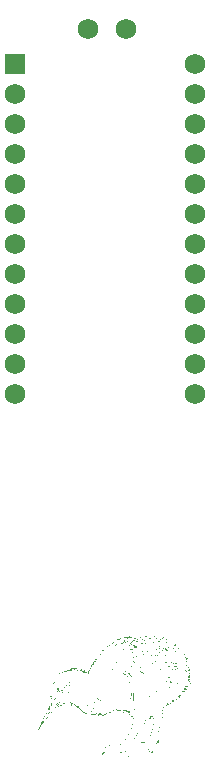
<source format=gbr>
%TF.GenerationSoftware,KiCad,Pcbnew,(6.0.5)*%
%TF.CreationDate,2022-05-07T22:58:46-04:00*%
%TF.ProjectId,main,6d61696e-2e6b-4696-9361-645f70636258,VERSION_HERE*%
%TF.SameCoordinates,Original*%
%TF.FileFunction,Legend,Bot*%
%TF.FilePolarity,Positive*%
%FSLAX46Y46*%
G04 Gerber Fmt 4.6, Leading zero omitted, Abs format (unit mm)*
G04 Created by KiCad (PCBNEW (6.0.5)) date 2022-05-07 22:58:46*
%MOMM*%
%LPD*%
G01*
G04 APERTURE LIST*
%ADD10C,1.752600*%
%ADD11R,1.752600X1.752600*%
G04 APERTURE END LIST*
%TO.C,G\u002A\u002A\u002A*%
G36*
X277457743Y-155827077D02*
G01*
X277457431Y-155828438D01*
X277449736Y-155830843D01*
X277434710Y-155827949D01*
X277416358Y-155820400D01*
X277403349Y-155814194D01*
X277397551Y-155814352D01*
X277398929Y-155823205D01*
X277406651Y-155842667D01*
X277412038Y-155857607D01*
X277413782Y-155875125D01*
X277406006Y-155883381D01*
X277388435Y-155882989D01*
X277375373Y-155881004D01*
X277369900Y-155883811D01*
X277371602Y-155894127D01*
X277374887Y-155906141D01*
X277379652Y-155929385D01*
X277379363Y-155944867D01*
X277374164Y-155956086D01*
X277364356Y-155963344D01*
X277348552Y-155962381D01*
X277331353Y-155951090D01*
X277315316Y-155930579D01*
X277314171Y-155928697D01*
X277302978Y-155914739D01*
X277292039Y-155906794D01*
X277284277Y-155906285D01*
X277282615Y-155914637D01*
X277287469Y-155933339D01*
X277293871Y-155948032D01*
X277299767Y-155953972D01*
X277304834Y-155957616D01*
X277312077Y-155969364D01*
X277312198Y-155969626D01*
X277323390Y-155987733D01*
X277343615Y-156013933D01*
X277371897Y-156047034D01*
X277407264Y-156085843D01*
X277416421Y-156095818D01*
X277431165Y-156113610D01*
X277436820Y-156124289D01*
X277434222Y-156129198D01*
X277433923Y-156129301D01*
X277422071Y-156126764D01*
X277402381Y-156115168D01*
X277376247Y-156095460D01*
X277345063Y-156068588D01*
X277328226Y-156054883D01*
X277317368Y-156051018D01*
X277312680Y-156058577D01*
X277312989Y-156077901D01*
X277315674Y-156106059D01*
X277287516Y-156103374D01*
X277283332Y-156103030D01*
X277265642Y-156103629D01*
X277259359Y-156108328D01*
X277262223Y-156117898D01*
X277269772Y-156135756D01*
X277280366Y-156158006D01*
X277289534Y-156174306D01*
X277307445Y-156199429D01*
X277326957Y-156220825D01*
X277345402Y-156235707D01*
X277360109Y-156241287D01*
X277365407Y-156242482D01*
X277368684Y-156250070D01*
X277363704Y-156261448D01*
X277351497Y-156272840D01*
X277351340Y-156272942D01*
X277338099Y-156279769D01*
X277330416Y-156280420D01*
X277329730Y-156280008D01*
X277319967Y-156280790D01*
X277304135Y-156286063D01*
X277301146Y-156287268D01*
X277286051Y-156291886D01*
X277278015Y-156291867D01*
X277276841Y-156291097D01*
X277270643Y-156294358D01*
X277270996Y-156295675D01*
X277280215Y-156299636D01*
X277299010Y-156304045D01*
X277324522Y-156308167D01*
X277351278Y-156312140D01*
X277380253Y-156318267D01*
X277398349Y-156325393D01*
X277407229Y-156334260D01*
X277408562Y-156345612D01*
X277405140Y-156354013D01*
X277389996Y-156364334D01*
X277362704Y-156370078D01*
X277322849Y-156371372D01*
X277302892Y-156371774D01*
X277280463Y-156374176D01*
X277266222Y-156378091D01*
X277263612Y-156379576D01*
X277256616Y-156386450D01*
X277254595Y-156397967D01*
X277256497Y-156418492D01*
X277257897Y-156430098D01*
X277257961Y-156445676D01*
X277252992Y-156455587D01*
X277241295Y-156465011D01*
X277233954Y-156469558D01*
X277214200Y-156475969D01*
X277187530Y-156476420D01*
X277153326Y-156474174D01*
X277220024Y-156508295D01*
X277228521Y-156512696D01*
X277260795Y-156530922D01*
X277280133Y-156544975D01*
X277286589Y-156554928D01*
X277280216Y-156560851D01*
X277261069Y-156562816D01*
X277251851Y-156563290D01*
X277221640Y-156570790D01*
X277195301Y-156585535D01*
X277177634Y-156605094D01*
X277172345Y-156615809D01*
X277171930Y-156626207D01*
X277180266Y-156637588D01*
X277191440Y-156647007D01*
X277203444Y-156651737D01*
X277204234Y-156651753D01*
X277220323Y-156658205D01*
X277233425Y-156672807D01*
X277238836Y-156690421D01*
X277237584Y-156698263D01*
X277228001Y-156706303D01*
X277209223Y-156704717D01*
X277181544Y-156693561D01*
X277145258Y-156672889D01*
X277126871Y-156661525D01*
X277097746Y-156644680D01*
X277079495Y-156636117D01*
X277072103Y-156635842D01*
X277075555Y-156643860D01*
X277089834Y-156660179D01*
X277114925Y-156684804D01*
X277133852Y-156703266D01*
X277153105Y-156723858D01*
X277164806Y-156738875D01*
X277167538Y-156746651D01*
X277162544Y-156751413D01*
X277145268Y-156753696D01*
X277118161Y-156746658D01*
X277081326Y-156730320D01*
X277075151Y-156727245D01*
X277054002Y-156717315D01*
X277039191Y-156711315D01*
X277033611Y-156710452D01*
X277033869Y-156711570D01*
X277039117Y-156721354D01*
X277049003Y-156736191D01*
X277051689Y-156740167D01*
X277061482Y-156763201D01*
X277064395Y-156793009D01*
X277064489Y-156804036D01*
X277065704Y-156818950D01*
X277069164Y-156824083D01*
X277075917Y-156822083D01*
X277088723Y-156816799D01*
X277098888Y-156818960D01*
X277102020Y-156832159D01*
X277102038Y-156833019D01*
X277102073Y-156834645D01*
X277105325Y-156854514D01*
X277114038Y-156881176D01*
X277128811Y-156916233D01*
X277150241Y-156961286D01*
X277157992Y-156977537D01*
X277168104Y-157000976D01*
X277174090Y-157018036D01*
X277174853Y-157025838D01*
X277174500Y-157026064D01*
X277167248Y-157022586D01*
X277154271Y-157010954D01*
X277138122Y-156993419D01*
X277124294Y-156977594D01*
X277100734Y-156951911D01*
X277077918Y-156928390D01*
X277057910Y-156909068D01*
X277042771Y-156895981D01*
X277034564Y-156891166D01*
X277033500Y-156891592D01*
X277030305Y-156900337D01*
X277029411Y-156916819D01*
X277029070Y-156931655D01*
X277024881Y-156941129D01*
X277014404Y-156944710D01*
X277013071Y-156944873D01*
X276990937Y-156940654D01*
X276969729Y-156924587D01*
X276951684Y-156898326D01*
X276948998Y-156893287D01*
X276936708Y-156876979D01*
X276924233Y-156872518D01*
X276913351Y-156876596D01*
X276912042Y-156887580D01*
X276921421Y-156905861D01*
X276941620Y-156931889D01*
X276958640Y-156953517D01*
X276968692Y-156971720D01*
X276970694Y-156986207D01*
X276964580Y-157000817D01*
X276950527Y-157006342D01*
X276930027Y-157001656D01*
X276904459Y-156986747D01*
X276892610Y-156978756D01*
X276878125Y-156970953D01*
X276870704Y-156969703D01*
X276869748Y-156972471D01*
X276875345Y-156979523D01*
X276879297Y-156982473D01*
X276883697Y-156989412D01*
X276883557Y-156990519D01*
X276885018Y-157009119D01*
X276896383Y-157025964D01*
X276904433Y-157037037D01*
X276905504Y-157044356D01*
X276904526Y-157045953D01*
X276909336Y-157048505D01*
X276912425Y-157049195D01*
X276917317Y-157057316D01*
X276919396Y-157062570D01*
X276928530Y-157077164D01*
X276943270Y-157097759D01*
X276961783Y-157121702D01*
X276965673Y-157126588D01*
X276988990Y-157157418D01*
X277002553Y-157178706D01*
X277006361Y-157190442D01*
X277000417Y-157192613D01*
X276984720Y-157185209D01*
X276959271Y-157168219D01*
X276943863Y-157157838D01*
X276926749Y-157148054D01*
X276916313Y-157144276D01*
X276914196Y-157144638D01*
X276902456Y-157151656D01*
X276888674Y-157164799D01*
X276885257Y-157168477D01*
X276870721Y-157180480D01*
X276858909Y-157185321D01*
X276857780Y-157185184D01*
X276846485Y-157179011D01*
X276829860Y-157165496D01*
X276811074Y-157147168D01*
X276774996Y-157109015D01*
X276741834Y-157142545D01*
X276740849Y-157143548D01*
X276720293Y-157167596D01*
X276702269Y-157194068D01*
X276688462Y-157219842D01*
X276680554Y-157241795D01*
X276680230Y-157256805D01*
X276685335Y-157263205D01*
X276699971Y-157264026D01*
X276708979Y-157263732D01*
X276727002Y-157269493D01*
X276743097Y-157280368D01*
X276751427Y-157293064D01*
X276751840Y-157295129D01*
X276754848Y-157310166D01*
X276754967Y-157311228D01*
X276749311Y-157316366D01*
X276731533Y-157316790D01*
X276728686Y-157316636D01*
X276697808Y-157321736D01*
X276663316Y-157338210D01*
X276627201Y-157365137D01*
X276618637Y-157373206D01*
X276602618Y-157395358D01*
X276599717Y-157416246D01*
X276609698Y-157436842D01*
X276618980Y-157453128D01*
X276623162Y-157470138D01*
X276622879Y-157473803D01*
X276615776Y-157484272D01*
X276600731Y-157486284D01*
X276579906Y-157479985D01*
X276555463Y-157465523D01*
X276526757Y-157444729D01*
X276538758Y-157467233D01*
X276540617Y-157470744D01*
X276548073Y-157485439D01*
X276551450Y-157493159D01*
X276551703Y-157494520D01*
X276553677Y-157505924D01*
X276556716Y-157523942D01*
X276557075Y-157526097D01*
X276563802Y-157572073D01*
X276566361Y-157605404D01*
X276564432Y-157626555D01*
X276557693Y-157635995D01*
X276545825Y-157634192D01*
X276528505Y-157621613D01*
X276505414Y-157598726D01*
X276502633Y-157595786D01*
X276479876Y-157573965D01*
X276458933Y-157557426D01*
X276443173Y-157548867D01*
X276439063Y-157547698D01*
X276418177Y-157543693D01*
X276398047Y-157542276D01*
X276382882Y-157543532D01*
X276376892Y-157547545D01*
X276374615Y-157551290D01*
X276363907Y-157556526D01*
X276362727Y-157556871D01*
X276349282Y-157565395D01*
X276338216Y-157579101D01*
X276332339Y-157593464D01*
X276334460Y-157603961D01*
X276336485Y-157611167D01*
X276333077Y-157626879D01*
X276324637Y-157645840D01*
X276313135Y-157663828D01*
X276300544Y-157676619D01*
X276297808Y-157678701D01*
X276291354Y-157688593D01*
X276297334Y-157695675D01*
X276314729Y-157698384D01*
X276327372Y-157700388D01*
X276348316Y-157712079D01*
X276363925Y-157730720D01*
X276370051Y-157752269D01*
X276370041Y-157754731D01*
X276369578Y-157758400D01*
X276368526Y-157766728D01*
X276361580Y-157770935D01*
X276345145Y-157770289D01*
X276332778Y-157767905D01*
X276309256Y-157755840D01*
X276292548Y-157736949D01*
X276286174Y-157714779D01*
X276299259Y-157714779D01*
X276301814Y-157723426D01*
X276314007Y-157738081D01*
X276317596Y-157741607D01*
X276333321Y-157753907D01*
X276346328Y-157759748D01*
X276353990Y-157758400D01*
X276353681Y-157749130D01*
X276351753Y-157743478D01*
X276349528Y-157732858D01*
X276349388Y-157732037D01*
X276342126Y-157725415D01*
X276327888Y-157718618D01*
X276312278Y-157713885D01*
X276300903Y-157713452D01*
X276299259Y-157714779D01*
X276286174Y-157714779D01*
X276286087Y-157714475D01*
X276285955Y-157707431D01*
X276284769Y-157701460D01*
X276281075Y-157706112D01*
X276273348Y-157722326D01*
X276267430Y-157737098D01*
X276264208Y-157752099D01*
X276263798Y-157770327D01*
X276266131Y-157795183D01*
X276271136Y-157830070D01*
X276272626Y-157843103D01*
X276271169Y-157858960D01*
X276264082Y-157862420D01*
X276251484Y-157853476D01*
X276233491Y-157832122D01*
X276227977Y-157824870D01*
X276212436Y-157806856D01*
X276200585Y-157799388D01*
X276189817Y-157801548D01*
X276177526Y-157812417D01*
X276155969Y-157831242D01*
X276124722Y-157848192D01*
X276092803Y-157855895D01*
X276063924Y-157853026D01*
X276052163Y-157852207D01*
X276048108Y-157857646D01*
X276055074Y-157865799D01*
X276057184Y-157867552D01*
X276058563Y-157877230D01*
X276050852Y-157888520D01*
X276036374Y-157897489D01*
X276032232Y-157899133D01*
X276025062Y-157903650D01*
X276021780Y-157911496D01*
X276021565Y-157926096D01*
X276023597Y-157950877D01*
X276024582Y-157962670D01*
X276024932Y-157987289D01*
X276020775Y-158002182D01*
X276010827Y-158010049D01*
X275993805Y-158013590D01*
X275990342Y-158013738D01*
X275971312Y-158010929D01*
X275950215Y-158003993D01*
X275943983Y-158001369D01*
X275927249Y-157995062D01*
X275917574Y-157992539D01*
X275911449Y-157988021D01*
X275904123Y-157976181D01*
X275899084Y-157963070D01*
X275899293Y-157954796D01*
X275900417Y-157954318D01*
X275910816Y-157955819D01*
X275927253Y-157961543D01*
X275951733Y-157971771D01*
X275949360Y-157953021D01*
X275949052Y-157950851D01*
X275944527Y-157931633D01*
X275937216Y-157909858D01*
X275928732Y-157889462D01*
X275920690Y-157874378D01*
X275914704Y-157868541D01*
X275910933Y-157870559D01*
X275906205Y-157881014D01*
X275904442Y-157890395D01*
X275892322Y-157933402D01*
X275874837Y-157974292D01*
X275853873Y-158009211D01*
X275831310Y-158034305D01*
X275827508Y-158037323D01*
X275819045Y-158041105D01*
X275809209Y-158038100D01*
X275793315Y-158027464D01*
X275785861Y-158022000D01*
X275763012Y-158004522D01*
X275740932Y-157986834D01*
X275730117Y-157978161D01*
X275718032Y-157969363D01*
X275713331Y-157967301D01*
X275713378Y-157968061D01*
X275716055Y-157979653D01*
X275721849Y-157999128D01*
X275729361Y-158022283D01*
X275737189Y-158044920D01*
X275743933Y-158062838D01*
X275748192Y-158071838D01*
X275750323Y-158075400D01*
X275749756Y-158083810D01*
X275748735Y-158085110D01*
X275751770Y-158088311D01*
X275755325Y-158090109D01*
X275759163Y-158100282D01*
X275759308Y-158101826D01*
X275762020Y-158117592D01*
X275766655Y-158137488D01*
X275768469Y-158145409D01*
X275768631Y-158159927D01*
X275761066Y-158167178D01*
X275744060Y-158168039D01*
X275715897Y-158163383D01*
X275691534Y-158159821D01*
X275668799Y-158161966D01*
X275655863Y-158172275D01*
X275651764Y-158191164D01*
X275651321Y-158197126D01*
X275645467Y-158208099D01*
X275634825Y-158209625D01*
X275621969Y-158202821D01*
X275609473Y-158188802D01*
X275599913Y-158168684D01*
X275596276Y-158160814D01*
X275591497Y-158160725D01*
X275587424Y-158171556D01*
X275584573Y-158191711D01*
X275583460Y-158219593D01*
X275583412Y-158225973D01*
X275581832Y-158252144D01*
X275577379Y-158266575D01*
X275569161Y-158270794D01*
X275556290Y-158266332D01*
X275543954Y-158257159D01*
X275534779Y-158241815D01*
X275529737Y-158218522D01*
X275527861Y-158184502D01*
X275527821Y-158182253D01*
X275526631Y-158158964D01*
X275524407Y-158142463D01*
X275521596Y-158136197D01*
X275516809Y-158136687D01*
X275499853Y-158145233D01*
X275485541Y-158161030D01*
X275477088Y-158179651D01*
X275477704Y-158196671D01*
X275480351Y-158207499D01*
X275483298Y-158228158D01*
X275485611Y-158253250D01*
X275486669Y-158272229D01*
X275486269Y-158289423D01*
X275483149Y-158298621D01*
X275476731Y-158303077D01*
X275469475Y-158304489D01*
X275460563Y-158300930D01*
X275458960Y-158299337D01*
X275446907Y-158294020D01*
X275428401Y-158289703D01*
X275423497Y-158289033D01*
X275395465Y-158291092D01*
X275372720Y-158304875D01*
X275353642Y-158331285D01*
X275344382Y-158344652D01*
X275325496Y-158356533D01*
X275302449Y-158355449D01*
X275275452Y-158341375D01*
X275259671Y-158331740D01*
X275243657Y-158327802D01*
X275232369Y-158334306D01*
X275225330Y-158351988D01*
X275222064Y-158381584D01*
X275222093Y-158423832D01*
X275222520Y-158443473D01*
X275222415Y-158468462D01*
X275221503Y-158485580D01*
X275219879Y-158491927D01*
X275216538Y-158494771D01*
X275211837Y-158506105D01*
X275211547Y-158507094D01*
X275202669Y-158516847D01*
X275188332Y-158518622D01*
X275173398Y-158512977D01*
X275162733Y-158500471D01*
X275157153Y-158490583D01*
X275150703Y-158485079D01*
X275149233Y-158482047D01*
X275153624Y-158471953D01*
X275158318Y-158459758D01*
X275152907Y-158448085D01*
X275152528Y-158447638D01*
X275142163Y-158441196D01*
X275134564Y-158444152D01*
X275134516Y-158454768D01*
X275135435Y-158459223D01*
X275131701Y-158468076D01*
X275129304Y-158475455D01*
X275127252Y-158493852D01*
X275125882Y-158520351D01*
X275125408Y-158552095D01*
X275125167Y-158577316D01*
X275121848Y-158634433D01*
X275114421Y-158680251D01*
X275102608Y-158716118D01*
X275086133Y-158743382D01*
X275067449Y-158762609D01*
X275051745Y-158771058D01*
X275040459Y-158768275D01*
X275034873Y-158753993D01*
X275031719Y-158741083D01*
X275026220Y-158736921D01*
X275020981Y-158744013D01*
X275018276Y-158761351D01*
X275018269Y-158761579D01*
X275018636Y-158774265D01*
X275020879Y-158788825D01*
X275025629Y-158807430D01*
X275033515Y-158832249D01*
X275045169Y-158865452D01*
X275061219Y-158909210D01*
X275070219Y-158933550D01*
X275078681Y-158957393D01*
X275084491Y-158976383D01*
X275088829Y-158995040D01*
X275092877Y-159017888D01*
X275097813Y-159049447D01*
X275099253Y-159058970D01*
X275103327Y-159090421D01*
X275105424Y-159118864D01*
X275105356Y-159147021D01*
X275102933Y-159177614D01*
X275097967Y-159213365D01*
X275090269Y-159256995D01*
X275079651Y-159311228D01*
X275079114Y-159313912D01*
X275073120Y-159346147D01*
X275068832Y-159373422D01*
X275066643Y-159392930D01*
X275066946Y-159401869D01*
X275068038Y-159404357D01*
X275064853Y-159408591D01*
X275064305Y-159408827D01*
X275059572Y-159416929D01*
X275052598Y-159433960D01*
X275044604Y-159456357D01*
X275036807Y-159480556D01*
X275030429Y-159502993D01*
X275026689Y-159520103D01*
X275026338Y-159521960D01*
X275021225Y-159535146D01*
X275019651Y-159538350D01*
X275014418Y-159552548D01*
X275008090Y-159572422D01*
X275002043Y-159593315D01*
X274997653Y-159610571D01*
X274996296Y-159619531D01*
X274996286Y-159620665D01*
X274993179Y-159631464D01*
X274986493Y-159648020D01*
X274985976Y-159649197D01*
X274977736Y-159672066D01*
X274972418Y-159693776D01*
X274972406Y-159693848D01*
X274968687Y-159711338D01*
X274964536Y-159722824D01*
X274962089Y-159727630D01*
X274957099Y-159742056D01*
X274957050Y-159742252D01*
X274953626Y-159753566D01*
X274946766Y-159774746D01*
X274937441Y-159802832D01*
X274926622Y-159834866D01*
X274922976Y-159845622D01*
X274906201Y-159896385D01*
X274890954Y-159944535D01*
X274877729Y-159988353D01*
X274867015Y-160026120D01*
X274859305Y-160056116D01*
X274855090Y-160076623D01*
X274854861Y-160085920D01*
X274855974Y-160088425D01*
X274852960Y-160092674D01*
X274851633Y-160093999D01*
X274846623Y-160105075D01*
X274839522Y-160124795D01*
X274831302Y-160150015D01*
X274822931Y-160177588D01*
X274815380Y-160204369D01*
X274809618Y-160227211D01*
X274806617Y-160242969D01*
X274805871Y-160247626D01*
X274801399Y-160263695D01*
X274800002Y-160267660D01*
X274794745Y-160285783D01*
X274787815Y-160312638D01*
X274779759Y-160345777D01*
X274771124Y-160382753D01*
X274762457Y-160421120D01*
X274754305Y-160458430D01*
X274747216Y-160492238D01*
X274741736Y-160520097D01*
X274738412Y-160539558D01*
X274737792Y-160548177D01*
X274738854Y-160552850D01*
X274735666Y-160557850D01*
X274732559Y-160561824D01*
X274728182Y-160576100D01*
X274724307Y-160597185D01*
X274721206Y-160619163D01*
X274718204Y-160639656D01*
X274715960Y-160653146D01*
X274713835Y-160663389D01*
X274711187Y-160674144D01*
X274706750Y-160694348D01*
X274700915Y-160726812D01*
X274694972Y-160764834D01*
X274689443Y-160804612D01*
X274684852Y-160842346D01*
X274681723Y-160874233D01*
X274680579Y-160896471D01*
X274681263Y-160918556D01*
X274683770Y-160952701D01*
X274687477Y-160984839D01*
X274691742Y-161009717D01*
X274698135Y-161041171D01*
X274706020Y-161076608D01*
X274714775Y-161113547D01*
X274723780Y-161149509D01*
X274732412Y-161182012D01*
X274740051Y-161208576D01*
X274746075Y-161226721D01*
X274749864Y-161233966D01*
X274751129Y-161234655D01*
X274752252Y-161241841D01*
X274752116Y-161242179D01*
X274752627Y-161251938D01*
X274755864Y-161271956D01*
X274761335Y-161299515D01*
X274768549Y-161331898D01*
X274777892Y-161372150D01*
X274785517Y-161406145D01*
X274790434Y-161430304D01*
X274792915Y-161446452D01*
X274793233Y-161456416D01*
X274791662Y-161462020D01*
X274788475Y-161465091D01*
X274780583Y-161463556D01*
X274767467Y-161452972D01*
X274751833Y-161435673D01*
X274736017Y-161414264D01*
X274722353Y-161391350D01*
X274720797Y-161388472D01*
X274707111Y-161368286D01*
X274689250Y-161347402D01*
X274670217Y-161328798D01*
X274653016Y-161315452D01*
X274640650Y-161310342D01*
X274631721Y-161312994D01*
X274620605Y-161322245D01*
X274613709Y-161333737D01*
X274614765Y-161342792D01*
X274615838Y-161345177D01*
X274612473Y-161354186D01*
X274609606Y-161361533D01*
X274606449Y-161379480D01*
X274604547Y-161402701D01*
X274603353Y-161421032D01*
X274600725Y-161443268D01*
X274597584Y-161457419D01*
X274593344Y-161468762D01*
X274585493Y-161490015D01*
X274575192Y-161518039D01*
X274563566Y-161549771D01*
X274523743Y-161647765D01*
X274466720Y-161762094D01*
X274401967Y-161867869D01*
X274393742Y-161880054D01*
X274375020Y-161908259D01*
X274359927Y-161931663D01*
X274349839Y-161948110D01*
X274346129Y-161955441D01*
X274344820Y-161958687D01*
X274336778Y-161970388D01*
X274323871Y-161986087D01*
X274311112Y-162002993D01*
X274292044Y-162035166D01*
X274273806Y-162072767D01*
X274258594Y-162111141D01*
X274248602Y-162145633D01*
X274245222Y-162164417D01*
X274244696Y-162182388D01*
X274248218Y-162201961D01*
X274256306Y-162228687D01*
X274262016Y-162247589D01*
X274267179Y-162275197D01*
X274264622Y-162293085D01*
X274253991Y-162302513D01*
X274234932Y-162304743D01*
X274232817Y-162304655D01*
X274222152Y-162303948D01*
X274212041Y-162302281D01*
X274200338Y-162298823D01*
X274184898Y-162292743D01*
X274163573Y-162283210D01*
X274134218Y-162269394D01*
X274094686Y-162250465D01*
X274084832Y-162245698D01*
X274037835Y-162221377D01*
X274000958Y-162198478D01*
X273971727Y-162174714D01*
X273947669Y-162147800D01*
X273926309Y-162115452D01*
X273905173Y-162075382D01*
X273895959Y-162057213D01*
X273871176Y-162016082D01*
X273845629Y-161986566D01*
X273817450Y-161967236D01*
X273784770Y-161956663D01*
X273745722Y-161953418D01*
X273738463Y-161953701D01*
X273714235Y-161956379D01*
X273684012Y-161961154D01*
X273652693Y-161967125D01*
X273625174Y-161973390D01*
X273606356Y-161979049D01*
X273599312Y-161981222D01*
X273582413Y-161984091D01*
X273580468Y-161984289D01*
X273565070Y-161986826D01*
X273541579Y-161991470D01*
X273514244Y-161997393D01*
X273506482Y-161999084D01*
X273451703Y-162006845D01*
X273399760Y-162005718D01*
X273346621Y-161995308D01*
X273288257Y-161975218D01*
X273280077Y-161971997D01*
X273244196Y-161959178D01*
X273207079Y-161947683D01*
X273171535Y-161938211D01*
X273140371Y-161931461D01*
X273116395Y-161928134D01*
X273102416Y-161928927D01*
X273098262Y-161929912D01*
X273093294Y-161926910D01*
X273089726Y-161923583D01*
X273073228Y-161919975D01*
X273043547Y-161917534D01*
X273000942Y-161916289D01*
X272982288Y-161915575D01*
X272964616Y-161913725D01*
X272956456Y-161911243D01*
X272953502Y-161909985D01*
X272939326Y-161907483D01*
X272916447Y-161904978D01*
X272888047Y-161902862D01*
X272879456Y-161902299D01*
X272841719Y-161898942D01*
X272803459Y-161894403D01*
X272771775Y-161889498D01*
X272767620Y-161888744D01*
X272742323Y-161884834D01*
X272722421Y-161882852D01*
X272711917Y-161883219D01*
X272708280Y-161884027D01*
X272703363Y-161880573D01*
X272702813Y-161879742D01*
X272693189Y-161877144D01*
X272674051Y-161875285D01*
X272648636Y-161874523D01*
X272640899Y-161874543D01*
X272616954Y-161875284D01*
X272600213Y-161876862D01*
X272593913Y-161879013D01*
X272591276Y-161881097D01*
X272580462Y-161880173D01*
X272568688Y-161879793D01*
X272547854Y-161882213D01*
X272523930Y-161886658D01*
X272502183Y-161892134D01*
X272487880Y-161897647D01*
X272483764Y-161899579D01*
X272469695Y-161903447D01*
X272428347Y-161915304D01*
X272385322Y-161938891D01*
X272348004Y-161971390D01*
X272345114Y-161974558D01*
X272327814Y-161994197D01*
X272318074Y-162007396D01*
X272314081Y-162017074D01*
X272314023Y-162026154D01*
X272313879Y-162027667D01*
X272307731Y-162034769D01*
X272304832Y-162037267D01*
X272298596Y-162049053D01*
X272296473Y-162054959D01*
X272287723Y-162068352D01*
X272283710Y-162074318D01*
X272282996Y-162083907D01*
X272283898Y-162086077D01*
X272279769Y-162090196D01*
X272273626Y-162095400D01*
X272268161Y-162109008D01*
X272263884Y-162123279D01*
X272258633Y-162134662D01*
X272256487Y-162138415D01*
X272249807Y-162154093D01*
X272241472Y-162176724D01*
X272232931Y-162202086D01*
X272225637Y-162225957D01*
X272221037Y-162244115D01*
X272220073Y-162248909D01*
X272216773Y-162263817D01*
X272212851Y-162277432D01*
X272207077Y-162293203D01*
X272198221Y-162314581D01*
X272185052Y-162345017D01*
X272176293Y-162363517D01*
X272167596Y-162378574D01*
X272162007Y-162384352D01*
X272157637Y-162386553D01*
X272156687Y-162398320D01*
X272162745Y-162418807D01*
X272175457Y-162446377D01*
X272183942Y-162462129D01*
X272197775Y-162486568D01*
X272212749Y-162512042D01*
X272226912Y-162535306D01*
X272238315Y-162553112D01*
X272245009Y-162562213D01*
X272246168Y-162563681D01*
X272251140Y-162576829D01*
X272254399Y-162596017D01*
X272250400Y-162605117D01*
X272238190Y-162614729D01*
X272234797Y-162616469D01*
X272222649Y-162621678D01*
X272211416Y-162622895D01*
X272196474Y-162619981D01*
X272173202Y-162612801D01*
X272169465Y-162611589D01*
X272150041Y-162605010D01*
X272131751Y-162598096D01*
X272111233Y-162589439D01*
X272085126Y-162577632D01*
X272050067Y-162561269D01*
X272044983Y-162558884D01*
X272022652Y-162548540D01*
X272006157Y-162541108D01*
X271998761Y-162538065D01*
X271996673Y-162537430D01*
X271984416Y-162530983D01*
X271966644Y-162519436D01*
X271945754Y-162504626D01*
X271924146Y-162488390D01*
X271904216Y-162472564D01*
X271888362Y-162458986D01*
X271878983Y-162449492D01*
X271878475Y-162445919D01*
X271877046Y-162441119D01*
X271870023Y-162427616D01*
X271858913Y-162408462D01*
X271852196Y-162396887D01*
X271843242Y-162377098D01*
X271840221Y-162358389D01*
X271842749Y-162336128D01*
X271850447Y-162305682D01*
X271862337Y-162277812D01*
X271884384Y-162244475D01*
X271912570Y-162212228D01*
X271943631Y-162184761D01*
X271974303Y-162165759D01*
X272002181Y-162152916D01*
X271976256Y-162152340D01*
X271967795Y-162152579D01*
X271934096Y-162161050D01*
X271903137Y-162179580D01*
X271879623Y-162205576D01*
X271875986Y-162210839D01*
X271858282Y-162229788D01*
X271839205Y-162243085D01*
X271818842Y-162250555D01*
X271786331Y-162258992D01*
X271746737Y-162266919D01*
X271703520Y-162273654D01*
X271660140Y-162278510D01*
X271637033Y-162280519D01*
X271602108Y-162283501D01*
X271573652Y-162285806D01*
X271547012Y-162287792D01*
X271517535Y-162289812D01*
X271480568Y-162292222D01*
X271452839Y-162294397D01*
X271427306Y-162297262D01*
X271409987Y-162300232D01*
X271403609Y-162302927D01*
X271402081Y-162305316D01*
X271393103Y-162304642D01*
X271389792Y-162304152D01*
X271374683Y-162304191D01*
X271350391Y-162305401D01*
X271319455Y-162307548D01*
X271284410Y-162310396D01*
X271247794Y-162313710D01*
X271212143Y-162317255D01*
X271179994Y-162320795D01*
X271153883Y-162324096D01*
X271136348Y-162326922D01*
X271129926Y-162329039D01*
X271129052Y-162329765D01*
X271118559Y-162331839D01*
X271098700Y-162333741D01*
X271072644Y-162335132D01*
X271062692Y-162335438D01*
X271030860Y-162334873D01*
X271010207Y-162330454D01*
X270998873Y-162320848D01*
X270994996Y-162304723D01*
X270996716Y-162280745D01*
X270998536Y-162263204D01*
X270997409Y-162250639D01*
X270992091Y-162246466D01*
X270982748Y-162245326D01*
X270965796Y-162243156D01*
X270949956Y-162241265D01*
X270912476Y-162237541D01*
X270865742Y-162233546D01*
X270812592Y-162229467D01*
X270755860Y-162225489D01*
X270698382Y-162221800D01*
X270642994Y-162218587D01*
X270592530Y-162216035D01*
X270549828Y-162214332D01*
X270517721Y-162213664D01*
X270503984Y-162213685D01*
X270461933Y-162214529D01*
X270420953Y-162216386D01*
X270383145Y-162219057D01*
X270350610Y-162222341D01*
X270325451Y-162226039D01*
X270309770Y-162229949D01*
X270305667Y-162233871D01*
X270303231Y-162236287D01*
X270291728Y-162235481D01*
X270278869Y-162235358D01*
X270264406Y-162240864D01*
X270257717Y-162245049D01*
X270249895Y-162245361D01*
X270249439Y-162245027D01*
X270239935Y-162245222D01*
X270224407Y-162250163D01*
X270206904Y-162257170D01*
X270195585Y-162260469D01*
X270185961Y-162261217D01*
X270181954Y-162262396D01*
X270169883Y-162270336D01*
X270155083Y-162282999D01*
X270140947Y-162297121D01*
X270130873Y-162309439D01*
X270128254Y-162316688D01*
X270129122Y-162318654D01*
X270125557Y-162322784D01*
X270121839Y-162325609D01*
X270112463Y-162337559D01*
X270100131Y-162355794D01*
X270086920Y-162376950D01*
X270074909Y-162397665D01*
X270066178Y-162414573D01*
X270062806Y-162424312D01*
X270062725Y-162425541D01*
X270057625Y-162433378D01*
X270053865Y-162436510D01*
X270043313Y-162448070D01*
X270029686Y-162464732D01*
X270014040Y-162481298D01*
X269993857Y-162493230D01*
X269976756Y-162493807D01*
X269964776Y-162483916D01*
X269959956Y-162464445D01*
X269964333Y-162436280D01*
X269966692Y-162428192D01*
X269973443Y-162403557D01*
X269980845Y-162375069D01*
X269987829Y-162346990D01*
X269993325Y-162323581D01*
X269996263Y-162309103D01*
X269997260Y-162304501D01*
X270001590Y-162295421D01*
X270003960Y-162291557D01*
X270010190Y-162277621D01*
X270017891Y-162257796D01*
X270019916Y-162252333D01*
X270031128Y-162223803D01*
X270043055Y-162195712D01*
X270054296Y-162171145D01*
X270063453Y-162153187D01*
X270069123Y-162144923D01*
X270069456Y-162144643D01*
X270075442Y-162136135D01*
X270085455Y-162119154D01*
X270097516Y-162097037D01*
X270098934Y-162094355D01*
X270110751Y-162072669D01*
X270120165Y-162056492D01*
X270125248Y-162049151D01*
X270125305Y-162049105D01*
X270131096Y-162041005D01*
X270140679Y-162024502D01*
X270152305Y-162002983D01*
X270164229Y-161979839D01*
X270174702Y-161958460D01*
X270181978Y-161942235D01*
X270184310Y-161934554D01*
X270186165Y-161919871D01*
X270197768Y-161900386D01*
X270217267Y-161878561D01*
X270242812Y-161856852D01*
X270262238Y-161842756D01*
X270293850Y-161821422D01*
X270321847Y-161804450D01*
X270343871Y-161793233D01*
X270357563Y-161789161D01*
X270357948Y-161789159D01*
X270380527Y-161785512D01*
X270409059Y-161774558D01*
X270444929Y-161755659D01*
X270489520Y-161728175D01*
X270496518Y-161723630D01*
X270519404Y-161708694D01*
X270539190Y-161696173D01*
X270557275Y-161685838D01*
X270575056Y-161677458D01*
X270593932Y-161670803D01*
X270615300Y-161665644D01*
X270640560Y-161661750D01*
X270671108Y-161658892D01*
X270708343Y-161656839D01*
X270753663Y-161655361D01*
X270808466Y-161654230D01*
X270874150Y-161653213D01*
X270952114Y-161652083D01*
X271036667Y-161650686D01*
X271115616Y-161649010D01*
X271183428Y-161647047D01*
X271241421Y-161644687D01*
X271290914Y-161641821D01*
X271333226Y-161638339D01*
X271369674Y-161634130D01*
X271401577Y-161629085D01*
X271430254Y-161623094D01*
X271457023Y-161616047D01*
X271483203Y-161607835D01*
X271511694Y-161597777D01*
X271551834Y-161580713D01*
X271583667Y-161562138D01*
X271610519Y-161539965D01*
X271635712Y-161512107D01*
X271651378Y-161494020D01*
X271682469Y-161466098D01*
X271711303Y-161451523D01*
X271737785Y-161450354D01*
X271739777Y-161450786D01*
X271751179Y-161452001D01*
X271754946Y-161446480D01*
X271753879Y-161430826D01*
X271753289Y-161424004D01*
X271755843Y-161407333D01*
X271767137Y-161394663D01*
X271796878Y-161368321D01*
X271837123Y-161322069D01*
X271877336Y-161263289D01*
X271890460Y-161241734D01*
X271904025Y-161218513D01*
X271913260Y-161201547D01*
X271916671Y-161193488D01*
X271916754Y-161192379D01*
X271921956Y-161187207D01*
X271923693Y-161186399D01*
X271931270Y-161177373D01*
X271940703Y-161161554D01*
X271943989Y-161155404D01*
X271952697Y-161140201D01*
X271958044Y-161132480D01*
X271962507Y-161126613D01*
X271973150Y-161110668D01*
X271988402Y-161086930D01*
X272006950Y-161057512D01*
X272027479Y-161024527D01*
X272048676Y-160990088D01*
X272069226Y-160956308D01*
X272087814Y-160925302D01*
X272103128Y-160899181D01*
X272114899Y-160878869D01*
X272132385Y-160849074D01*
X272147805Y-160823211D01*
X272158804Y-160805256D01*
X272164606Y-160795727D01*
X272173230Y-160779857D01*
X272176622Y-160770890D01*
X272178247Y-160766226D01*
X272186808Y-160756297D01*
X272191883Y-160750486D01*
X272193245Y-160741778D01*
X272192377Y-160739857D01*
X272195664Y-160735712D01*
X272197551Y-160734943D01*
X272205471Y-160725938D01*
X272214880Y-160710059D01*
X272218005Y-160704060D01*
X272226740Y-160688760D01*
X272232397Y-160680985D01*
X272235808Y-160676053D01*
X272244688Y-160660407D01*
X272257713Y-160636157D01*
X272273841Y-160605357D01*
X272292035Y-160570062D01*
X272311254Y-160532326D01*
X272330458Y-160494205D01*
X272348609Y-160457753D01*
X272364666Y-160425024D01*
X272377590Y-160398074D01*
X272386341Y-160378957D01*
X272389880Y-160369727D01*
X272392257Y-160361398D01*
X272400723Y-160346943D01*
X272404714Y-160341111D01*
X272405449Y-160331551D01*
X272404481Y-160329479D01*
X272407132Y-160325262D01*
X272411426Y-160319751D01*
X272418990Y-160305307D01*
X272428040Y-160285836D01*
X272436836Y-160265244D01*
X272443640Y-160247440D01*
X272446713Y-160236331D01*
X272446948Y-160235179D01*
X272451152Y-160226070D01*
X272456293Y-160215272D01*
X272465222Y-160190749D01*
X272475640Y-160157529D01*
X272486829Y-160118344D01*
X272498073Y-160075923D01*
X272508655Y-160032998D01*
X272517859Y-159992298D01*
X272524967Y-159956553D01*
X272529264Y-159928494D01*
X272529517Y-159926272D01*
X272532890Y-159896988D01*
X272535266Y-159877903D01*
X272537134Y-159865814D01*
X272538983Y-159857522D01*
X272541305Y-159849824D01*
X272542416Y-159845766D01*
X272545868Y-159827511D01*
X272548690Y-159805359D01*
X272548934Y-159803029D01*
X272552423Y-159778974D01*
X272558321Y-159745752D01*
X272565873Y-159706999D01*
X272574329Y-159666348D01*
X272582934Y-159627433D01*
X272590936Y-159593889D01*
X272597582Y-159569350D01*
X272601479Y-159556268D01*
X272605959Y-159540309D01*
X272607514Y-159533318D01*
X272607469Y-159532083D01*
X272611266Y-159520626D01*
X272620205Y-159501858D01*
X272632459Y-159479201D01*
X272646197Y-159456075D01*
X272659592Y-159435901D01*
X272672800Y-159416870D01*
X272682161Y-159402110D01*
X272685425Y-159395132D01*
X272685360Y-159393114D01*
X272687980Y-159382643D01*
X272688069Y-159382410D01*
X272689655Y-159373239D01*
X272683819Y-159372168D01*
X272669598Y-159379492D01*
X272646025Y-159395506D01*
X272630180Y-159406284D01*
X272608471Y-159417899D01*
X272595823Y-159419304D01*
X272592252Y-159410500D01*
X272597775Y-159391488D01*
X272599544Y-159386992D01*
X272604168Y-159370405D01*
X272603988Y-159360404D01*
X272603015Y-159358013D01*
X272607191Y-159353864D01*
X272610700Y-159352503D01*
X272614436Y-159343060D01*
X272613823Y-159338731D01*
X272607698Y-159335063D01*
X272592203Y-159337201D01*
X272590316Y-159337620D01*
X272567992Y-159341896D01*
X272555673Y-159341553D01*
X272550352Y-159335609D01*
X272549025Y-159323081D01*
X272550365Y-159307618D01*
X272554314Y-159298636D01*
X272555295Y-159297643D01*
X272559814Y-159286572D01*
X272563340Y-159268824D01*
X272563887Y-159264819D01*
X272567124Y-159247195D01*
X272570347Y-159236960D01*
X272571268Y-159230460D01*
X272570010Y-159213508D01*
X272566669Y-159191075D01*
X272562035Y-159167569D01*
X272556900Y-159147399D01*
X272552053Y-159134974D01*
X272549081Y-159132975D01*
X272547208Y-159141888D01*
X272547531Y-159164041D01*
X272547850Y-159181173D01*
X272546769Y-159197194D01*
X272544317Y-159203375D01*
X272541602Y-159205206D01*
X272539186Y-159215402D01*
X272539172Y-159215991D01*
X272532462Y-159229463D01*
X272515833Y-159242515D01*
X272492677Y-159252444D01*
X272486093Y-159253603D01*
X272471725Y-159249934D01*
X272453605Y-159236590D01*
X272445461Y-159229106D01*
X272425261Y-159204424D01*
X272416248Y-159178818D01*
X272416899Y-159148639D01*
X272418160Y-159136177D01*
X272415137Y-159115516D01*
X272403047Y-159104199D01*
X272380781Y-159100754D01*
X272376408Y-159100512D01*
X272359355Y-159092763D01*
X272350578Y-159075531D01*
X272351222Y-159050756D01*
X272355712Y-159028925D01*
X272333037Y-159055840D01*
X272331357Y-159057833D01*
X272307220Y-159085974D01*
X272290013Y-159104710D01*
X272278321Y-159115336D01*
X272270730Y-159119149D01*
X272265826Y-159117444D01*
X272264987Y-159116396D01*
X272263406Y-159102857D01*
X272268785Y-159078576D01*
X272270774Y-159071481D01*
X272277291Y-159041575D01*
X272281343Y-159012865D01*
X272282508Y-159001685D01*
X272285510Y-158982765D01*
X272288670Y-158972115D01*
X272289357Y-158970348D01*
X272291417Y-158957035D01*
X272293029Y-158934923D01*
X272293893Y-158907732D01*
X272293780Y-158892405D01*
X272288097Y-158846022D01*
X272273579Y-158808883D01*
X272249415Y-158779436D01*
X272214796Y-158756127D01*
X272197468Y-158750899D01*
X272181071Y-158753879D01*
X272171024Y-158764027D01*
X272169762Y-158778645D01*
X272179717Y-158795034D01*
X272184762Y-158801725D01*
X272185418Y-158809204D01*
X272184441Y-158810527D01*
X272188066Y-158813439D01*
X272193976Y-158816639D01*
X272202090Y-158829642D01*
X272208331Y-158848486D01*
X272210827Y-158868634D01*
X272207179Y-158885934D01*
X272193927Y-158896681D01*
X272186646Y-158899345D01*
X272170708Y-158898295D01*
X272159089Y-158885040D01*
X272151142Y-158859012D01*
X272147678Y-158845078D01*
X272139207Y-158830500D01*
X272123796Y-158820885D01*
X272108316Y-158810901D01*
X272097710Y-158791811D01*
X272093421Y-158778255D01*
X272088858Y-158772398D01*
X272087259Y-158769556D01*
X272086085Y-158756520D01*
X272086597Y-158736484D01*
X272088923Y-158700565D01*
X272057718Y-158730873D01*
X272052430Y-158736157D01*
X272032068Y-158759708D01*
X272017001Y-158782322D01*
X272008840Y-158801245D01*
X272009199Y-158813724D01*
X272009473Y-158814110D01*
X272019433Y-158817509D01*
X272036919Y-158816308D01*
X272040637Y-158815675D01*
X272054304Y-158815603D01*
X272059710Y-158821467D01*
X272056661Y-158834349D01*
X272044961Y-158855332D01*
X272024414Y-158885499D01*
X272018783Y-158893294D01*
X271998046Y-158919512D01*
X271983246Y-158933453D01*
X271974350Y-158935142D01*
X271971326Y-158924602D01*
X271971321Y-158923971D01*
X271970778Y-158906085D01*
X271969520Y-158878471D01*
X271967752Y-158844842D01*
X271965678Y-158808916D01*
X271963504Y-158774407D01*
X271961433Y-158745030D01*
X271961069Y-158740581D01*
X271958155Y-158716432D01*
X271954474Y-158698868D01*
X271950734Y-158691430D01*
X271948904Y-158690522D01*
X271947330Y-158683665D01*
X271947724Y-158682831D01*
X271947287Y-158671034D01*
X271942109Y-158653208D01*
X271934016Y-158634513D01*
X271924834Y-158620108D01*
X271918576Y-158613548D01*
X271911718Y-158612425D01*
X271901989Y-158621393D01*
X271894932Y-158631829D01*
X271885377Y-158655894D01*
X271878532Y-158685360D01*
X271875793Y-158715225D01*
X271873960Y-158729444D01*
X271866652Y-158740093D01*
X271856098Y-158738688D01*
X271844825Y-158724475D01*
X271835438Y-158710024D01*
X271822341Y-158697858D01*
X271810553Y-158694050D01*
X271802964Y-158700270D01*
X271801645Y-158707250D01*
X271804184Y-158722798D01*
X271804243Y-158722931D01*
X271808774Y-158738177D01*
X271812306Y-158757904D01*
X271813347Y-158772840D01*
X271809785Y-158778582D01*
X271799215Y-158777596D01*
X271787900Y-158774708D01*
X271771303Y-158769121D01*
X271764461Y-158767582D01*
X271760215Y-158771789D01*
X271760287Y-158784094D01*
X271764729Y-158806110D01*
X271771225Y-158830541D01*
X271773592Y-158839445D01*
X271778476Y-158858227D01*
X271782897Y-158882661D01*
X271782120Y-158895189D01*
X271776498Y-158895499D01*
X271766385Y-158883281D01*
X271752138Y-158858225D01*
X271750522Y-158855103D01*
X271738775Y-158833994D01*
X271736523Y-158830541D01*
X271752491Y-158830541D01*
X271755911Y-158833961D01*
X271759332Y-158830541D01*
X271755911Y-158827120D01*
X271752491Y-158830541D01*
X271736523Y-158830541D01*
X271729053Y-158819087D01*
X271723323Y-158813439D01*
X271721441Y-158812936D01*
X271721707Y-158806598D01*
X271722748Y-158803924D01*
X271718287Y-158799757D01*
X271715636Y-158799210D01*
X271714866Y-158792916D01*
X271716008Y-158790334D01*
X271712990Y-158786075D01*
X271710724Y-158785929D01*
X271707932Y-158783790D01*
X271705760Y-158776771D01*
X271703466Y-158761968D01*
X271700308Y-158736479D01*
X271698113Y-158720246D01*
X271694213Y-158708821D01*
X271686009Y-158704597D01*
X271670173Y-158703986D01*
X271659212Y-158703559D01*
X271645795Y-158699524D01*
X271639398Y-158689613D01*
X271639019Y-158688429D01*
X271635475Y-158680614D01*
X271630928Y-158682649D01*
X271622486Y-158695549D01*
X271614329Y-158706019D01*
X271591435Y-158720485D01*
X271557934Y-158727870D01*
X271555085Y-158728526D01*
X271541251Y-158736713D01*
X271526652Y-158750824D01*
X271522579Y-158755498D01*
X271510011Y-158767560D01*
X271501447Y-158772394D01*
X271495177Y-158766331D01*
X271489557Y-158751064D01*
X271485792Y-158731070D01*
X271485074Y-158710826D01*
X271486162Y-158693724D01*
X271470539Y-158711441D01*
X271455624Y-158728859D01*
X271439556Y-158748920D01*
X271428344Y-158764448D01*
X271424131Y-158772619D01*
X271422749Y-158774669D01*
X271412778Y-158782298D01*
X271396344Y-158792333D01*
X271385537Y-158798279D01*
X271372697Y-158803717D01*
X271364202Y-158802802D01*
X271355299Y-158795953D01*
X271349367Y-158789488D01*
X271342283Y-158769591D01*
X271348022Y-158746781D01*
X271366443Y-158722004D01*
X271367507Y-158720899D01*
X271384421Y-158698907D01*
X271388675Y-158681620D01*
X271384941Y-158671409D01*
X271375412Y-158666606D01*
X271363017Y-158670492D01*
X271350284Y-158681406D01*
X271339736Y-158697685D01*
X271333900Y-158717667D01*
X271328023Y-158734578D01*
X271315639Y-158752672D01*
X271300611Y-158766735D01*
X271286709Y-158772394D01*
X271277219Y-158770690D01*
X271259272Y-158759202D01*
X271239262Y-158736356D01*
X271216688Y-158701537D01*
X271191052Y-158654125D01*
X271187108Y-158646368D01*
X271171291Y-158615707D01*
X271157484Y-158589618D01*
X271147056Y-158570659D01*
X271141376Y-158561383D01*
X271139528Y-158559607D01*
X271134405Y-158560932D01*
X271128243Y-158572391D01*
X271120043Y-158595587D01*
X271116919Y-158605192D01*
X271109916Y-158624370D01*
X271103483Y-158634447D01*
X271095060Y-158638348D01*
X271082090Y-158638998D01*
X271073798Y-158638905D01*
X271062925Y-158636692D01*
X271058797Y-158628548D01*
X271058147Y-158610597D01*
X271058144Y-158608991D01*
X271057285Y-158592262D01*
X271053921Y-158586284D01*
X271046651Y-158588351D01*
X271044779Y-158589503D01*
X271032556Y-158600611D01*
X271019432Y-158616586D01*
X271011148Y-158632830D01*
X271004910Y-158665180D01*
X271006495Y-158704104D01*
X271015979Y-158746741D01*
X271020109Y-158760511D01*
X271022733Y-158773132D01*
X271020589Y-158778264D01*
X271013414Y-158779235D01*
X271003647Y-158774660D01*
X270988505Y-158761245D01*
X270971418Y-158741610D01*
X270970668Y-158740652D01*
X270955474Y-158722143D01*
X270943375Y-158708990D01*
X270936932Y-158703986D01*
X270930418Y-158707861D01*
X270916925Y-158718967D01*
X270899704Y-158734769D01*
X270883288Y-158749502D01*
X270868119Y-158761107D01*
X270859109Y-158765553D01*
X270856196Y-158765985D01*
X270848034Y-158773375D01*
X270842541Y-158777588D01*
X270829793Y-158772830D01*
X270816756Y-158769382D01*
X270801505Y-158775661D01*
X270786165Y-158794101D01*
X270769931Y-158825410D01*
X270765537Y-158834460D01*
X270752733Y-158853356D01*
X270740543Y-158862074D01*
X270730645Y-158859854D01*
X270724717Y-158845933D01*
X270724338Y-158843834D01*
X270721898Y-158837774D01*
X270717786Y-158842042D01*
X270710501Y-158857904D01*
X270707595Y-158865076D01*
X270702032Y-158881630D01*
X270700655Y-158890879D01*
X270699215Y-158895610D01*
X270689793Y-158903560D01*
X270676850Y-158906497D01*
X270666022Y-158898579D01*
X270661237Y-158880100D01*
X270660519Y-158866144D01*
X270658876Y-158843440D01*
X270656753Y-158833717D01*
X270653561Y-158837077D01*
X270648711Y-158853620D01*
X270641613Y-158883447D01*
X270637150Y-158902236D01*
X270630596Y-158927808D01*
X270625275Y-158946172D01*
X270622039Y-158954250D01*
X270619025Y-158956436D01*
X270611163Y-158954228D01*
X270605283Y-158941552D01*
X270602751Y-158920778D01*
X270602576Y-158915254D01*
X270600600Y-158894290D01*
X270597303Y-158879489D01*
X270594018Y-158872989D01*
X270589729Y-158873943D01*
X270582880Y-158886330D01*
X270582645Y-158886815D01*
X270575947Y-158901266D01*
X270572837Y-158909210D01*
X270572825Y-158909270D01*
X270569190Y-158916779D01*
X270560542Y-158932659D01*
X270548702Y-158953560D01*
X270548507Y-158953899D01*
X270520885Y-158995227D01*
X270491718Y-159026931D01*
X270462258Y-159048108D01*
X270433760Y-159057856D01*
X270407476Y-159055272D01*
X270397884Y-159050143D01*
X270382684Y-159039455D01*
X270367057Y-159026809D01*
X270354924Y-159015411D01*
X270350208Y-159008465D01*
X270349772Y-159005440D01*
X270346547Y-158992172D01*
X270341164Y-158972846D01*
X270331826Y-158940821D01*
X270327500Y-158995134D01*
X270323439Y-159032166D01*
X270315496Y-159067316D01*
X270303102Y-159091847D01*
X270284919Y-159107372D01*
X270259613Y-159115504D01*
X270225846Y-159117856D01*
X270202739Y-159117302D01*
X270184545Y-159115788D01*
X270176035Y-159113651D01*
X270170328Y-159101566D01*
X270168776Y-159081626D01*
X270172653Y-159061029D01*
X270175272Y-159053505D01*
X270176131Y-159048007D01*
X270171157Y-159051663D01*
X270158653Y-159064947D01*
X270153644Y-159070795D01*
X270142501Y-159087724D01*
X270138055Y-159101081D01*
X270136896Y-159112179D01*
X270127494Y-159139698D01*
X270111030Y-159168329D01*
X270090383Y-159193532D01*
X270068432Y-159210771D01*
X270062579Y-159212910D01*
X270049906Y-159213412D01*
X270040043Y-159210089D01*
X270038388Y-159204135D01*
X270039594Y-159200506D01*
X270042319Y-159186043D01*
X270045046Y-159165517D01*
X270048837Y-159131537D01*
X270018587Y-159179423D01*
X270014575Y-159185776D01*
X270000072Y-159208748D01*
X269988445Y-159227184D01*
X269981909Y-159237570D01*
X269977833Y-159242533D01*
X269971654Y-159244238D01*
X269971397Y-159243812D01*
X269969734Y-159233976D01*
X269967996Y-159213589D01*
X269966375Y-159185332D01*
X269965062Y-159151887D01*
X269964444Y-159134998D01*
X269961428Y-159090285D01*
X269956350Y-159056558D01*
X269948655Y-159031822D01*
X269937787Y-159014081D01*
X269923193Y-159001342D01*
X269909410Y-158994240D01*
X269895712Y-158994606D01*
X269886551Y-159006957D01*
X269880921Y-159032024D01*
X269879938Y-159038757D01*
X269874751Y-159058484D01*
X269866884Y-159065270D01*
X269855165Y-159059363D01*
X269838421Y-159041011D01*
X269817933Y-159015473D01*
X269791582Y-159058038D01*
X269789992Y-159060583D01*
X269776196Y-159080854D01*
X269764447Y-159095208D01*
X269757140Y-159100678D01*
X269752847Y-159099493D01*
X269745134Y-159087729D01*
X269740785Y-159064365D01*
X269740099Y-159030635D01*
X269740261Y-159022395D01*
X269738598Y-159000694D01*
X269732812Y-158991722D01*
X269722129Y-158995015D01*
X269705778Y-159010113D01*
X269704966Y-159010985D01*
X269690322Y-159028334D01*
X269681045Y-159044772D01*
X269676196Y-159063923D01*
X269674833Y-159089411D01*
X269676017Y-159124862D01*
X269676985Y-159141606D01*
X269678985Y-159167961D01*
X269681077Y-159187262D01*
X269682939Y-159196200D01*
X269683343Y-159199579D01*
X269676314Y-159205834D01*
X269666150Y-159203405D01*
X269655050Y-159187739D01*
X269654876Y-159187395D01*
X269642023Y-159166537D01*
X269626512Y-159147448D01*
X269611467Y-159133514D01*
X269600011Y-159128117D01*
X269595816Y-159127397D01*
X269585600Y-159116720D01*
X269579275Y-159093887D01*
X269577107Y-159059693D01*
X269577107Y-159017732D01*
X269556557Y-159032365D01*
X269555994Y-159032763D01*
X269535846Y-159044555D01*
X269516138Y-159052696D01*
X269506999Y-159054910D01*
X269496942Y-159053589D01*
X269491520Y-159043660D01*
X269485055Y-159022407D01*
X269480992Y-159004167D01*
X269477909Y-158981745D01*
X269474962Y-158963911D01*
X269471582Y-158952684D01*
X269468806Y-158950431D01*
X269467654Y-158959376D01*
X269467721Y-158965151D01*
X269468238Y-158975144D01*
X269468204Y-158976295D01*
X269462756Y-158983695D01*
X269459606Y-158987734D01*
X269452419Y-159002023D01*
X269444417Y-159022084D01*
X269440657Y-159032294D01*
X269429607Y-159060499D01*
X269419115Y-159085287D01*
X269415359Y-159093964D01*
X269408716Y-159111394D01*
X269406087Y-159121703D01*
X269404128Y-159125381D01*
X269394115Y-159126829D01*
X269392543Y-159126386D01*
X269382436Y-159115599D01*
X269373994Y-159091598D01*
X269371062Y-159080884D01*
X269364134Y-159061105D01*
X269357765Y-159048922D01*
X269353927Y-159043402D01*
X269353876Y-159039186D01*
X269353564Y-159035482D01*
X269346352Y-159025504D01*
X269337035Y-159017307D01*
X269318186Y-159012972D01*
X269296732Y-159021455D01*
X269273075Y-159042450D01*
X269247617Y-159075652D01*
X269220760Y-159120756D01*
X269211412Y-159137857D01*
X269194828Y-159166014D01*
X269181815Y-159184071D01*
X269171072Y-159193688D01*
X269161296Y-159196525D01*
X269155523Y-159194004D01*
X269153700Y-159184174D01*
X269155551Y-159164031D01*
X269156668Y-159155791D01*
X269160073Y-159133523D01*
X269164139Y-159113131D01*
X269170314Y-159087072D01*
X269172287Y-159078335D01*
X269171485Y-159074587D01*
X269164701Y-159081941D01*
X269157369Y-159089141D01*
X269147823Y-159093913D01*
X269144014Y-159095148D01*
X269136781Y-159104277D01*
X269132216Y-159111106D01*
X269117870Y-159120400D01*
X269100855Y-159124326D01*
X269087409Y-159120796D01*
X269085081Y-159118702D01*
X269081761Y-159110699D01*
X269087529Y-159098416D01*
X269091625Y-159091574D01*
X269100681Y-159071511D01*
X269102025Y-159057889D01*
X269095290Y-159052868D01*
X269090139Y-159053714D01*
X269084568Y-159059709D01*
X269084538Y-159060644D01*
X269079869Y-159066345D01*
X269068568Y-159062191D01*
X269052547Y-159048832D01*
X269048944Y-159045258D01*
X269039382Y-159037405D01*
X269032098Y-159037575D01*
X269024191Y-159047119D01*
X269012761Y-159067392D01*
X269007158Y-159081267D01*
X269007311Y-159089625D01*
X269008347Y-159091248D01*
X269003757Y-159093913D01*
X269001096Y-159094938D01*
X268992127Y-159104514D01*
X268982150Y-159120894D01*
X268968385Y-159147875D01*
X268908129Y-159087389D01*
X268881762Y-159061722D01*
X268856993Y-159040104D01*
X268837312Y-159026482D01*
X268820852Y-159019401D01*
X268819331Y-159018981D01*
X268794637Y-159013162D01*
X268780950Y-159012531D01*
X268776730Y-159017003D01*
X268775285Y-159018453D01*
X268764262Y-159020168D01*
X268745946Y-159019734D01*
X268738297Y-159018958D01*
X268720741Y-159013846D01*
X268713555Y-159002707D01*
X268714353Y-158982749D01*
X268712227Y-158976889D01*
X268703992Y-158978319D01*
X268693137Y-158986002D01*
X268683291Y-158998141D01*
X268682138Y-159000018D01*
X268670958Y-159013232D01*
X268660671Y-159018619D01*
X268655530Y-159018023D01*
X268635687Y-159008739D01*
X268612748Y-158989615D01*
X268589037Y-158962474D01*
X268571881Y-158942247D01*
X268552759Y-158927471D01*
X268536238Y-158925611D01*
X268521309Y-158936644D01*
X268506962Y-158960545D01*
X268500834Y-158971494D01*
X268490417Y-158981026D01*
X268481332Y-158978379D01*
X268474263Y-158964515D01*
X268469895Y-158940398D01*
X268468912Y-158906989D01*
X268469152Y-158887117D01*
X268467971Y-158874852D01*
X268464365Y-158871400D01*
X268457426Y-158874170D01*
X268448790Y-158881086D01*
X268433944Y-158896265D01*
X268417587Y-158915418D01*
X268408253Y-158926568D01*
X268387954Y-158946561D01*
X268371833Y-158955994D01*
X268361007Y-158954103D01*
X268360018Y-158952263D01*
X268357957Y-158939835D01*
X268357476Y-158920985D01*
X268357436Y-158915054D01*
X268352845Y-158891023D01*
X268342292Y-158874384D01*
X268327495Y-158868165D01*
X268323921Y-158867520D01*
X268312271Y-158857861D01*
X268301705Y-158839541D01*
X268294030Y-158816342D01*
X268291057Y-158792044D01*
X268290634Y-158781866D01*
X268285394Y-158759607D01*
X268275007Y-158747603D01*
X268260527Y-158747397D01*
X268247781Y-158748878D01*
X268224679Y-158741679D01*
X268197475Y-158724319D01*
X268167896Y-158697723D01*
X268163397Y-158693103D01*
X268146311Y-158675292D01*
X268134018Y-158662043D01*
X268128927Y-158655944D01*
X268128503Y-158654919D01*
X268124215Y-158644630D01*
X268117314Y-158628104D01*
X268115920Y-158624554D01*
X268110801Y-158605045D01*
X268110560Y-158590090D01*
X268111557Y-158582447D01*
X268106463Y-158578548D01*
X268091253Y-158579316D01*
X268076766Y-158579953D01*
X268067764Y-158574714D01*
X268061727Y-158559632D01*
X268061194Y-158557929D01*
X268054157Y-158542444D01*
X268046666Y-158534619D01*
X268042902Y-158534491D01*
X268030715Y-158540781D01*
X268017821Y-158553004D01*
X268008318Y-158566782D01*
X268006307Y-158577734D01*
X268006505Y-158584277D01*
X267996661Y-158587691D01*
X267996494Y-158587691D01*
X267988065Y-158585480D01*
X267984152Y-158576621D01*
X267983194Y-158557632D01*
X267983209Y-158555522D01*
X267984148Y-158533104D01*
X267986319Y-158501357D01*
X267989396Y-158464029D01*
X267993051Y-158424871D01*
X267996956Y-158387633D01*
X268000784Y-158356066D01*
X268000920Y-158355053D01*
X268002563Y-158340742D01*
X268002438Y-158331690D01*
X267999621Y-158328708D01*
X267993188Y-158332604D01*
X267982216Y-158344189D01*
X267965782Y-158364272D01*
X267942961Y-158393663D01*
X267912831Y-158433172D01*
X267902872Y-158445939D01*
X267880942Y-158471911D01*
X267860849Y-158493041D01*
X267844651Y-158507245D01*
X267834408Y-158512442D01*
X267832963Y-158512328D01*
X267828680Y-158509005D01*
X267826469Y-158499289D01*
X267826044Y-158480768D01*
X267827118Y-158451030D01*
X267830054Y-158389617D01*
X267800826Y-158420121D01*
X267789878Y-158430870D01*
X267772546Y-158444056D01*
X267761235Y-158446649D01*
X267753941Y-158439200D01*
X267745808Y-158422452D01*
X267739519Y-158401672D01*
X267736962Y-158381896D01*
X267736489Y-158376721D01*
X267732375Y-158366516D01*
X267728914Y-158359069D01*
X267725898Y-158343896D01*
X267723618Y-158330108D01*
X267719159Y-158314811D01*
X267716735Y-158308518D01*
X267711915Y-158291292D01*
X267710090Y-158285747D01*
X267701875Y-158269394D01*
X267689937Y-158250247D01*
X267683635Y-158240662D01*
X267672389Y-158221478D01*
X267665960Y-158207540D01*
X267662245Y-158199618D01*
X267650754Y-158183618D01*
X267635834Y-158167434D01*
X267621182Y-158154907D01*
X267610491Y-158149878D01*
X267606084Y-158151768D01*
X267603059Y-158161850D01*
X267603639Y-158165738D01*
X267609089Y-158183904D01*
X267618001Y-158205171D01*
X267627924Y-158224135D01*
X267636405Y-158235389D01*
X267645423Y-158243875D01*
X267659856Y-158261803D01*
X267670933Y-158280330D01*
X267675357Y-158294458D01*
X267672020Y-158303690D01*
X267658576Y-158307217D01*
X267646719Y-158306076D01*
X267627785Y-158300506D01*
X267612948Y-158292238D01*
X267606948Y-158283456D01*
X267606455Y-158281265D01*
X267599348Y-158270055D01*
X267586486Y-158255969D01*
X267574575Y-158243560D01*
X267546470Y-158207299D01*
X267520260Y-158164833D01*
X267498831Y-158121133D01*
X267485067Y-158081172D01*
X267479348Y-158058768D01*
X267474293Y-158043816D01*
X267470165Y-158041673D01*
X267465838Y-158052043D01*
X267460186Y-158074629D01*
X267458100Y-158079584D01*
X267451762Y-158091731D01*
X267447149Y-158101581D01*
X267441743Y-158119095D01*
X267439699Y-158127333D01*
X267435253Y-158136197D01*
X267431577Y-158143152D01*
X267424417Y-158159560D01*
X267415170Y-158181961D01*
X267405208Y-158206918D01*
X267395902Y-158230993D01*
X267388625Y-158250751D01*
X267384749Y-158262752D01*
X267384513Y-158263699D01*
X267375321Y-158291265D01*
X267365048Y-158307487D01*
X267354785Y-158311879D01*
X267345623Y-158303958D01*
X267338650Y-158283238D01*
X267337627Y-158278320D01*
X267333029Y-158258761D01*
X267329152Y-158245650D01*
X267328830Y-158244744D01*
X267325715Y-158229962D01*
X267322755Y-158207215D01*
X267320518Y-158181653D01*
X267319569Y-158158429D01*
X267318409Y-158148840D01*
X267314426Y-158142980D01*
X267312115Y-158139219D01*
X267309445Y-158125105D01*
X267307773Y-158104117D01*
X267306631Y-158087641D01*
X267304054Y-158069878D01*
X267300932Y-158061420D01*
X267299898Y-158060176D01*
X267296308Y-158048688D01*
X267294033Y-158030558D01*
X267293197Y-158020420D01*
X267289103Y-158002362D01*
X267281263Y-157996568D01*
X267268418Y-158002757D01*
X267249307Y-158020652D01*
X267235971Y-158035429D01*
X267212397Y-158069296D01*
X267196705Y-158107023D01*
X267186681Y-158153299D01*
X267183230Y-158173837D01*
X267178746Y-158191186D01*
X267173218Y-158200001D01*
X267165408Y-158203187D01*
X267163036Y-158203289D01*
X267147827Y-158198670D01*
X267131204Y-158187803D01*
X267108648Y-158173599D01*
X267088025Y-158172150D01*
X267069943Y-158184082D01*
X267069293Y-158184780D01*
X267050354Y-158195361D01*
X267024682Y-158197242D01*
X266995376Y-158191061D01*
X266965536Y-158177453D01*
X266938263Y-158157054D01*
X266935095Y-158153806D01*
X266921471Y-158136125D01*
X266909051Y-158115413D01*
X266904996Y-158107650D01*
X266897130Y-158093798D01*
X266892984Y-158088311D01*
X266891247Y-158094083D01*
X266890176Y-158108257D01*
X266889377Y-158117706D01*
X266878803Y-158148807D01*
X266858188Y-158174241D01*
X266830217Y-158191415D01*
X266797571Y-158197739D01*
X266795142Y-158197726D01*
X266766301Y-158194164D01*
X266744587Y-158182899D01*
X266727529Y-158161940D01*
X266712655Y-158129293D01*
X266698722Y-158091943D01*
X266668101Y-158156825D01*
X266654094Y-158184415D01*
X266635484Y-158215498D01*
X266617708Y-158239515D01*
X266602193Y-158254591D01*
X266590366Y-158258852D01*
X266583975Y-158258179D01*
X266573521Y-158261306D01*
X266563343Y-158272293D01*
X266550700Y-158293536D01*
X266548267Y-158297857D01*
X266535406Y-158316282D01*
X266523889Y-158326478D01*
X266515598Y-158327270D01*
X266512416Y-158317479D01*
X266511596Y-158312752D01*
X266505171Y-158307217D01*
X266502819Y-158306773D01*
X266501942Y-158300720D01*
X266502380Y-158299934D01*
X266500842Y-158291686D01*
X266489763Y-158285816D01*
X266472911Y-158283491D01*
X266454057Y-158285880D01*
X266445230Y-158289232D01*
X266426370Y-158298967D01*
X266404014Y-158312375D01*
X266381250Y-158327387D01*
X266361167Y-158341935D01*
X266346853Y-158353949D01*
X266341395Y-158361360D01*
X266336260Y-158366836D01*
X266321492Y-158374237D01*
X266301066Y-158381726D01*
X266279002Y-158387845D01*
X266259319Y-158391137D01*
X266241488Y-158395245D01*
X266228373Y-158407556D01*
X266218045Y-158426304D01*
X266207340Y-158436840D01*
X266193338Y-158438194D01*
X266171700Y-158432257D01*
X266161097Y-158428550D01*
X266142617Y-158421165D01*
X266131898Y-158415576D01*
X266118621Y-158413264D01*
X266098320Y-158420485D01*
X266072828Y-158436300D01*
X266043835Y-158459657D01*
X266013035Y-158489503D01*
X265990357Y-158513500D01*
X265958531Y-158547681D01*
X265929103Y-158579844D01*
X265903481Y-158608412D01*
X265883075Y-158631809D01*
X265869293Y-158648459D01*
X265863544Y-158656783D01*
X265863457Y-158657009D01*
X265857374Y-158665606D01*
X265844551Y-158680722D01*
X265827630Y-158699231D01*
X265826554Y-158700375D01*
X265810177Y-158718986D01*
X265798550Y-158734371D01*
X265794129Y-158743299D01*
X265793715Y-158746449D01*
X265788254Y-158751871D01*
X265783007Y-158755500D01*
X265769986Y-158769039D01*
X265750543Y-158791522D01*
X265725600Y-158821806D01*
X265696079Y-158858752D01*
X265662902Y-158901217D01*
X265626991Y-158948060D01*
X265589268Y-158998141D01*
X265585064Y-159003768D01*
X265558549Y-159039107D01*
X265533927Y-159071682D01*
X265512766Y-159099438D01*
X265496630Y-159120319D01*
X265487086Y-159132271D01*
X265484598Y-159135235D01*
X265470180Y-159152689D01*
X265458928Y-159166711D01*
X265458731Y-159166963D01*
X265449010Y-159178986D01*
X265433752Y-159197418D01*
X265416173Y-159218374D01*
X265414006Y-159220951D01*
X265398645Y-159239889D01*
X265387792Y-159254435D01*
X265383679Y-159261620D01*
X265383669Y-159261787D01*
X265378464Y-159269139D01*
X265366577Y-159279837D01*
X265366215Y-159280124D01*
X265354379Y-159291615D01*
X265349475Y-159300548D01*
X265349474Y-159300605D01*
X265344761Y-159309983D01*
X265333565Y-159322285D01*
X265324219Y-159331720D01*
X265307883Y-159350109D01*
X265290810Y-159370895D01*
X265277854Y-159387367D01*
X265265409Y-159403190D01*
X265258527Y-159411940D01*
X265253448Y-159417991D01*
X265241267Y-159431992D01*
X265225658Y-159449636D01*
X265211598Y-159465931D01*
X265189724Y-159492529D01*
X265169730Y-159518044D01*
X265154959Y-159537391D01*
X265136596Y-159561100D01*
X265121982Y-159579612D01*
X265121260Y-159580509D01*
X265101235Y-159605582D01*
X265081178Y-159631071D01*
X265059741Y-159658739D01*
X265035574Y-159690353D01*
X265007327Y-159727677D01*
X264973650Y-159772477D01*
X264933195Y-159826517D01*
X264923084Y-159840139D01*
X264890287Y-159885490D01*
X264857246Y-159932728D01*
X264826122Y-159978681D01*
X264799075Y-160020177D01*
X264778265Y-160054043D01*
X264766167Y-160074361D01*
X264742672Y-160112733D01*
X264714578Y-160157677D01*
X264683707Y-160206309D01*
X264651883Y-160255744D01*
X264620926Y-160303098D01*
X264614725Y-160312487D01*
X264582536Y-160360694D01*
X264556749Y-160398229D01*
X264536730Y-160425942D01*
X264521845Y-160444685D01*
X264511460Y-160455307D01*
X264504941Y-160458658D01*
X264493311Y-160454373D01*
X264487176Y-160440898D01*
X264488064Y-160429331D01*
X264498598Y-160429331D01*
X264501648Y-160438406D01*
X264508440Y-160438400D01*
X264518587Y-160430270D01*
X264526570Y-160419415D01*
X264541988Y-160397433D01*
X264560240Y-160370604D01*
X264579820Y-160341235D01*
X264599218Y-160311633D01*
X264616930Y-160284104D01*
X264631447Y-160260955D01*
X264641262Y-160244490D01*
X264644869Y-160237018D01*
X264645120Y-160234812D01*
X264650554Y-160229490D01*
X264650634Y-160229489D01*
X264657488Y-160223878D01*
X264665935Y-160210678D01*
X264673954Y-160196446D01*
X264679742Y-160188446D01*
X264682030Y-160185433D01*
X264690201Y-160172499D01*
X264702382Y-160152059D01*
X264716905Y-160126878D01*
X264723836Y-160114823D01*
X264741026Y-160085659D01*
X264760958Y-160052563D01*
X264782238Y-160017775D01*
X264803473Y-159983534D01*
X264823267Y-159952080D01*
X264840228Y-159925653D01*
X264852962Y-159906492D01*
X264860073Y-159896838D01*
X264866998Y-159888356D01*
X264877457Y-159873767D01*
X264885808Y-159862109D01*
X264895944Y-159849801D01*
X264899623Y-159844655D01*
X264899934Y-159836957D01*
X264898982Y-159835707D01*
X264902361Y-159832722D01*
X264903880Y-159832116D01*
X264912808Y-159823785D01*
X264926512Y-159807722D01*
X264942705Y-159786547D01*
X264955678Y-159769008D01*
X264978311Y-159739011D01*
X265003505Y-159706121D01*
X265027824Y-159674847D01*
X265047710Y-159649402D01*
X265067499Y-159623851D01*
X265083331Y-159603168D01*
X265092944Y-159590289D01*
X265093401Y-159589654D01*
X265104928Y-159574264D01*
X265113753Y-159563462D01*
X265114936Y-159562104D01*
X265123793Y-159551329D01*
X265138831Y-159532659D01*
X265158286Y-159508290D01*
X265180394Y-159480420D01*
X265186796Y-159472336D01*
X265208674Y-159444864D01*
X265227643Y-159421275D01*
X265241852Y-159403860D01*
X265249452Y-159394909D01*
X265252705Y-159391310D01*
X265266114Y-159375763D01*
X265284517Y-159353876D01*
X265305328Y-159328781D01*
X265325956Y-159303611D01*
X265343815Y-159281497D01*
X265356315Y-159265574D01*
X265358521Y-159262705D01*
X265373948Y-159243843D01*
X265387924Y-159228352D01*
X265397916Y-159217109D01*
X265415621Y-159195724D01*
X265439718Y-159165779D01*
X265469253Y-159128486D01*
X265503271Y-159085058D01*
X265540818Y-159036707D01*
X265580940Y-158984645D01*
X265622683Y-158930085D01*
X265637589Y-158910640D01*
X265668426Y-158870944D01*
X265701811Y-158828531D01*
X265736184Y-158785334D01*
X265769987Y-158743289D01*
X265801659Y-158704329D01*
X265829642Y-158670391D01*
X265852377Y-158643408D01*
X265868304Y-158625316D01*
X265871597Y-158621723D01*
X265884250Y-158607824D01*
X265903178Y-158586964D01*
X265926433Y-158561295D01*
X265952065Y-158532965D01*
X265965518Y-158518092D01*
X265989234Y-158491912D01*
X266009078Y-158470053D01*
X266023284Y-158454459D01*
X266030087Y-158447074D01*
X266038179Y-158439237D01*
X266068961Y-158418104D01*
X266102264Y-158406183D01*
X266134862Y-158404293D01*
X266163533Y-158413250D01*
X266168510Y-158415968D01*
X266188315Y-158422440D01*
X266203500Y-158417252D01*
X266217354Y-158399569D01*
X266226498Y-158386089D01*
X266238404Y-158377642D01*
X266255994Y-158375626D01*
X266256055Y-158375626D01*
X266273375Y-158374200D01*
X266290736Y-158369066D01*
X266310717Y-158358916D01*
X266335896Y-158342441D01*
X266368851Y-158318331D01*
X266409443Y-158291313D01*
X266446219Y-158274479D01*
X266477259Y-158268982D01*
X266502056Y-158274911D01*
X266520104Y-158292351D01*
X266522859Y-158296442D01*
X266527878Y-158299600D01*
X266533765Y-158293744D01*
X266543041Y-158277210D01*
X266543398Y-158276537D01*
X266559983Y-158253720D01*
X266580801Y-158241497D01*
X266595520Y-158235166D01*
X266610245Y-158224039D01*
X266624341Y-158206665D01*
X266639557Y-158180833D01*
X266657641Y-158144332D01*
X266668113Y-158123076D01*
X266682762Y-158098008D01*
X266694677Y-158084984D01*
X266704577Y-158083333D01*
X266713178Y-158092385D01*
X266717807Y-158100822D01*
X266721440Y-158108833D01*
X266724019Y-158118898D01*
X266738452Y-158149603D01*
X266759021Y-158170857D01*
X266783364Y-158182392D01*
X266809117Y-158183937D01*
X266833918Y-158175223D01*
X266855404Y-158155979D01*
X266871212Y-158125935D01*
X266873288Y-158119318D01*
X266876836Y-158101964D01*
X266876075Y-158091731D01*
X266872709Y-158081649D01*
X266871691Y-158064945D01*
X266873663Y-158049103D01*
X266878346Y-158040425D01*
X266878653Y-158040318D01*
X266885151Y-158045105D01*
X266895128Y-158059273D01*
X266906557Y-158079978D01*
X266926506Y-158115455D01*
X266953054Y-158149153D01*
X266982405Y-158171630D01*
X267016001Y-158184259D01*
X267027217Y-158186197D01*
X267042951Y-158184131D01*
X267059221Y-158173160D01*
X267061955Y-158170943D01*
X267086126Y-158158763D01*
X267111630Y-158159620D01*
X267139857Y-158173519D01*
X267146681Y-158177871D01*
X267161776Y-158185366D01*
X267170589Y-158186604D01*
X267172363Y-158183931D01*
X267174867Y-158170651D01*
X267175243Y-158150993D01*
X267177227Y-158123409D01*
X267190095Y-158081470D01*
X267192150Y-158076714D01*
X267202513Y-158054014D01*
X267211808Y-158038058D01*
X267223477Y-158023730D01*
X267240964Y-158005916D01*
X267245034Y-158001996D01*
X267266938Y-157985211D01*
X267283875Y-157980831D01*
X267296251Y-157988729D01*
X267296325Y-157988832D01*
X267300846Y-158000068D01*
X267306797Y-158021362D01*
X267313425Y-158049339D01*
X267319980Y-158080624D01*
X267325709Y-158111842D01*
X267329861Y-158139617D01*
X267331074Y-158147566D01*
X267332746Y-158153299D01*
X267333203Y-158154716D01*
X267334603Y-158165731D01*
X267336183Y-158184082D01*
X267337662Y-158198631D01*
X267341804Y-158227359D01*
X267347063Y-158255911D01*
X267349022Y-158264939D01*
X267353684Y-158282326D01*
X267357429Y-158287985D01*
X267360946Y-158283274D01*
X267362863Y-158278275D01*
X267369450Y-158261067D01*
X267379384Y-158235095D01*
X267391697Y-158202889D01*
X267405422Y-158166980D01*
X267421909Y-158124148D01*
X267436896Y-158086252D01*
X267448530Y-158058498D01*
X267457501Y-158039437D01*
X267464497Y-158027618D01*
X267470207Y-158021590D01*
X267475323Y-158019903D01*
X267479019Y-158020214D01*
X267483710Y-158023229D01*
X267487634Y-158031682D01*
X267491851Y-158048249D01*
X267497424Y-158075607D01*
X267497612Y-158076531D01*
X267506109Y-158102054D01*
X267521212Y-158133990D01*
X267540666Y-158168584D01*
X267562216Y-158202077D01*
X267583605Y-158230713D01*
X267602578Y-158250735D01*
X267604234Y-158252172D01*
X267615867Y-158264214D01*
X267620630Y-158272792D01*
X267620698Y-158273376D01*
X267627227Y-158281122D01*
X267641153Y-158290115D01*
X267644789Y-158291930D01*
X267657716Y-158296202D01*
X267660411Y-158291978D01*
X267652950Y-158279663D01*
X267635410Y-158259661D01*
X267624762Y-158247814D01*
X267614992Y-158234965D01*
X267612608Y-158228589D01*
X267613320Y-158227293D01*
X267608088Y-158225127D01*
X267605410Y-158224810D01*
X267601352Y-158219997D01*
X267601364Y-158217679D01*
X267598838Y-158204870D01*
X267593582Y-158186306D01*
X267591295Y-158178480D01*
X267588019Y-158154648D01*
X267593693Y-158140768D01*
X267608444Y-158136414D01*
X267617373Y-158137317D01*
X267631535Y-158143406D01*
X267646581Y-158157122D01*
X267665335Y-158180662D01*
X267672282Y-158189836D01*
X267684543Y-158204896D01*
X267692420Y-158213051D01*
X267694782Y-158215164D01*
X267693703Y-158218182D01*
X267693129Y-158218328D01*
X267693896Y-158224555D01*
X267701141Y-158237099D01*
X267713098Y-158256379D01*
X267722064Y-158275721D01*
X267724328Y-158288405D01*
X267724278Y-158289709D01*
X267730083Y-158293536D01*
X267731805Y-158293710D01*
X267735640Y-158298666D01*
X267735652Y-158305940D01*
X267737874Y-158322890D01*
X267741614Y-158343270D01*
X267745830Y-158361552D01*
X267749482Y-158372205D01*
X267751854Y-158377951D01*
X267754731Y-158392728D01*
X267756967Y-158405079D01*
X267762799Y-158423511D01*
X267766096Y-158431042D01*
X267770418Y-158435555D01*
X267774555Y-158428747D01*
X267777119Y-158423922D01*
X267787693Y-158409078D01*
X267802194Y-158391943D01*
X267814906Y-158379263D01*
X267829218Y-158370275D01*
X267838262Y-158373528D01*
X267842485Y-158389310D01*
X267842329Y-158417908D01*
X267840769Y-158438526D01*
X267838372Y-158461569D01*
X267836030Y-158476528D01*
X267835184Y-158480838D01*
X267836411Y-158490537D01*
X267844221Y-158488904D01*
X267857785Y-158475963D01*
X267860992Y-158472235D01*
X267877260Y-158452520D01*
X267895160Y-158429831D01*
X267912647Y-158406891D01*
X267927672Y-158386422D01*
X267938189Y-158371146D01*
X267942149Y-158363786D01*
X267945302Y-158358412D01*
X267956096Y-158349684D01*
X267964448Y-158342926D01*
X267967422Y-158336067D01*
X267968676Y-158331634D01*
X267977115Y-158319622D01*
X267991100Y-158303832D01*
X268017398Y-158276504D01*
X268017342Y-158300412D01*
X268017289Y-158303723D01*
X268016172Y-158324357D01*
X268013910Y-158352293D01*
X268010900Y-158382467D01*
X268009294Y-158397232D01*
X268003833Y-158450555D01*
X268000349Y-158490903D01*
X267998815Y-158518729D01*
X267999204Y-158534484D01*
X268001489Y-158538618D01*
X268011150Y-158533895D01*
X268026480Y-158526275D01*
X268027409Y-158525819D01*
X268047963Y-158521156D01*
X268063157Y-158528204D01*
X268070945Y-158546053D01*
X268076397Y-158559383D01*
X268090193Y-158565923D01*
X268110416Y-158561269D01*
X268116051Y-158559158D01*
X268128563Y-158559845D01*
X268132716Y-158569822D01*
X268127190Y-158587060D01*
X268127143Y-158587147D01*
X268125069Y-158605257D01*
X268134005Y-158629309D01*
X268153304Y-158658092D01*
X268182321Y-158690396D01*
X268190165Y-158698050D01*
X268219741Y-158722649D01*
X268243772Y-158734906D01*
X268262391Y-158734893D01*
X268273361Y-158735065D01*
X268288575Y-158741613D01*
X268291063Y-158743318D01*
X268299683Y-158752337D01*
X268303715Y-158765907D01*
X268304713Y-158788553D01*
X268304737Y-158794854D01*
X268305867Y-158812745D01*
X268310391Y-158825841D01*
X268320634Y-158838716D01*
X268338917Y-158855947D01*
X268353505Y-158869690D01*
X268365992Y-158884297D01*
X268371736Y-158897425D01*
X268373121Y-158913055D01*
X268373121Y-158939134D01*
X268417101Y-158893389D01*
X268442049Y-158868287D01*
X268460091Y-158853135D01*
X268471870Y-158848790D01*
X268478680Y-158855429D01*
X268481817Y-158873230D01*
X268482575Y-158902370D01*
X268482626Y-158910121D01*
X268483529Y-158934046D01*
X268485323Y-158950753D01*
X268487705Y-158957012D01*
X268489334Y-158956329D01*
X268497548Y-158947938D01*
X268508291Y-158933069D01*
X268512682Y-158926670D01*
X268525804Y-158913173D01*
X268539911Y-158909035D01*
X268556760Y-158914687D01*
X268578107Y-158930563D01*
X268605709Y-158957096D01*
X268618506Y-158969927D01*
X268637491Y-158987975D01*
X268651845Y-159000373D01*
X268659178Y-159004982D01*
X268664599Y-159000746D01*
X268670060Y-158987984D01*
X268675333Y-158977143D01*
X268691309Y-158966724D01*
X268709693Y-158964690D01*
X268723805Y-158971571D01*
X268730061Y-158989186D01*
X268733699Y-159002150D01*
X268742282Y-159006204D01*
X268747895Y-159005448D01*
X268765431Y-159004411D01*
X268787772Y-159004005D01*
X268800343Y-159004448D01*
X268829645Y-159009958D01*
X268857792Y-159022922D01*
X268887455Y-159044803D01*
X268921305Y-159077062D01*
X268965618Y-159122699D01*
X268982337Y-159089493D01*
X268989141Y-159076275D01*
X268997784Y-159060449D01*
X269002636Y-159052868D01*
X269002779Y-159052726D01*
X269008874Y-159044647D01*
X269018185Y-159030635D01*
X269021917Y-159025254D01*
X269035494Y-159013609D01*
X269047753Y-159015054D01*
X269057469Y-159029620D01*
X269058226Y-159031542D01*
X269065797Y-159042703D01*
X269076112Y-159042422D01*
X269086244Y-159038808D01*
X269104413Y-159033891D01*
X269109144Y-159032948D01*
X269116781Y-159033380D01*
X269118655Y-159040671D01*
X269116399Y-159058116D01*
X269115589Y-159062941D01*
X269111347Y-159083594D01*
X269107201Y-159098278D01*
X269107720Y-159102001D01*
X269116725Y-159097863D01*
X269134473Y-159084433D01*
X269149769Y-159073096D01*
X269165972Y-159063915D01*
X269175893Y-159061789D01*
X269182655Y-159067357D01*
X269188452Y-159078448D01*
X269190042Y-159089131D01*
X269185742Y-159093913D01*
X269182249Y-159096702D01*
X269182321Y-159107594D01*
X269183053Y-159115849D01*
X269178901Y-159121276D01*
X269175408Y-159124062D01*
X269175479Y-159134951D01*
X269176395Y-159143609D01*
X269172856Y-159152457D01*
X269168963Y-159156086D01*
X269167171Y-159164726D01*
X269173498Y-159169162D01*
X269175307Y-159168907D01*
X269180339Y-159162032D01*
X269181014Y-159158197D01*
X269187365Y-159146640D01*
X269189666Y-159143537D01*
X269198683Y-159129755D01*
X269211686Y-159108795D01*
X269226699Y-159083814D01*
X269242647Y-159058821D01*
X269270117Y-159025206D01*
X269296694Y-159004931D01*
X269322219Y-158998141D01*
X269325592Y-158998335D01*
X269344648Y-159004820D01*
X269361599Y-159017541D01*
X269370721Y-159032447D01*
X269372041Y-159036837D01*
X269377561Y-159045962D01*
X269378062Y-159046469D01*
X269381705Y-159056449D01*
X269384411Y-159073390D01*
X269384643Y-159075631D01*
X269387751Y-159092763D01*
X269391813Y-159102683D01*
X269392158Y-159102936D01*
X269396768Y-159098826D01*
X269402982Y-159086452D01*
X269409092Y-159070271D01*
X269413391Y-159054740D01*
X269414171Y-159044317D01*
X269414051Y-159043555D01*
X269418685Y-159039186D01*
X269421307Y-159037182D01*
X269427849Y-159024904D01*
X269435742Y-159004045D01*
X269443757Y-158977619D01*
X269445618Y-158971951D01*
X269453734Y-158955555D01*
X269463541Y-158942134D01*
X269471711Y-158936574D01*
X269476084Y-158937222D01*
X269480031Y-158941028D01*
X269483875Y-158950550D01*
X269488609Y-158968342D01*
X269495228Y-158996956D01*
X269499180Y-159011474D01*
X269506107Y-159028727D01*
X269512593Y-159036894D01*
X269515939Y-159037153D01*
X269529291Y-159032438D01*
X269545919Y-159021929D01*
X269561490Y-159011319D01*
X269575536Y-159006775D01*
X269584564Y-159012892D01*
X269589730Y-159030648D01*
X269592193Y-159061019D01*
X269592600Y-159070480D01*
X269594230Y-159092953D01*
X269597289Y-159106316D01*
X269602986Y-159114050D01*
X269612529Y-159119636D01*
X269613510Y-159120121D01*
X269630924Y-159132081D01*
X269647367Y-159148023D01*
X269663887Y-159167655D01*
X269660702Y-159118038D01*
X269659892Y-159096506D01*
X269662790Y-159058780D01*
X269672625Y-159028650D01*
X269690239Y-159002834D01*
X269701757Y-158992795D01*
X269719130Y-158983427D01*
X269736417Y-158978367D01*
X269749806Y-158978641D01*
X269755488Y-158985275D01*
X269755490Y-158985306D01*
X269755701Y-158996662D01*
X269755758Y-159017240D01*
X269755648Y-159042607D01*
X269755651Y-159057117D01*
X269756424Y-159074498D01*
X269758392Y-159080065D01*
X269761780Y-159075019D01*
X269769400Y-159061287D01*
X269782142Y-159044655D01*
X269791791Y-159032794D01*
X269796014Y-159024455D01*
X269799615Y-159019094D01*
X269811099Y-159011072D01*
X269815698Y-159008846D01*
X269824833Y-159007701D01*
X269834570Y-159013835D01*
X269848723Y-159029073D01*
X269871263Y-159055147D01*
X269871263Y-159027133D01*
X269871286Y-159025087D01*
X269875717Y-159000590D01*
X269886612Y-158983830D01*
X269902213Y-158977619D01*
X269916530Y-158980185D01*
X269938644Y-158992606D01*
X269955876Y-159012147D01*
X269961204Y-159023790D01*
X269969122Y-159051818D01*
X269975479Y-159087771D01*
X269979700Y-159128076D01*
X269981208Y-159169162D01*
X269981437Y-159192020D01*
X269982527Y-159203252D01*
X269984981Y-159204187D01*
X269989302Y-159196525D01*
X269995703Y-159184165D01*
X270001069Y-159176003D01*
X270001126Y-159175947D01*
X270006614Y-159168610D01*
X270017219Y-159153138D01*
X270030699Y-159132800D01*
X270036397Y-159124697D01*
X270049124Y-159124697D01*
X270052545Y-159128117D01*
X270055965Y-159124697D01*
X270052545Y-159121276D01*
X270049124Y-159124697D01*
X270036397Y-159124697D01*
X270040079Y-159119460D01*
X270054140Y-159103554D01*
X270064820Y-159096427D01*
X270070621Y-159098883D01*
X270070045Y-159111725D01*
X270068040Y-159124224D01*
X270068005Y-159124697D01*
X270066625Y-159143509D01*
X270065357Y-159156402D01*
X270062588Y-159162321D01*
X270059849Y-159166552D01*
X270057534Y-159179423D01*
X270057291Y-159186922D01*
X270060420Y-159195285D01*
X270069277Y-159192232D01*
X270084688Y-159177713D01*
X270085472Y-159176869D01*
X270112233Y-159137987D01*
X270127112Y-159092615D01*
X270134978Y-159072461D01*
X270149591Y-159052829D01*
X270167128Y-159038130D01*
X270183843Y-159032345D01*
X270190469Y-159036705D01*
X270190656Y-159050953D01*
X270183249Y-159073587D01*
X270181435Y-159082916D01*
X270187667Y-159096988D01*
X270203458Y-159106778D01*
X270226219Y-159110086D01*
X270235145Y-159109574D01*
X270262765Y-159102899D01*
X270283837Y-159087752D01*
X270299190Y-159062927D01*
X270309654Y-159027218D01*
X270316056Y-158979420D01*
X270317531Y-158963379D01*
X270320369Y-158937729D01*
X270323046Y-158919337D01*
X270325134Y-158911395D01*
X270326151Y-158910497D01*
X270333935Y-158911369D01*
X270341747Y-158925795D01*
X270349520Y-158953661D01*
X270357181Y-158976443D01*
X270371026Y-159002084D01*
X270387950Y-159024362D01*
X270405472Y-159040077D01*
X270421110Y-159046027D01*
X270423442Y-159045975D01*
X270451007Y-159038481D01*
X270479218Y-159019380D01*
X270505720Y-158990225D01*
X270519403Y-158970943D01*
X270534492Y-158947729D01*
X270545886Y-158928016D01*
X270552146Y-158914333D01*
X270551831Y-158909210D01*
X270550929Y-158907929D01*
X270555482Y-158900659D01*
X270556573Y-158899356D01*
X270565671Y-158886562D01*
X270576479Y-158869374D01*
X270586763Y-158855317D01*
X270597244Y-158850363D01*
X270605231Y-158858802D01*
X270610516Y-158880567D01*
X270611513Y-158887258D01*
X270614921Y-158904120D01*
X270618065Y-158912642D01*
X270618929Y-158912368D01*
X270622557Y-158903502D01*
X270627529Y-158885121D01*
X270633034Y-158860075D01*
X270634837Y-158851405D01*
X270640931Y-158825875D01*
X270646713Y-158806525D01*
X270651138Y-158797001D01*
X270656133Y-158793669D01*
X270664381Y-158796888D01*
X270670203Y-158811356D01*
X270672720Y-158835506D01*
X270672920Y-158842421D01*
X270675175Y-158865158D01*
X270679711Y-158874464D01*
X270686610Y-158870399D01*
X270695952Y-158853024D01*
X270696742Y-158851247D01*
X270709881Y-158826275D01*
X270720894Y-158814758D01*
X270729750Y-158816713D01*
X270736422Y-158832154D01*
X270738136Y-158838359D01*
X270742138Y-158845305D01*
X270746924Y-158840497D01*
X270749639Y-158835073D01*
X270754939Y-158820339D01*
X270757128Y-158812964D01*
X270761521Y-158804814D01*
X270770247Y-158792789D01*
X270785489Y-158773545D01*
X270786391Y-158772425D01*
X270799309Y-158758599D01*
X270810948Y-158753671D01*
X270827000Y-158755111D01*
X270829163Y-158755502D01*
X270841763Y-158756425D01*
X270852814Y-158752884D01*
X270865907Y-158742999D01*
X270884629Y-158724886D01*
X270895070Y-158714778D01*
X270917434Y-158697272D01*
X270935535Y-158691087D01*
X270951319Y-158695904D01*
X270966736Y-158711400D01*
X270983726Y-158733118D01*
X270996352Y-158748293D01*
X271003006Y-158755016D01*
X271002579Y-158752031D01*
X271001642Y-158749916D01*
X270997656Y-158734622D01*
X270994766Y-158714406D01*
X270994166Y-158708948D01*
X270990699Y-158691070D01*
X270986357Y-158680875D01*
X270984121Y-158676127D01*
X270986395Y-158663773D01*
X270991550Y-158650917D01*
X270996687Y-158632313D01*
X271003591Y-158616648D01*
X271018045Y-158597314D01*
X271036231Y-158579124D01*
X271054573Y-158565617D01*
X271069494Y-158560328D01*
X271079368Y-158562742D01*
X271079914Y-158572300D01*
X271076060Y-158584858D01*
X271071589Y-158602616D01*
X271071205Y-158613414D01*
X271074470Y-158621182D01*
X271082972Y-158628373D01*
X271092883Y-158624537D01*
X271102200Y-158609063D01*
X271109946Y-158583002D01*
X271114095Y-158565229D01*
X271119249Y-158547028D01*
X271123073Y-158537871D01*
X271124724Y-158536332D01*
X271135330Y-158535538D01*
X271147417Y-158544465D01*
X271157542Y-158560820D01*
X271157825Y-158561493D01*
X271165675Y-158575187D01*
X271172991Y-158580851D01*
X271175125Y-158581095D01*
X271175874Y-158585118D01*
X271176321Y-158592253D01*
X271181415Y-158606932D01*
X271189193Y-158624422D01*
X271197580Y-158640079D01*
X271204505Y-158649259D01*
X271207800Y-158653966D01*
X271215537Y-158668341D01*
X271225143Y-158688304D01*
X271228738Y-158695760D01*
X271244410Y-158721984D01*
X271261272Y-158742362D01*
X271277174Y-158754632D01*
X271289969Y-158756532D01*
X271294282Y-158753902D01*
X271305743Y-158740361D01*
X271316174Y-158720861D01*
X271322549Y-158700595D01*
X271322810Y-158699382D01*
X271329631Y-158684565D01*
X271341462Y-158668157D01*
X271349955Y-158659967D01*
X271368856Y-158650449D01*
X271386131Y-158651414D01*
X271398731Y-158662181D01*
X271403609Y-158682065D01*
X271403607Y-158682365D01*
X271400134Y-158699695D01*
X271391817Y-158717928D01*
X271381364Y-158732336D01*
X271371480Y-158738190D01*
X271364753Y-158742220D01*
X271358946Y-158754593D01*
X271357189Y-158769376D01*
X271361008Y-158780415D01*
X271361562Y-158780948D01*
X271373048Y-158784871D01*
X271388454Y-158778216D01*
X271408561Y-158760454D01*
X271434152Y-158731058D01*
X271446393Y-158716377D01*
X271467620Y-158694378D01*
X271483142Y-158684382D01*
X271493471Y-158686350D01*
X271499118Y-158700245D01*
X271500595Y-158726026D01*
X271500214Y-158753633D01*
X271518609Y-158736047D01*
X271523052Y-158732280D01*
X271544040Y-158719950D01*
X271567598Y-158711609D01*
X271593829Y-158702292D01*
X271610351Y-158686872D01*
X271615674Y-158665053D01*
X271616059Y-158660350D01*
X271622139Y-158650585D01*
X271632420Y-158651135D01*
X271642752Y-158662407D01*
X271656644Y-158683019D01*
X271671047Y-158691841D01*
X271687302Y-158689151D01*
X271702189Y-158685086D01*
X271715292Y-158685926D01*
X271722279Y-158690847D01*
X271719431Y-158698737D01*
X271718375Y-158699878D01*
X271712053Y-158717404D01*
X271714662Y-158743979D01*
X271726107Y-158778484D01*
X271728826Y-158784874D01*
X271738138Y-158803307D01*
X271744181Y-158808463D01*
X271746980Y-158800342D01*
X271746559Y-158778943D01*
X271746313Y-158768586D01*
X271750319Y-158754450D01*
X271761474Y-158751556D01*
X271780890Y-158759266D01*
X271793993Y-158763618D01*
X271799497Y-158760005D01*
X271794570Y-158749697D01*
X271791126Y-158744088D01*
X271791150Y-158736015D01*
X271792368Y-158732737D01*
X271788458Y-158722963D01*
X271786571Y-158719766D01*
X271785761Y-158704896D01*
X271792216Y-158689195D01*
X271803686Y-158679139D01*
X271810911Y-158678300D01*
X271827067Y-158684056D01*
X271842508Y-158696525D01*
X271852325Y-158712354D01*
X271854392Y-158717015D01*
X271857586Y-158716283D01*
X271861330Y-158704736D01*
X271866233Y-158680998D01*
X271867255Y-158675688D01*
X271876081Y-158640311D01*
X271886520Y-158617186D01*
X271899360Y-158605057D01*
X271915389Y-158602670D01*
X271924530Y-158605260D01*
X271940960Y-158620000D01*
X271954298Y-158647563D01*
X271964620Y-158688134D01*
X271971999Y-158741898D01*
X271974048Y-158762765D01*
X271977769Y-158800704D01*
X271981245Y-158836189D01*
X271983930Y-158863639D01*
X271988500Y-158910418D01*
X272018224Y-158868180D01*
X272029775Y-158851370D01*
X272038094Y-158837533D01*
X272038914Y-158832191D01*
X272032783Y-158834059D01*
X272027158Y-158836756D01*
X272015800Y-158837523D01*
X272003676Y-158828235D01*
X271998203Y-158822499D01*
X271993477Y-158814074D01*
X271994550Y-158803207D01*
X272001122Y-158784793D01*
X272007685Y-158771481D01*
X272021686Y-158750339D01*
X272039036Y-158728619D01*
X272057064Y-158709353D01*
X272073096Y-158695571D01*
X272084460Y-158690304D01*
X272094784Y-158693996D01*
X272101424Y-158708463D01*
X272102241Y-158734647D01*
X272102116Y-158736942D01*
X272104536Y-158769131D01*
X272114632Y-158792923D01*
X272131618Y-158806393D01*
X272141829Y-158811798D01*
X272157381Y-158830478D01*
X272162941Y-158856617D01*
X272163447Y-158863761D01*
X272169564Y-158878780D01*
X272180355Y-158884289D01*
X272192949Y-158878225D01*
X272198615Y-158871552D01*
X272200026Y-158862349D01*
X272193833Y-158847853D01*
X272184458Y-158831856D01*
X272175072Y-158819218D01*
X272174955Y-158819093D01*
X272166559Y-158806182D01*
X272158570Y-158788223D01*
X272154888Y-158766089D01*
X272160906Y-158749844D01*
X272174801Y-158740525D01*
X272194456Y-158738350D01*
X272217757Y-158743543D01*
X272242584Y-158756324D01*
X272266824Y-158776914D01*
X272271063Y-158781537D01*
X272290309Y-158808566D01*
X272301916Y-158839105D01*
X272306687Y-158876199D01*
X272305427Y-158922892D01*
X272303560Y-158946719D01*
X272300126Y-158986038D01*
X272297011Y-159014458D01*
X272293995Y-159033836D01*
X272290859Y-159046027D01*
X272287486Y-159057281D01*
X272283100Y-159075085D01*
X272282998Y-159075553D01*
X272281723Y-159084445D01*
X272284391Y-159085657D01*
X272292659Y-159078290D01*
X272308182Y-159061443D01*
X272327643Y-159040230D01*
X272346171Y-159021920D01*
X272358190Y-159013758D01*
X272364876Y-159015465D01*
X272367402Y-159026757D01*
X272366945Y-159047353D01*
X272366470Y-159054826D01*
X272366194Y-159070056D01*
X272369344Y-159079737D01*
X272378396Y-159086021D01*
X272395830Y-159091058D01*
X272424122Y-159097000D01*
X272435962Y-159100592D01*
X272439423Y-159107702D01*
X272436094Y-159122951D01*
X272434344Y-159129385D01*
X272429696Y-159162140D01*
X272435045Y-159188975D01*
X272450964Y-159213389D01*
X272454053Y-159216775D01*
X272472271Y-159231942D01*
X272488092Y-159237570D01*
X272501344Y-159233998D01*
X272517245Y-159220614D01*
X272528152Y-159201520D01*
X272530650Y-159181234D01*
X272530315Y-159168124D01*
X272533530Y-159162321D01*
X272536316Y-159156516D01*
X272538393Y-159140500D01*
X272539186Y-159117856D01*
X272539982Y-159095955D01*
X272542176Y-159079630D01*
X272545278Y-159073390D01*
X272549270Y-159077139D01*
X272555534Y-159091753D01*
X272562340Y-159114583D01*
X272568986Y-159142597D01*
X272574771Y-159172765D01*
X272578992Y-159202057D01*
X272580949Y-159227443D01*
X272581079Y-159241129D01*
X272578431Y-159273953D01*
X272570961Y-159297222D01*
X272563060Y-159313798D01*
X272560632Y-159325370D01*
X272567054Y-159328518D01*
X272583050Y-159324898D01*
X272589977Y-159322963D01*
X272612173Y-159320923D01*
X272624543Y-159328354D01*
X272627158Y-159345288D01*
X272624787Y-159359455D01*
X272620887Y-159370966D01*
X272617926Y-159376482D01*
X272611936Y-159390707D01*
X272609626Y-159398168D01*
X272612048Y-159399628D01*
X272622845Y-159392435D01*
X272639808Y-159381025D01*
X272664386Y-159367419D01*
X272684039Y-159360124D01*
X272695975Y-159360365D01*
X272701575Y-159369887D01*
X272699310Y-159388960D01*
X272688323Y-159415756D01*
X272668973Y-159449098D01*
X272654653Y-159471761D01*
X272641328Y-159493785D01*
X272632598Y-159509288D01*
X272629726Y-159515663D01*
X272621943Y-159537099D01*
X272612958Y-159565645D01*
X272604008Y-159597051D01*
X272596333Y-159627066D01*
X272591170Y-159651440D01*
X272590379Y-159655786D01*
X272585828Y-159677826D01*
X272580335Y-159701621D01*
X272578496Y-159709561D01*
X272575077Y-159728104D01*
X272574304Y-159739245D01*
X272574438Y-159743557D01*
X272571378Y-159757473D01*
X272569337Y-159765273D01*
X272565571Y-159784578D01*
X272560962Y-159811562D01*
X272556090Y-159842984D01*
X272550874Y-159878217D01*
X272546414Y-159908014D01*
X272542992Y-159930245D01*
X272540110Y-159948079D01*
X272537268Y-159964681D01*
X272533965Y-159983221D01*
X272532529Y-159991652D01*
X272529775Y-160011531D01*
X272528905Y-160024266D01*
X272528746Y-160028909D01*
X272525533Y-160037947D01*
X272525069Y-160038570D01*
X272521171Y-160048669D01*
X272515394Y-160067870D01*
X272508808Y-160092674D01*
X272506995Y-160099765D01*
X272486715Y-160167983D01*
X272459376Y-160244679D01*
X272425857Y-160327525D01*
X272387041Y-160414193D01*
X272386393Y-160415581D01*
X272376168Y-160438591D01*
X272368870Y-160457099D01*
X272366039Y-160467209D01*
X272365664Y-160470310D01*
X272361223Y-160475760D01*
X272358977Y-160478154D01*
X272351160Y-160490658D01*
X272339108Y-160512043D01*
X272323966Y-160540256D01*
X272306878Y-160573242D01*
X272299049Y-160588495D01*
X272279462Y-160625842D01*
X272260446Y-160661093D01*
X272243841Y-160690863D01*
X272231490Y-160711769D01*
X272230501Y-160713354D01*
X272218447Y-160734060D01*
X272210633Y-160750038D01*
X272208709Y-160757945D01*
X272209243Y-160759263D01*
X272205169Y-160763075D01*
X272203869Y-160763437D01*
X272196272Y-160771434D01*
X272187529Y-160786625D01*
X272180837Y-160799487D01*
X272167439Y-160822626D01*
X272152545Y-160846327D01*
X272141540Y-160864029D01*
X272132291Y-160881226D01*
X272128737Y-160891185D01*
X272128350Y-160894447D01*
X272123451Y-160899892D01*
X272121746Y-160900681D01*
X272114261Y-160909698D01*
X272104978Y-160925545D01*
X272102526Y-160930202D01*
X272091390Y-160949355D01*
X272081840Y-160963169D01*
X272076895Y-160970907D01*
X272078080Y-160975246D01*
X272080056Y-160975775D01*
X272077328Y-160980376D01*
X272073922Y-160984091D01*
X272063872Y-160997715D01*
X272049740Y-161018452D01*
X272033438Y-161043549D01*
X272031943Y-161045902D01*
X272002465Y-161092432D01*
X271979727Y-161128635D01*
X271963055Y-161155616D01*
X271951776Y-161174479D01*
X271945216Y-161186327D01*
X271942702Y-161192265D01*
X271940952Y-161196072D01*
X271932859Y-161206200D01*
X271930188Y-161209260D01*
X271920754Y-161222240D01*
X271908571Y-161240632D01*
X271895718Y-161261083D01*
X271884272Y-161280243D01*
X271876312Y-161294757D01*
X271873916Y-161301276D01*
X271872037Y-161305941D01*
X271863655Y-161316205D01*
X271857223Y-161323498D01*
X271843223Y-161340566D01*
X271827740Y-161360411D01*
X271816892Y-161373776D01*
X271804218Y-161386966D01*
X271796306Y-161392173D01*
X271791035Y-161393069D01*
X271777806Y-161403223D01*
X271770170Y-161421521D01*
X271770103Y-161444048D01*
X271774910Y-161469674D01*
X271743479Y-161466131D01*
X271726766Y-161465045D01*
X271707356Y-161468307D01*
X271687805Y-161479063D01*
X271681865Y-161483348D01*
X271668705Y-161495160D01*
X271663360Y-161503842D01*
X271660224Y-161512084D01*
X271648051Y-161527691D01*
X271629506Y-161546133D01*
X271607595Y-161564880D01*
X271585329Y-161581403D01*
X271565717Y-161593171D01*
X271551767Y-161597656D01*
X271545633Y-161598726D01*
X271532363Y-161606207D01*
X271526845Y-161610412D01*
X271513062Y-161616018D01*
X271505798Y-161617417D01*
X271487700Y-161621830D01*
X271465176Y-161627931D01*
X271456985Y-161629997D01*
X271431588Y-161635189D01*
X271397688Y-161641123D01*
X271358714Y-161647216D01*
X271318098Y-161652886D01*
X271309755Y-161653962D01*
X271280742Y-161657424D01*
X271252236Y-161660260D01*
X271222464Y-161662538D01*
X271189651Y-161664327D01*
X271152024Y-161665696D01*
X271107811Y-161666713D01*
X271055236Y-161667446D01*
X270992527Y-161667964D01*
X270917910Y-161668336D01*
X270627175Y-161669485D01*
X270579289Y-161692717D01*
X270577582Y-161693549D01*
X270551211Y-161707155D01*
X270527316Y-161720711D01*
X270510880Y-161731400D01*
X270503385Y-161736898D01*
X270469976Y-161758680D01*
X270435227Y-161777717D01*
X270403083Y-161791997D01*
X270377484Y-161799506D01*
X270360068Y-161804190D01*
X270332391Y-161816254D01*
X270302163Y-161833266D01*
X270271866Y-161853416D01*
X270243982Y-161874895D01*
X270220992Y-161895893D01*
X270205379Y-161914600D01*
X270199623Y-161929206D01*
X270198933Y-161933797D01*
X270192264Y-161952135D01*
X270178969Y-161980380D01*
X270159613Y-162017430D01*
X270134762Y-162062185D01*
X270104980Y-162113543D01*
X270101251Y-162119967D01*
X270089561Y-162141807D01*
X270082189Y-162158397D01*
X270080597Y-162166559D01*
X270081308Y-162168867D01*
X270075751Y-162172286D01*
X270072693Y-162172630D01*
X270071344Y-162176263D01*
X270071805Y-162178195D01*
X270068046Y-162188904D01*
X270058802Y-162204581D01*
X270055116Y-162210300D01*
X270045952Y-162227757D01*
X270042284Y-162240281D01*
X270041656Y-162245981D01*
X270036237Y-162258138D01*
X270034902Y-162259973D01*
X270028461Y-162273306D01*
X270019935Y-162294874D01*
X270010632Y-162320903D01*
X270001864Y-162347617D01*
X269994939Y-162371244D01*
X269991169Y-162388007D01*
X269988179Y-162405220D01*
X269983699Y-162425397D01*
X269979319Y-162445296D01*
X269978147Y-162467292D01*
X269983431Y-162477608D01*
X269994509Y-162476084D01*
X270010720Y-162462562D01*
X270031404Y-162436882D01*
X270035178Y-162431558D01*
X270049234Y-162411021D01*
X270059090Y-162395480D01*
X270062806Y-162387960D01*
X270062902Y-162387254D01*
X270067526Y-162377673D01*
X270076954Y-162363175D01*
X270079194Y-162359920D01*
X270085730Y-162348019D01*
X270085505Y-162343099D01*
X270084596Y-162341510D01*
X270091880Y-162335918D01*
X270098574Y-162330557D01*
X270103851Y-162320448D01*
X270104631Y-162316399D01*
X270113890Y-162302007D01*
X270131171Y-162284827D01*
X270153408Y-162267360D01*
X270177538Y-162252108D01*
X270200497Y-162241570D01*
X270221754Y-162234746D01*
X270275413Y-162221354D01*
X270335616Y-162211475D01*
X270403490Y-162205053D01*
X270480164Y-162202031D01*
X270566764Y-162202354D01*
X270664418Y-162205963D01*
X270774252Y-162212804D01*
X270787453Y-162213775D01*
X270838819Y-162217813D01*
X270886061Y-162221924D01*
X270927274Y-162225915D01*
X270960550Y-162229591D01*
X270983986Y-162232762D01*
X270995674Y-162235232D01*
X271005866Y-162239850D01*
X271011830Y-162246362D01*
X271013068Y-162258145D01*
X271011023Y-162279341D01*
X271009195Y-162297011D01*
X271009551Y-162310131D01*
X271013980Y-162316499D01*
X271023663Y-162319905D01*
X271034171Y-162320523D01*
X271056409Y-162319741D01*
X271087412Y-162317603D01*
X271124666Y-162314285D01*
X271165653Y-162309963D01*
X271167017Y-162309809D01*
X271207947Y-162305412D01*
X271259176Y-162300259D01*
X271317489Y-162294652D01*
X271379674Y-162288895D01*
X271442516Y-162283291D01*
X271502801Y-162278144D01*
X271518962Y-162276792D01*
X271594241Y-162270196D01*
X271657317Y-162263994D01*
X271709413Y-162257909D01*
X271751750Y-162251666D01*
X271785550Y-162244988D01*
X271812036Y-162237601D01*
X271832429Y-162229229D01*
X271847951Y-162219595D01*
X271859825Y-162208424D01*
X271869273Y-162195440D01*
X271873778Y-162189100D01*
X271891735Y-162170608D01*
X271912737Y-162155123D01*
X271928581Y-162146877D01*
X271945911Y-162141372D01*
X271967573Y-162138750D01*
X271998222Y-162138082D01*
X272009987Y-162138182D01*
X272036568Y-162139751D01*
X272049670Y-162143364D01*
X272049356Y-162149204D01*
X272035690Y-162157449D01*
X272008734Y-162168282D01*
X272005181Y-162169589D01*
X271973475Y-162183529D01*
X271946374Y-162200936D01*
X271920135Y-162224646D01*
X271891018Y-162257494D01*
X271876868Y-162280978D01*
X271874816Y-162303972D01*
X271874748Y-162305425D01*
X271868381Y-162309103D01*
X271866081Y-162309514D01*
X271865073Y-162315471D01*
X271866002Y-162317937D01*
X271862056Y-162326136D01*
X271856826Y-162332112D01*
X271854803Y-162348775D01*
X271860155Y-162371742D01*
X271871763Y-162398607D01*
X271888509Y-162426965D01*
X271909273Y-162454409D01*
X271932935Y-162478532D01*
X271942453Y-162486112D01*
X271971304Y-162504928D01*
X272009034Y-162525801D01*
X272052798Y-162547297D01*
X272099749Y-162567981D01*
X272147041Y-162586419D01*
X272177132Y-162597288D01*
X272197941Y-162604443D01*
X272211216Y-162608050D01*
X272219675Y-162608623D01*
X272226036Y-162606680D01*
X272233015Y-162602735D01*
X272238107Y-162599237D01*
X272240770Y-162593196D01*
X272237707Y-162582552D01*
X272228491Y-162563608D01*
X272222680Y-162552934D01*
X272208763Y-162530857D01*
X272196041Y-162514488D01*
X272194089Y-162512395D01*
X272185110Y-162501790D01*
X272183044Y-162497386D01*
X272182630Y-162494527D01*
X272177104Y-162482845D01*
X272167306Y-162465251D01*
X272159904Y-162451807D01*
X272146380Y-162417435D01*
X272144361Y-162389612D01*
X272153895Y-162368690D01*
X272154359Y-162368161D01*
X272162240Y-162357633D01*
X272170059Y-162343553D01*
X272178585Y-162324002D01*
X272188586Y-162297062D01*
X272200830Y-162260811D01*
X272216087Y-162213331D01*
X272222461Y-162193770D01*
X272237121Y-162151993D01*
X272252787Y-162110877D01*
X272268419Y-162072897D01*
X272282977Y-162040523D01*
X272295424Y-162016229D01*
X272304719Y-162002487D01*
X272309188Y-161996994D01*
X272313439Y-161987406D01*
X272317785Y-161976853D01*
X272332027Y-161961006D01*
X272353515Y-161943195D01*
X272379483Y-161925464D01*
X272407168Y-161909856D01*
X272433805Y-161898415D01*
X272446483Y-161894144D01*
X272525610Y-161872426D01*
X272599925Y-161861403D01*
X272672318Y-161860817D01*
X272745679Y-161870408D01*
X272767254Y-161874186D01*
X272806274Y-161879898D01*
X272852013Y-161885669D01*
X272900429Y-161890998D01*
X272947484Y-161895385D01*
X273010732Y-161901226D01*
X273080362Y-161909548D01*
X273141342Y-161919447D01*
X273196472Y-161931469D01*
X273248550Y-161946158D01*
X273300376Y-161964059D01*
X273316021Y-161969844D01*
X273346903Y-161980450D01*
X273374129Y-161987864D01*
X273400127Y-161992103D01*
X273427324Y-161993188D01*
X273458146Y-161991135D01*
X273495022Y-161985966D01*
X273540378Y-161977697D01*
X273596642Y-161966348D01*
X273597375Y-161966197D01*
X273663488Y-161953532D01*
X273718217Y-161945644D01*
X273763161Y-161943028D01*
X273799917Y-161946183D01*
X273830082Y-161955604D01*
X273855255Y-161971788D01*
X273877032Y-161995232D01*
X273897012Y-162026432D01*
X273916792Y-162065886D01*
X273929613Y-162093063D01*
X273940750Y-162114022D01*
X273951952Y-162130517D01*
X273966087Y-162146732D01*
X273986022Y-162166849D01*
X274002301Y-162180024D01*
X274029520Y-162197735D01*
X274063365Y-162217157D01*
X274100811Y-162236778D01*
X274138833Y-162255082D01*
X274174406Y-162270557D01*
X274204502Y-162281688D01*
X274226098Y-162286963D01*
X274227216Y-162287087D01*
X274244327Y-162287940D01*
X274253692Y-162284512D01*
X274255798Y-162274776D01*
X274251131Y-162256704D01*
X274240177Y-162228268D01*
X274236743Y-162219457D01*
X274228888Y-162191902D01*
X274229526Y-162174137D01*
X274230064Y-162172594D01*
X274234416Y-162154818D01*
X274237689Y-162133411D01*
X274237932Y-162131354D01*
X274245351Y-162101488D01*
X274259879Y-162065124D01*
X274279882Y-162025876D01*
X274303726Y-161987359D01*
X274304607Y-161986063D01*
X274317138Y-161966207D01*
X274324989Y-161951066D01*
X274326492Y-161943827D01*
X274325532Y-161942465D01*
X274329512Y-161939698D01*
X274333705Y-161936710D01*
X274344394Y-161924335D01*
X274359137Y-161904577D01*
X274376062Y-161879841D01*
X274386530Y-161863977D01*
X274405493Y-161835406D01*
X274422412Y-161810108D01*
X274434561Y-161792170D01*
X274437372Y-161787863D01*
X274448325Y-161768961D01*
X274462078Y-161743140D01*
X274477320Y-161713118D01*
X274492735Y-161681610D01*
X274507010Y-161651334D01*
X274518833Y-161625005D01*
X274526890Y-161605339D01*
X274529868Y-161595054D01*
X274530082Y-161592553D01*
X274535578Y-161580212D01*
X274539859Y-161572710D01*
X274547324Y-161555857D01*
X274555608Y-161534913D01*
X274562821Y-161514691D01*
X274567071Y-161500007D01*
X274567088Y-161499929D01*
X274570937Y-161487970D01*
X274577679Y-161471101D01*
X274581562Y-161458617D01*
X274586004Y-161434508D01*
X274588522Y-161407930D01*
X274589896Y-161387730D01*
X274592228Y-161368446D01*
X274594790Y-161358334D01*
X274595893Y-161356056D01*
X274595614Y-161345773D01*
X274595235Y-161344631D01*
X274597592Y-161333955D01*
X274605371Y-161318409D01*
X274617991Y-161303636D01*
X274637511Y-161295933D01*
X274659509Y-161301078D01*
X274682760Y-161319063D01*
X274686895Y-161323384D01*
X274713066Y-161352452D01*
X274733648Y-161379518D01*
X274753114Y-161410386D01*
X274762853Y-161425746D01*
X274770105Y-161433581D01*
X274773548Y-161431106D01*
X274773157Y-161417761D01*
X274768909Y-161392989D01*
X274760781Y-161356228D01*
X274748749Y-161306921D01*
X274742493Y-161281971D01*
X274733613Y-161246503D01*
X274726145Y-161216606D01*
X274720728Y-161194845D01*
X274718005Y-161183786D01*
X274717247Y-161180661D01*
X274713210Y-161164274D01*
X274707192Y-161140034D01*
X274700191Y-161111957D01*
X274699658Y-161109814D01*
X274691309Y-161073395D01*
X274683216Y-161033748D01*
X274677061Y-160999084D01*
X274675933Y-160991963D01*
X274671741Y-160966514D01*
X274668300Y-160947120D01*
X274666267Y-160937516D01*
X274666126Y-160936835D01*
X274665979Y-160925687D01*
X274666854Y-160904920D01*
X274668503Y-160877960D01*
X274670679Y-160848236D01*
X274673133Y-160819175D01*
X274675618Y-160794206D01*
X274677886Y-160776757D01*
X274678423Y-160773579D01*
X274681538Y-160755834D01*
X274686107Y-160730347D01*
X274691344Y-160701508D01*
X274692950Y-160692694D01*
X274698041Y-160664407D01*
X274702202Y-160640799D01*
X274704656Y-160626259D01*
X274705429Y-160621738D01*
X274709471Y-160601713D01*
X274714668Y-160578937D01*
X274716505Y-160570495D01*
X274719102Y-160551439D01*
X274718497Y-160539602D01*
X274717627Y-160535409D01*
X274721549Y-160530487D01*
X274725608Y-160527107D01*
X274727989Y-160515095D01*
X274728740Y-160493147D01*
X274731970Y-160472134D01*
X274737216Y-160461420D01*
X274737966Y-160460654D01*
X274741812Y-160449881D01*
X274744057Y-160432377D01*
X274744315Y-160428386D01*
X274746435Y-160413445D01*
X274749344Y-160407383D01*
X274750828Y-160406798D01*
X274754079Y-160398801D01*
X274754485Y-160395887D01*
X274757797Y-160379797D01*
X274763796Y-160354077D01*
X274771819Y-160321356D01*
X274781203Y-160284266D01*
X274791287Y-160245438D01*
X274801408Y-160207502D01*
X274810904Y-160173090D01*
X274818001Y-160147813D01*
X274825733Y-160119977D01*
X274831515Y-160098818D01*
X274834454Y-160087580D01*
X274834859Y-160085968D01*
X274838634Y-160072316D01*
X274845294Y-160049062D01*
X274854033Y-160019001D01*
X274864044Y-159984931D01*
X274867277Y-159973898D01*
X274876144Y-159942602D01*
X274882852Y-159917332D01*
X274886794Y-159900443D01*
X274887366Y-159894290D01*
X274886889Y-159892485D01*
X274892183Y-159884328D01*
X274896020Y-159877858D01*
X274896399Y-159867810D01*
X274895396Y-159865544D01*
X274898156Y-159858960D01*
X274902049Y-159853792D01*
X274908974Y-159838457D01*
X274917084Y-159816787D01*
X274925126Y-159792587D01*
X274931850Y-159769664D01*
X274936002Y-159751825D01*
X274936331Y-159742876D01*
X274935509Y-159741078D01*
X274938774Y-159736951D01*
X274941028Y-159736371D01*
X274945617Y-159728400D01*
X274948610Y-159710095D01*
X274955004Y-159692485D01*
X274955665Y-159691238D01*
X274960760Y-159678636D01*
X274967381Y-159659681D01*
X274973621Y-159640040D01*
X274977574Y-159625379D01*
X274978583Y-159621295D01*
X274983214Y-159606975D01*
X274985756Y-159599972D01*
X274992641Y-159579369D01*
X275000647Y-159554056D01*
X275008417Y-159528458D01*
X275014594Y-159506998D01*
X275017823Y-159494101D01*
X275021936Y-159478907D01*
X275028870Y-159459897D01*
X275035047Y-159441515D01*
X275038466Y-159423988D01*
X275040142Y-159414423D01*
X275044221Y-159408596D01*
X275046067Y-159406719D01*
X275050021Y-159394999D01*
X275053651Y-159376097D01*
X275053856Y-159374684D01*
X275056494Y-159356708D01*
X275058775Y-159342277D01*
X275061344Y-159328007D01*
X275064845Y-159310513D01*
X275069922Y-159286410D01*
X275077219Y-159252313D01*
X275080593Y-159235351D01*
X275088495Y-159170178D01*
X275088489Y-159101664D01*
X275080632Y-159025855D01*
X275077576Y-159010548D01*
X275069992Y-158982061D01*
X275059825Y-158949023D01*
X275048541Y-158915893D01*
X275037605Y-158887129D01*
X275028482Y-158867190D01*
X275022550Y-158853798D01*
X275017141Y-158834089D01*
X275014471Y-158822400D01*
X275009990Y-158813567D01*
X275007864Y-158811519D01*
X275004459Y-158804099D01*
X275001961Y-158789728D01*
X274999655Y-158765045D01*
X274999171Y-158754283D01*
X275001889Y-158738085D01*
X275010990Y-158727796D01*
X275014694Y-158725568D01*
X275031123Y-158723015D01*
X275044344Y-158730667D01*
X275049771Y-158746331D01*
X275050226Y-158755510D01*
X275053873Y-158756471D01*
X275064153Y-158747817D01*
X275073490Y-158737699D01*
X275085475Y-158720494D01*
X275094144Y-158703694D01*
X275096621Y-158692221D01*
X275097716Y-158684118D01*
X275102697Y-158669457D01*
X275102987Y-158668691D01*
X275105785Y-158654193D01*
X275108201Y-158629581D01*
X275109987Y-158598100D01*
X275110891Y-158562996D01*
X275110928Y-158559832D01*
X275111745Y-158524633D01*
X275113169Y-158493101D01*
X275115007Y-158468574D01*
X275117070Y-158454391D01*
X275125592Y-158435744D01*
X275138413Y-158425980D01*
X275151603Y-158427330D01*
X275161907Y-158439323D01*
X275166065Y-158461485D01*
X275168245Y-158476770D01*
X275175347Y-158492433D01*
X275185000Y-158502668D01*
X275194727Y-158505024D01*
X275202047Y-158497050D01*
X275202983Y-158492114D01*
X275204468Y-158475148D01*
X275205753Y-158450015D01*
X275206635Y-158420115D01*
X275207163Y-158400807D01*
X275209541Y-158365825D01*
X275214163Y-158341876D01*
X275221780Y-158327153D01*
X275233143Y-158319850D01*
X275249002Y-158318160D01*
X275272621Y-158323271D01*
X275295666Y-158335262D01*
X275318043Y-158351683D01*
X275336115Y-158327831D01*
X275355514Y-158303091D01*
X275371321Y-158286234D01*
X275385090Y-158277135D01*
X275399687Y-158273937D01*
X275417976Y-158274784D01*
X275427043Y-158275890D01*
X275448039Y-158279452D01*
X275462015Y-158283210D01*
X275462424Y-158283378D01*
X275467716Y-158284488D01*
X275470810Y-158281056D01*
X275471987Y-158270807D01*
X275471527Y-158251466D01*
X275469712Y-158220761D01*
X275468157Y-158194148D01*
X275467631Y-158171677D01*
X275468916Y-158157494D01*
X275472326Y-158148662D01*
X275478178Y-158142246D01*
X275480732Y-158140185D01*
X275499191Y-158130225D01*
X275518630Y-158125632D01*
X275533170Y-158127935D01*
X275533947Y-158128581D01*
X275538537Y-158139261D01*
X275541935Y-158157379D01*
X275543407Y-158177539D01*
X275542216Y-158194344D01*
X275541239Y-158202297D01*
X275544638Y-158226782D01*
X275555698Y-158246911D01*
X275562101Y-158253203D01*
X275566186Y-158253473D01*
X275568069Y-158244367D01*
X275568982Y-158223734D01*
X275569503Y-158212191D01*
X275572077Y-158184469D01*
X275575973Y-158161417D01*
X275580595Y-158146036D01*
X275585346Y-158141327D01*
X275588139Y-158142010D01*
X275600458Y-158143037D01*
X275605133Y-158143647D01*
X275609354Y-158148168D01*
X275609434Y-158149946D01*
X275613915Y-158161129D01*
X275623010Y-158177242D01*
X275638031Y-158201185D01*
X275638057Y-158182530D01*
X275640763Y-158167081D01*
X275653639Y-158152555D01*
X275676958Y-158146641D01*
X275710545Y-158149417D01*
X275727958Y-158152232D01*
X275745238Y-158153958D01*
X275753266Y-158153269D01*
X275753470Y-158152203D01*
X275751544Y-158141168D01*
X275746238Y-158120359D01*
X275738208Y-158092228D01*
X275728110Y-158059226D01*
X275724975Y-158049228D01*
X275714994Y-158016637D01*
X275706931Y-157989150D01*
X275701545Y-157969406D01*
X275699595Y-157960045D01*
X275702730Y-157952780D01*
X275714052Y-157952888D01*
X275732542Y-157962323D01*
X275757059Y-157980675D01*
X275760183Y-157983285D01*
X275784592Y-158003638D01*
X275800873Y-158016581D01*
X275811278Y-158023220D01*
X275818059Y-158024660D01*
X275823467Y-158022007D01*
X275829754Y-158016366D01*
X275838619Y-158006088D01*
X275843307Y-157994899D01*
X275843859Y-157991166D01*
X275849687Y-157985698D01*
X275852404Y-157984469D01*
X275859085Y-157974915D01*
X275864271Y-157961207D01*
X275865185Y-157949784D01*
X275865040Y-157948904D01*
X275869769Y-157944653D01*
X275872985Y-157941628D01*
X275879000Y-157928512D01*
X275885638Y-157908562D01*
X275891774Y-157885680D01*
X275896281Y-157863766D01*
X275898034Y-157846723D01*
X275900159Y-157834382D01*
X275907457Y-157828359D01*
X275909695Y-157828554D01*
X275920579Y-157833983D01*
X275928015Y-157843196D01*
X275927618Y-157851221D01*
X275926574Y-157853249D01*
X275932238Y-157855723D01*
X275935876Y-157856128D01*
X275937469Y-157859613D01*
X275937626Y-157866449D01*
X275942094Y-157882518D01*
X275950010Y-157903942D01*
X275954970Y-157916554D01*
X275964296Y-157945636D01*
X275966209Y-157964939D01*
X275960667Y-157975764D01*
X275947630Y-157979413D01*
X275928817Y-157979969D01*
X275949340Y-157989366D01*
X275962552Y-157994367D01*
X275984471Y-157998548D01*
X276002120Y-157997212D01*
X276011402Y-157990297D01*
X276012292Y-157983238D01*
X276011577Y-157965301D01*
X276008819Y-157942519D01*
X276007412Y-157933063D01*
X276005727Y-157913518D01*
X276007841Y-157901694D01*
X276014209Y-157893455D01*
X276022509Y-157887295D01*
X276033249Y-157883086D01*
X276033438Y-157883081D01*
X276037868Y-157876658D01*
X276036918Y-157858975D01*
X276033006Y-157834864D01*
X276071031Y-157839333D01*
X276107607Y-157838672D01*
X276138785Y-157826369D01*
X276166469Y-157801393D01*
X276173709Y-157794493D01*
X276193198Y-157787269D01*
X276214248Y-157792343D01*
X276234405Y-157809425D01*
X276252677Y-157831659D01*
X276250402Y-157779607D01*
X276250061Y-157771292D01*
X276249807Y-157746359D01*
X276252006Y-157728980D01*
X276257685Y-157714327D01*
X276267872Y-157697577D01*
X276277741Y-157682623D01*
X276291711Y-157661708D01*
X276301091Y-157648242D01*
X276307748Y-157639587D01*
X276313553Y-157633107D01*
X276318252Y-157622940D01*
X276317965Y-157603845D01*
X276317368Y-157595648D01*
X276323955Y-157574028D01*
X276339867Y-157553760D01*
X276362205Y-157537915D01*
X276388070Y-157529567D01*
X276416854Y-157529028D01*
X276447067Y-157537129D01*
X276478251Y-157555384D01*
X276512871Y-157584887D01*
X276556499Y-157626555D01*
X276551509Y-157578669D01*
X276551466Y-157578249D01*
X276543108Y-157527059D01*
X276529978Y-157483757D01*
X276512899Y-157451058D01*
X276508921Y-157444856D01*
X276501832Y-157428898D01*
X276499959Y-157416229D01*
X276504219Y-157411069D01*
X276504693Y-157411170D01*
X276513229Y-157416118D01*
X276529123Y-157427031D01*
X276549362Y-157441852D01*
X276568375Y-157455491D01*
X276591128Y-157468916D01*
X276604871Y-157472367D01*
X276609480Y-157465795D01*
X276609030Y-157463535D01*
X276601499Y-157458955D01*
X276598747Y-157458616D01*
X276597837Y-157454635D01*
X276598181Y-157448209D01*
X276592136Y-157436011D01*
X276584565Y-157422239D01*
X276582303Y-157401418D01*
X276592158Y-157379985D01*
X276614611Y-157356236D01*
X276630966Y-157342358D01*
X276658909Y-157322415D01*
X276685251Y-157309935D01*
X276714325Y-157302589D01*
X276742876Y-157297613D01*
X276723480Y-157284763D01*
X276720752Y-157283000D01*
X276706667Y-157276578D01*
X276699199Y-157279818D01*
X276698157Y-157281162D01*
X276689180Y-157282751D01*
X276677923Y-157276246D01*
X276668311Y-157264816D01*
X276664273Y-157251632D01*
X276664866Y-157244837D01*
X276672576Y-157220422D01*
X276687514Y-157191701D01*
X276707530Y-157161468D01*
X276730475Y-157132517D01*
X276754199Y-157107638D01*
X276773702Y-157091923D01*
X276803213Y-157091923D01*
X276806474Y-157097119D01*
X276817706Y-157105748D01*
X276824194Y-157109823D01*
X276831502Y-157112612D01*
X276831072Y-157107203D01*
X276830950Y-157106899D01*
X276823073Y-157097602D01*
X276811726Y-157091432D01*
X276803251Y-157091882D01*
X276803213Y-157091923D01*
X276773702Y-157091923D01*
X276776553Y-157089626D01*
X276795387Y-157081274D01*
X276810380Y-157080961D01*
X276832926Y-157089446D01*
X276848113Y-157107637D01*
X276850135Y-157112351D01*
X276850175Y-157112612D01*
X276851773Y-157122955D01*
X276844541Y-157128485D01*
X276834993Y-157129313D01*
X276819726Y-157124205D01*
X276817286Y-157122695D01*
X276810775Y-157119453D01*
X276811982Y-157123550D01*
X276821108Y-157136821D01*
X276836492Y-157155831D01*
X276851389Y-157166003D01*
X276865410Y-157164310D01*
X276880643Y-157151261D01*
X276888217Y-157143527D01*
X276906381Y-157132673D01*
X276926411Y-157133264D01*
X276951521Y-157145018D01*
X276975464Y-157159391D01*
X276954399Y-157136442D01*
X276948822Y-157130149D01*
X276930073Y-157106539D01*
X276910642Y-157079112D01*
X276892356Y-157050785D01*
X276877035Y-157024475D01*
X276866506Y-157003099D01*
X276862591Y-156989576D01*
X276862042Y-156985594D01*
X276856698Y-156980096D01*
X276853607Y-156975706D01*
X276854076Y-156962994D01*
X276856572Y-156954971D01*
X276866517Y-156946736D01*
X276882551Y-156950535D01*
X276904419Y-156966349D01*
X276906919Y-156968527D01*
X276928667Y-156984680D01*
X276945955Y-156992523D01*
X276956569Y-156991011D01*
X276957771Y-156988238D01*
X276954081Y-156975167D01*
X276941396Y-156954090D01*
X276920315Y-156926079D01*
X276917369Y-156922339D01*
X276901774Y-156897264D01*
X276897348Y-156877673D01*
X276904073Y-156864400D01*
X276921928Y-156858277D01*
X276929233Y-156857835D01*
X276940601Y-156860132D01*
X276950236Y-156869082D01*
X276962005Y-156887507D01*
X276967933Y-156897072D01*
X276984145Y-156917970D01*
X276998583Y-156929804D01*
X277009707Y-156932051D01*
X277015977Y-156924192D01*
X277015853Y-156905707D01*
X277015752Y-156905064D01*
X277014800Y-156884752D01*
X277019318Y-156874442D01*
X277023534Y-156873299D01*
X277038379Y-156877600D01*
X277058529Y-156890279D01*
X277081699Y-156909749D01*
X277105604Y-156934422D01*
X277136736Y-156969835D01*
X277119570Y-156937341D01*
X277112933Y-156924214D01*
X277106823Y-156910263D01*
X277105873Y-156904847D01*
X277106322Y-156901519D01*
X277101782Y-156890722D01*
X277097097Y-156880389D01*
X277091440Y-156862150D01*
X277086562Y-156847227D01*
X277076989Y-156838714D01*
X277064772Y-156842967D01*
X277057377Y-156847058D01*
X277043967Y-156847683D01*
X277037971Y-156843618D01*
X277038247Y-156835658D01*
X277039376Y-156833019D01*
X277088338Y-156833019D01*
X277091758Y-156836439D01*
X277095179Y-156833019D01*
X277091758Y-156829598D01*
X277088338Y-156833019D01*
X277039376Y-156833019D01*
X277045034Y-156819792D01*
X277048252Y-156811780D01*
X277051281Y-156782112D01*
X277041932Y-156751814D01*
X277020813Y-156723308D01*
X277014745Y-156716616D01*
X277005779Y-156701301D01*
X277006079Y-156690212D01*
X277015978Y-156685941D01*
X277020411Y-156687098D01*
X277035553Y-156693393D01*
X277057832Y-156703932D01*
X277084203Y-156717316D01*
X277101178Y-156725926D01*
X277124320Y-156736667D01*
X277141060Y-156743166D01*
X277148601Y-156744252D01*
X277148784Y-156741804D01*
X277142419Y-156732209D01*
X277129240Y-156719173D01*
X277120511Y-156711600D01*
X277098339Y-156692351D01*
X277076553Y-156673424D01*
X277068752Y-156666221D01*
X277053227Y-156647708D01*
X277047480Y-156632924D01*
X277048120Y-156627250D01*
X277056377Y-156618437D01*
X277073238Y-156618506D01*
X277097538Y-156627288D01*
X277128117Y-156644614D01*
X277157562Y-156663191D01*
X277188127Y-156680845D01*
X277209139Y-156690487D01*
X277221261Y-156692407D01*
X277225155Y-156686891D01*
X277223178Y-156683760D01*
X277212174Y-156675186D01*
X277194735Y-156664863D01*
X277179368Y-156655434D01*
X277163106Y-156638046D01*
X277159742Y-156618272D01*
X277168780Y-156594772D01*
X277183791Y-156575719D01*
X277207676Y-156560989D01*
X277241515Y-156552312D01*
X277268137Y-156548141D01*
X277231254Y-156530689D01*
X277214544Y-156523150D01*
X277196285Y-156515871D01*
X277185820Y-156512939D01*
X277182714Y-156512439D01*
X277177269Y-156506939D01*
X277176478Y-156504633D01*
X277168068Y-156501238D01*
X277157955Y-156497183D01*
X277146809Y-156487674D01*
X277138841Y-156477052D01*
X277138163Y-156469656D01*
X277145883Y-156467184D01*
X277163566Y-156464353D01*
X277187082Y-156461925D01*
X277201817Y-156460496D01*
X277226624Y-156455587D01*
X277240332Y-156447131D01*
X277244694Y-156433561D01*
X277241467Y-156413306D01*
X277239919Y-156406891D01*
X277238639Y-156388516D01*
X277244888Y-156375445D01*
X277260192Y-156366653D01*
X277286074Y-156361116D01*
X277324060Y-156357809D01*
X277339499Y-156356781D01*
X277365678Y-156354278D01*
X277384861Y-156351424D01*
X277393710Y-156348658D01*
X277395160Y-156345998D01*
X277391539Y-156338821D01*
X277381632Y-156333545D01*
X277370522Y-156333495D01*
X277366886Y-156334236D01*
X277361971Y-156330428D01*
X277360144Y-156327200D01*
X277350000Y-156324585D01*
X277326776Y-156323655D01*
X277300053Y-156320243D01*
X277275684Y-156315274D01*
X277259330Y-156309680D01*
X277252342Y-156305625D01*
X277248557Y-156299284D01*
X277255664Y-156289476D01*
X277269609Y-156279891D01*
X277288726Y-156273519D01*
X277308437Y-156269102D01*
X277330762Y-156262091D01*
X277350859Y-156254330D01*
X277329326Y-156241235D01*
X277323565Y-156237239D01*
X277305484Y-156220448D01*
X277289507Y-156200509D01*
X277283153Y-156191440D01*
X277272055Y-156178118D01*
X277264887Y-156172879D01*
X277263397Y-156172711D01*
X277261764Y-156167680D01*
X277262158Y-156166426D01*
X277260435Y-156155263D01*
X277254311Y-156138607D01*
X277248834Y-156126031D01*
X277242961Y-156109618D01*
X277242225Y-156099107D01*
X277245915Y-156090404D01*
X277248661Y-156087126D01*
X277258064Y-156084768D01*
X277275577Y-156088729D01*
X277287353Y-156092036D01*
X277300214Y-156092981D01*
X277303508Y-156086019D01*
X277299146Y-156069599D01*
X277295389Y-156055803D01*
X277295915Y-156038243D01*
X277304791Y-156030671D01*
X277320778Y-156033705D01*
X277342634Y-156047962D01*
X277349989Y-156053798D01*
X277357098Y-156057970D01*
X277355046Y-156052860D01*
X277343722Y-156038278D01*
X277323017Y-156014032D01*
X277313159Y-156001868D01*
X277296503Y-155977484D01*
X277282210Y-155952139D01*
X277271725Y-155928820D01*
X277266493Y-155910518D01*
X277267961Y-155900220D01*
X277277090Y-155894964D01*
X277295036Y-155892799D01*
X277310804Y-155897640D01*
X277317651Y-155905878D01*
X277325779Y-155920885D01*
X277330438Y-155928590D01*
X277342853Y-155940230D01*
X277356422Y-155946628D01*
X277366407Y-155944976D01*
X277366986Y-155939643D01*
X277365102Y-155924160D01*
X277360787Y-155902754D01*
X277360020Y-155899459D01*
X277354798Y-155879190D01*
X277349686Y-155868931D01*
X277342111Y-155865706D01*
X277329504Y-155866536D01*
X277327591Y-155866739D01*
X277313159Y-155866679D01*
X277307245Y-155863668D01*
X277306291Y-155861311D01*
X277297541Y-155858200D01*
X277294529Y-155857320D01*
X277284114Y-155848339D01*
X277272571Y-155833406D01*
X277263214Y-155817194D01*
X277262913Y-155816194D01*
X277279881Y-155816194D01*
X277284362Y-155824106D01*
X277295273Y-155835699D01*
X277309742Y-155846324D01*
X277327713Y-155854981D01*
X277335699Y-155857215D01*
X277340681Y-155856660D01*
X277335722Y-155849282D01*
X277326207Y-155840381D01*
X277311718Y-155829974D01*
X277296599Y-155820952D01*
X277284703Y-155815597D01*
X277279881Y-155816194D01*
X277262913Y-155816194D01*
X277259359Y-155804377D01*
X277260119Y-155800676D01*
X277269078Y-155797027D01*
X277287599Y-155801994D01*
X277315018Y-155815445D01*
X277327346Y-155823089D01*
X277344342Y-155837037D01*
X277352508Y-155848956D01*
X277356993Y-155856660D01*
X277358435Y-155859136D01*
X277376221Y-155866584D01*
X277386963Y-155867411D01*
X277394645Y-155863818D01*
X277394877Y-155852586D01*
X277388485Y-155831340D01*
X277384660Y-155815877D01*
X277387028Y-155801938D01*
X277397959Y-155798344D01*
X277416679Y-155805795D01*
X277428231Y-155812203D01*
X277434047Y-155813311D01*
X277432960Y-155807171D01*
X277432596Y-155806314D01*
X277421409Y-155796058D01*
X277403105Y-155791046D01*
X277383404Y-155792924D01*
X277375214Y-155793946D01*
X277365460Y-155787765D01*
X277358174Y-155770919D01*
X277352446Y-155741906D01*
X277351379Y-155734680D01*
X277347973Y-155711609D01*
X277345374Y-155694021D01*
X277344919Y-155691058D01*
X277338100Y-155660631D01*
X277328767Y-155635438D01*
X277318204Y-155618273D01*
X277307692Y-155611931D01*
X277303565Y-155607620D01*
X277304052Y-155597076D01*
X277309354Y-155587019D01*
X277309414Y-155586961D01*
X277317329Y-155587708D01*
X277329504Y-155595963D01*
X277341292Y-155606174D01*
X277366274Y-155625152D01*
X277384153Y-155634867D01*
X277394164Y-155635526D01*
X277395542Y-155627334D01*
X277387522Y-155610499D01*
X277369338Y-155585225D01*
X277365096Y-155579879D01*
X277344087Y-155551435D01*
X277332403Y-155530974D01*
X277329496Y-155517293D01*
X277334820Y-155509187D01*
X277337699Y-155504069D01*
X277333741Y-155492407D01*
X277321027Y-155472856D01*
X277318372Y-155469120D01*
X277306456Y-155449848D01*
X277301925Y-155434663D01*
X277303094Y-155418453D01*
X277304192Y-155411405D01*
X277302673Y-155394102D01*
X277291821Y-155378679D01*
X277279049Y-155363162D01*
X277267608Y-155344878D01*
X277261073Y-155329293D01*
X277261443Y-155320252D01*
X277264077Y-155319879D01*
X277275143Y-155324818D01*
X277290636Y-155335633D01*
X277290927Y-155335865D01*
X277322624Y-155359766D01*
X277345900Y-155374349D01*
X277360261Y-155379306D01*
X277362895Y-155378490D01*
X277367547Y-155368220D01*
X277368304Y-155348002D01*
X277365215Y-155320154D01*
X277358328Y-155286991D01*
X277353558Y-155267877D01*
X277348261Y-155246521D01*
X277345003Y-155233229D01*
X277339217Y-155216790D01*
X277328031Y-155192293D01*
X277313891Y-155165136D01*
X277299058Y-155139913D01*
X277287421Y-155120392D01*
X277272931Y-155092032D01*
X277263027Y-155067399D01*
X277259359Y-155050221D01*
X277258159Y-155045073D01*
X277249467Y-155030468D01*
X277235130Y-155014418D01*
X277233601Y-155012963D01*
X277221597Y-154999714D01*
X277217881Y-154989835D01*
X277223532Y-154982679D01*
X277239628Y-154977601D01*
X277267248Y-154973955D01*
X277307471Y-154971095D01*
X277384700Y-154966676D01*
X277351103Y-154936337D01*
X277347262Y-154932866D01*
X277307771Y-154896631D01*
X277277758Y-154867822D01*
X277256200Y-154845300D01*
X277242070Y-154827927D01*
X277234343Y-154814565D01*
X277231995Y-154804076D01*
X277232517Y-154793661D01*
X277236981Y-154783330D01*
X277248491Y-154780596D01*
X277269988Y-154783897D01*
X277306862Y-154791198D01*
X277331272Y-154794911D01*
X277342860Y-154794982D01*
X277341449Y-154791390D01*
X277336588Y-154787371D01*
X277336772Y-154784295D01*
X277334603Y-154780034D01*
X277324218Y-154768033D01*
X277307266Y-154749986D01*
X277285456Y-154727591D01*
X277260494Y-154702545D01*
X277234089Y-154676543D01*
X277207949Y-154651284D01*
X277183780Y-154628464D01*
X277163293Y-154609780D01*
X277148193Y-154596928D01*
X277138296Y-154589442D01*
X277117059Y-154577029D01*
X277102737Y-154575317D01*
X277088619Y-154576443D01*
X277067144Y-154569175D01*
X277047196Y-154554273D01*
X277032497Y-154534759D01*
X277026771Y-154513656D01*
X277028495Y-154509485D01*
X277040173Y-154504985D01*
X277063358Y-154504132D01*
X277098608Y-154506926D01*
X277146485Y-154513363D01*
X277160536Y-154515456D01*
X277185243Y-154518898D01*
X277202634Y-154520994D01*
X277209609Y-154521351D01*
X277209096Y-154520338D01*
X277200995Y-154513556D01*
X277185589Y-154502263D01*
X277165858Y-154488483D01*
X277144777Y-154474242D01*
X277125324Y-154461562D01*
X277110476Y-154452470D01*
X277103208Y-154448990D01*
X277096981Y-154444425D01*
X277089764Y-154431967D01*
X277084916Y-154417656D01*
X277085118Y-154407621D01*
X277086581Y-154406100D01*
X277098101Y-154399850D01*
X277115989Y-154393369D01*
X277122380Y-154391280D01*
X277137160Y-154384704D01*
X277143065Y-154379122D01*
X277139931Y-154375510D01*
X277127448Y-154367671D01*
X277109163Y-154358237D01*
X277089108Y-154349125D01*
X277071313Y-154342253D01*
X277059810Y-154339536D01*
X277057220Y-154338838D01*
X277045904Y-154331256D01*
X277031635Y-154318022D01*
X277011075Y-154296508D01*
X277030362Y-154286403D01*
X277050631Y-154280290D01*
X277083279Y-154279988D01*
X277122132Y-154287279D01*
X277164558Y-154301858D01*
X277187539Y-154311168D01*
X277208577Y-154319120D01*
X277221734Y-154323422D01*
X277235416Y-154326796D01*
X277221734Y-154318381D01*
X277212653Y-154311784D01*
X277203127Y-154301783D01*
X277203114Y-154301760D01*
X277195187Y-154293977D01*
X277179223Y-154281483D01*
X277158662Y-154266972D01*
X277158021Y-154266540D01*
X277137914Y-154252726D01*
X277122727Y-154241807D01*
X277115701Y-154236114D01*
X277114628Y-154235025D01*
X277103999Y-154226598D01*
X277084141Y-154212135D01*
X277056751Y-154192852D01*
X277023525Y-154169968D01*
X276996821Y-154149186D01*
X276974916Y-154126813D01*
X276961023Y-154106101D01*
X276957148Y-154089482D01*
X276957188Y-154089165D01*
X276954773Y-154075666D01*
X276943108Y-154063404D01*
X276920759Y-154051346D01*
X276886291Y-154038459D01*
X276868257Y-154031696D01*
X276850690Y-154022433D01*
X276844348Y-154014626D01*
X276848348Y-154008659D01*
X276863481Y-153999314D01*
X276887674Y-153989212D01*
X276887745Y-153989187D01*
X276909535Y-153980747D01*
X276925073Y-153973543D01*
X276930999Y-153969132D01*
X276928213Y-153965673D01*
X276916411Y-153956843D01*
X276898505Y-153945646D01*
X276866000Y-153925392D01*
X276839885Y-153905176D01*
X276823335Y-153886185D01*
X276814550Y-153866730D01*
X276813278Y-153862604D01*
X276802930Y-153839925D01*
X276789036Y-153818729D01*
X276776838Y-153804630D01*
X276757605Y-153784598D01*
X276736888Y-153764721D01*
X276717385Y-153747467D01*
X276701793Y-153735305D01*
X276692811Y-153730702D01*
X276686963Y-153728162D01*
X276678213Y-153717628D01*
X276675974Y-153712471D01*
X276677137Y-153707822D01*
X276684999Y-153704670D01*
X276701878Y-153702214D01*
X276730091Y-153699649D01*
X276788966Y-153694745D01*
X276755660Y-153681231D01*
X276752289Y-153679839D01*
X276728292Y-153669207D01*
X276698823Y-153655321D01*
X276669488Y-153640813D01*
X276652180Y-153632188D01*
X276604224Y-153610286D01*
X276561220Y-153593593D01*
X276525322Y-153582888D01*
X276498682Y-153578950D01*
X276493750Y-153578764D01*
X276478717Y-153576327D01*
X276472663Y-153572079D01*
X276473788Y-153568157D01*
X276480579Y-153554746D01*
X276491476Y-153536971D01*
X276500622Y-153522738D01*
X276509990Y-153505308D01*
X276510676Y-153495626D01*
X276502381Y-153491660D01*
X276484811Y-153491380D01*
X276481734Y-153491501D01*
X276450058Y-153492376D01*
X276429498Y-153491717D01*
X276417713Y-153489022D01*
X276412360Y-153483784D01*
X276411096Y-153475500D01*
X276411458Y-153471811D01*
X276417456Y-153454717D01*
X276428493Y-153436166D01*
X276445889Y-153412604D01*
X276417344Y-153407678D01*
X276412279Y-153406698D01*
X276390246Y-153400410D01*
X276373584Y-153392784D01*
X276350337Y-153382233D01*
X276316814Y-153377201D01*
X276284357Y-153381881D01*
X276276116Y-153384360D01*
X276258195Y-153386542D01*
X276251209Y-153380564D01*
X276255141Y-153366383D01*
X276269976Y-153343958D01*
X276280540Y-153329143D01*
X276289264Y-153314306D01*
X276291364Y-153306543D01*
X276289762Y-153305289D01*
X276277944Y-153302324D01*
X276259420Y-153300949D01*
X276234376Y-153296593D01*
X276202685Y-153285290D01*
X276168260Y-153268890D01*
X276134977Y-153249239D01*
X276106715Y-153228187D01*
X276090374Y-153212126D01*
X276084499Y-153200553D01*
X276090842Y-153194833D01*
X276109481Y-153194903D01*
X276140497Y-153200696D01*
X276141685Y-153200970D01*
X276165104Y-153205704D01*
X276182743Y-153208072D01*
X276190863Y-153207565D01*
X276191271Y-153204171D01*
X276187667Y-153191210D01*
X276179798Y-153172842D01*
X276175517Y-153163161D01*
X276167859Y-153139996D01*
X276164826Y-153121257D01*
X276164788Y-153118355D01*
X276163016Y-153107888D01*
X276156635Y-153099610D01*
X276142956Y-153091076D01*
X276119289Y-153079841D01*
X276100446Y-153071724D01*
X276054211Y-153055037D01*
X276009358Y-153042976D01*
X275969321Y-153036369D01*
X275937538Y-153036045D01*
X275928826Y-153036981D01*
X275912155Y-153037190D01*
X275902024Y-153032657D01*
X275893373Y-153021744D01*
X275881532Y-153003673D01*
X275811077Y-153007663D01*
X275801159Y-153008218D01*
X275773052Y-153009560D01*
X275755802Y-153009618D01*
X275747221Y-153008101D01*
X275745117Y-153004717D01*
X275747299Y-152999175D01*
X275749980Y-152995589D01*
X275763731Y-152984871D01*
X275782878Y-152975134D01*
X275797867Y-152968445D01*
X275805143Y-152962403D01*
X275801889Y-152957314D01*
X275796388Y-152954581D01*
X275780029Y-152950953D01*
X275771033Y-152948604D01*
X275768658Y-152940275D01*
X275775890Y-152928253D01*
X275791916Y-152914996D01*
X275795440Y-152912659D01*
X275810428Y-152900829D01*
X275816290Y-152892457D01*
X275811691Y-152889280D01*
X275806569Y-152888721D01*
X275790150Y-152886506D01*
X275765491Y-152882996D01*
X275735594Y-152878613D01*
X275712759Y-152875451D01*
X275685442Y-152872339D01*
X275665169Y-152870836D01*
X275655170Y-152871237D01*
X275651648Y-152872020D01*
X275640576Y-152868515D01*
X275632482Y-152866122D01*
X275613383Y-152863739D01*
X275586340Y-152861773D01*
X275554300Y-152860499D01*
X275523575Y-152859340D01*
X275497820Y-152857598D01*
X275480393Y-152855527D01*
X275473971Y-152853366D01*
X275472798Y-152851021D01*
X275463641Y-152848235D01*
X275458873Y-152847146D01*
X275453450Y-152838892D01*
X275475112Y-152838892D01*
X275480743Y-152841395D01*
X275484365Y-152840901D01*
X275485304Y-152836834D01*
X275484301Y-152836015D01*
X275476183Y-152836834D01*
X275475112Y-152838892D01*
X275453450Y-152838892D01*
X275453380Y-152838786D01*
X275455261Y-152835212D01*
X275466969Y-152828000D01*
X275485842Y-152821153D01*
X275507726Y-152816040D01*
X275528466Y-152814031D01*
X275532994Y-152813479D01*
X275534121Y-152809505D01*
X275526563Y-152800313D01*
X275509282Y-152784291D01*
X275492744Y-152770643D01*
X275463605Y-152749367D01*
X275435684Y-152731602D01*
X275432065Y-152729533D01*
X275417983Y-152721799D01*
X275405347Y-152716142D01*
X275391639Y-152712119D01*
X275374338Y-152709290D01*
X275350925Y-152707212D01*
X275318882Y-152705444D01*
X275275687Y-152703544D01*
X275244327Y-152702016D01*
X275205787Y-152699601D01*
X275172641Y-152696928D01*
X275147649Y-152694225D01*
X275133571Y-152691723D01*
X275131066Y-152690983D01*
X275117054Y-152687599D01*
X275111338Y-152687604D01*
X275110892Y-152687917D01*
X275102693Y-152685985D01*
X275087428Y-152680208D01*
X275083389Y-152678546D01*
X275067986Y-152672732D01*
X275059920Y-152670555D01*
X275055832Y-152669517D01*
X275044495Y-152663856D01*
X275044336Y-152663760D01*
X275039369Y-152659004D01*
X275040706Y-152652392D01*
X275049720Y-152641590D01*
X275067785Y-152624262D01*
X275086335Y-152607328D01*
X275109082Y-152587118D01*
X275127352Y-152571462D01*
X275135002Y-152564896D01*
X275146087Y-152554116D01*
X275149363Y-152548780D01*
X275148254Y-152548422D01*
X275137760Y-152549465D01*
X275120580Y-152553321D01*
X275109900Y-152555845D01*
X275081147Y-152561388D01*
X275043801Y-152567594D01*
X275001139Y-152574002D01*
X274956436Y-152580151D01*
X274912967Y-152585579D01*
X274874009Y-152589825D01*
X274842836Y-152592429D01*
X274817367Y-152593430D01*
X274793287Y-152592093D01*
X274782446Y-152587419D01*
X274784785Y-152579242D01*
X274800246Y-152567393D01*
X274828772Y-152551705D01*
X274843796Y-152544070D01*
X274860305Y-152534978D01*
X274867166Y-152529116D01*
X274866034Y-152524727D01*
X274858560Y-152520054D01*
X274857516Y-152519506D01*
X274843337Y-152513840D01*
X274823749Y-152509261D01*
X274795997Y-152505261D01*
X274757325Y-152501329D01*
X274744113Y-152500275D01*
X274729286Y-152500375D01*
X274722826Y-152503825D01*
X274721411Y-152511572D01*
X274721401Y-152512147D01*
X274714666Y-152525482D01*
X274697065Y-152535224D01*
X274670978Y-152540848D01*
X274638786Y-152541831D01*
X274602869Y-152537649D01*
X274580702Y-152530221D01*
X274567394Y-152516586D01*
X274566505Y-152497732D01*
X274570697Y-152488326D01*
X274582543Y-152469492D01*
X274599285Y-152446482D01*
X274618442Y-152422661D01*
X274637532Y-152401395D01*
X274637786Y-152401132D01*
X274644905Y-152393122D01*
X274642538Y-152391913D01*
X274629049Y-152396575D01*
X274625143Y-152398104D01*
X274606500Y-152406137D01*
X274581288Y-152417646D01*
X274553811Y-152430681D01*
X274532576Y-152440658D01*
X274513004Y-152448575D01*
X274493797Y-152454160D01*
X274471449Y-152458211D01*
X274442456Y-152461524D01*
X274403312Y-152464896D01*
X274394662Y-152465597D01*
X274358051Y-152468622D01*
X274325124Y-152471426D01*
X274299201Y-152473723D01*
X274283598Y-152475227D01*
X274282190Y-152475365D01*
X274266148Y-152476427D01*
X274239341Y-152477759D01*
X274204279Y-152479251D01*
X274163468Y-152480797D01*
X274119418Y-152482288D01*
X274118185Y-152482327D01*
X274071390Y-152484008D01*
X274025357Y-152485983D01*
X273983313Y-152488092D01*
X273948489Y-152490173D01*
X273924113Y-152492065D01*
X273905542Y-152493583D01*
X273863679Y-152495258D01*
X273822484Y-152494820D01*
X273784549Y-152492467D01*
X273752470Y-152488403D01*
X273728839Y-152482827D01*
X273716250Y-152475942D01*
X273713146Y-152471274D01*
X273712445Y-152459493D01*
X273722207Y-152445626D01*
X273743436Y-152427898D01*
X273753393Y-152420041D01*
X273764042Y-152408262D01*
X273763393Y-152400544D01*
X273754976Y-152398766D01*
X273737628Y-152403828D01*
X273710345Y-152416381D01*
X273697081Y-152423018D01*
X273664771Y-152438738D01*
X273639599Y-152450018D01*
X273617921Y-152458427D01*
X273596095Y-152465531D01*
X273590169Y-152467363D01*
X273572391Y-152473415D01*
X273561890Y-152477838D01*
X273560377Y-152478662D01*
X273548209Y-152482410D01*
X273529816Y-152485142D01*
X273510844Y-152489907D01*
X273496036Y-152495295D01*
X273490062Y-152499900D01*
X273488897Y-152502252D01*
X273480518Y-152502102D01*
X273478440Y-152501570D01*
X273463873Y-152501823D01*
X273444603Y-152505521D01*
X273443145Y-152505908D01*
X273416982Y-152511968D01*
X273390870Y-152516840D01*
X273383726Y-152518025D01*
X273360273Y-152522332D01*
X273330293Y-152528193D01*
X273298519Y-152534693D01*
X273283339Y-152537850D01*
X273253544Y-152543918D01*
X273228694Y-152548816D01*
X273213008Y-152551706D01*
X273209417Y-152552338D01*
X273190197Y-152556153D01*
X273163632Y-152561802D01*
X273134339Y-152568311D01*
X273126816Y-152570002D01*
X273096280Y-152576543D01*
X273068646Y-152582015D01*
X273049119Y-152585375D01*
X273043916Y-152586164D01*
X273026319Y-152589590D01*
X273016395Y-152592724D01*
X273011935Y-152594212D01*
X272996488Y-152597009D01*
X272975251Y-152599514D01*
X272962200Y-152601093D01*
X272942943Y-152604925D01*
X272932096Y-152609170D01*
X272928310Y-152611529D01*
X272920228Y-152611322D01*
X272915803Y-152609875D01*
X272903756Y-152612363D01*
X272903277Y-152612562D01*
X272887607Y-152616732D01*
X272867546Y-152619563D01*
X272864184Y-152619860D01*
X272843530Y-152622052D01*
X272815604Y-152625372D01*
X272785456Y-152629225D01*
X272777285Y-152630279D01*
X272748366Y-152633575D01*
X272723757Y-152635761D01*
X272708072Y-152636410D01*
X272693311Y-152637274D01*
X272681150Y-152640637D01*
X272675803Y-152642260D01*
X272659179Y-152643816D01*
X272637248Y-152643709D01*
X272623485Y-152643454D01*
X272603907Y-152644554D01*
X272592693Y-152647185D01*
X272582345Y-152650440D01*
X272565191Y-152651717D01*
X272551999Y-152651375D01*
X272528190Y-152650900D01*
X272501562Y-152650473D01*
X272490598Y-152650304D01*
X272471294Y-152649401D01*
X272461341Y-152646687D01*
X272457641Y-152640747D01*
X272457096Y-152630167D01*
X272454425Y-152614737D01*
X272446835Y-152601966D01*
X272440755Y-152598051D01*
X272436574Y-152599230D01*
X272436570Y-152599376D01*
X272433126Y-152598440D01*
X272425176Y-152588737D01*
X272418615Y-152578249D01*
X272418882Y-152569770D01*
X272429261Y-152559927D01*
X272430972Y-152558610D01*
X272449236Y-152548103D01*
X272470699Y-152539614D01*
X272472463Y-152539063D01*
X272495774Y-152528896D01*
X272516210Y-152515841D01*
X272521233Y-152511719D01*
X272530391Y-152503379D01*
X272529654Y-152500216D01*
X272519567Y-152499599D01*
X272513200Y-152500505D01*
X272494604Y-152506008D01*
X272469342Y-152515409D01*
X272440993Y-152527439D01*
X272425078Y-152534283D01*
X272396106Y-152545226D01*
X272371246Y-152552792D01*
X272354580Y-152555647D01*
X272343161Y-152557452D01*
X272320130Y-152564542D01*
X272291540Y-152575513D01*
X272261035Y-152588761D01*
X272232263Y-152602680D01*
X272208868Y-152615665D01*
X272194498Y-152626113D01*
X272186163Y-152632498D01*
X272169049Y-152639731D01*
X272154257Y-152644831D01*
X272136436Y-152654390D01*
X272107508Y-152666919D01*
X272079071Y-152665900D01*
X272073410Y-152663069D01*
X272068972Y-152653361D01*
X272068810Y-152633976D01*
X272068917Y-152632193D01*
X272068896Y-152614656D01*
X272064915Y-152606330D01*
X272055198Y-152603200D01*
X272043839Y-152599517D01*
X272039096Y-152590076D01*
X272039686Y-152571182D01*
X272039970Y-152568844D01*
X272047062Y-152549399D01*
X272061232Y-152541523D01*
X272082210Y-152545256D01*
X272109724Y-152560640D01*
X272119929Y-152567265D01*
X272140873Y-152578745D01*
X272157332Y-152585204D01*
X272164807Y-152586718D01*
X272172711Y-152585522D01*
X272172465Y-152576934D01*
X272174660Y-152560346D01*
X272188507Y-152538803D01*
X272213322Y-152513680D01*
X272248305Y-152485935D01*
X272263367Y-152474798D01*
X272280207Y-152461147D01*
X272286807Y-152453897D01*
X272284149Y-152452715D01*
X272273214Y-152457272D01*
X272254983Y-152467234D01*
X272230440Y-152482272D01*
X272200565Y-152502052D01*
X272177231Y-152516787D01*
X272152970Y-152529940D01*
X272134276Y-152537846D01*
X272124259Y-152540514D01*
X272109950Y-152540482D01*
X272103119Y-152531052D01*
X272101373Y-152510218D01*
X272100581Y-152502355D01*
X272094544Y-152496781D01*
X272079141Y-152496597D01*
X272036691Y-152500263D01*
X272001554Y-152504480D01*
X271976631Y-152509662D01*
X271960115Y-152516594D01*
X271950197Y-152526061D01*
X271945069Y-152538849D01*
X271942922Y-152555742D01*
X271940761Y-152571879D01*
X271934385Y-152580916D01*
X271920335Y-152585269D01*
X271901501Y-152585977D01*
X271879737Y-152581706D01*
X271875358Y-152580100D01*
X271860769Y-152576824D01*
X271856650Y-152581633D01*
X271862024Y-152595273D01*
X271864148Y-152601735D01*
X271867034Y-152610515D01*
X271861501Y-152619057D01*
X271844932Y-152619740D01*
X271817443Y-152612520D01*
X271793425Y-152602626D01*
X271781111Y-152592390D01*
X271781813Y-152581450D01*
X271798726Y-152581450D01*
X271801279Y-152589178D01*
X271817414Y-152598077D01*
X271837797Y-152605995D01*
X271848250Y-152607514D01*
X271850330Y-152601735D01*
X271846043Y-152587950D01*
X271841701Y-152577995D01*
X271833792Y-152570412D01*
X271820984Y-152571332D01*
X271809791Y-152574625D01*
X271798726Y-152581450D01*
X271781813Y-152581450D01*
X271781819Y-152581359D01*
X271795627Y-152568665D01*
X271822610Y-152553435D01*
X271846651Y-152540548D01*
X271872943Y-152523634D01*
X271890045Y-152508761D01*
X271896148Y-152497314D01*
X271891789Y-152493463D01*
X271877794Y-152492219D01*
X271857876Y-152493959D01*
X271835893Y-152498112D01*
X271815702Y-152504107D01*
X271801162Y-152511373D01*
X271794713Y-152515688D01*
X271765242Y-152529288D01*
X271730873Y-152538537D01*
X271698374Y-152541455D01*
X271688821Y-152541667D01*
X271653836Y-152550270D01*
X271621101Y-152569511D01*
X271594610Y-152597245D01*
X271583364Y-152611310D01*
X271566740Y-152623453D01*
X271551855Y-152622278D01*
X271538254Y-152607871D01*
X271534417Y-152603078D01*
X271518501Y-152595528D01*
X271498316Y-152596972D01*
X271477110Y-152606188D01*
X271458133Y-152621955D01*
X271444636Y-152643052D01*
X271441586Y-152651066D01*
X271439036Y-152664627D01*
X271443886Y-152667383D01*
X271455487Y-152659387D01*
X271473189Y-152640693D01*
X271486436Y-152626230D01*
X271502770Y-152613133D01*
X271515617Y-152610151D01*
X271518664Y-152610772D01*
X271527034Y-152617685D01*
X271526953Y-152632489D01*
X271518516Y-152656692D01*
X271517639Y-152658566D01*
X271502867Y-152676288D01*
X271478452Y-152693505D01*
X271447925Y-152708127D01*
X271414818Y-152718063D01*
X271400797Y-152721474D01*
X271373942Y-152733013D01*
X271349288Y-152752863D01*
X271337200Y-152763816D01*
X271321962Y-152775351D01*
X271312272Y-152779827D01*
X271306176Y-152776442D01*
X271294678Y-152764025D01*
X271281779Y-152745623D01*
X271280426Y-152743455D01*
X271266623Y-152723144D01*
X271256336Y-152713670D01*
X271247116Y-152713765D01*
X271236511Y-152722155D01*
X271236072Y-152722601D01*
X271230551Y-152731797D01*
X271231718Y-152743378D01*
X271240443Y-152759893D01*
X271257597Y-152783893D01*
X271264274Y-152793843D01*
X271271911Y-152810408D01*
X271273618Y-152822815D01*
X271268502Y-152827495D01*
X271262300Y-152825108D01*
X271250093Y-152817234D01*
X271237143Y-152810804D01*
X271217753Y-152807190D01*
X271203441Y-152809841D01*
X271179177Y-152819027D01*
X271150690Y-152833027D01*
X271121660Y-152850001D01*
X271095771Y-152868112D01*
X271093741Y-152869634D01*
X271076668Y-152880628D01*
X271050994Y-152895475D01*
X271019837Y-152912419D01*
X270986318Y-152929704D01*
X270982699Y-152931521D01*
X270942601Y-152952252D01*
X270913703Y-152968761D01*
X270894723Y-152982109D01*
X270884376Y-152993355D01*
X270881376Y-153003560D01*
X270884439Y-153013785D01*
X270887496Y-153022113D01*
X270884179Y-153035273D01*
X270869208Y-153042123D01*
X270868389Y-153042252D01*
X270852385Y-153046728D01*
X270834991Y-153054046D01*
X270821024Y-153061897D01*
X270815297Y-153067972D01*
X270814398Y-153070514D01*
X270805768Y-153073983D01*
X270800659Y-153075318D01*
X270792135Y-153084678D01*
X270789096Y-153089691D01*
X270781917Y-153091594D01*
X270776749Y-153091376D01*
X270766997Y-153098425D01*
X270759886Y-153105194D01*
X270743640Y-153117993D01*
X270723467Y-153132216D01*
X270708836Y-153142396D01*
X270685149Y-153160251D01*
X270666509Y-153175872D01*
X270659922Y-153181799D01*
X270648710Y-153191025D01*
X270644277Y-153193269D01*
X270642140Y-153193648D01*
X270631841Y-153199735D01*
X270615887Y-153210756D01*
X270610397Y-153214524D01*
X270586714Y-153226756D01*
X270566291Y-153231474D01*
X270547440Y-153235114D01*
X270527983Y-153245004D01*
X270527626Y-153245282D01*
X270514221Y-153254589D01*
X270505670Y-153258533D01*
X270500140Y-153260772D01*
X270485864Y-153268867D01*
X270467026Y-153280810D01*
X270452578Y-153290733D01*
X270440607Y-153301327D01*
X270436232Y-153311144D01*
X270436967Y-153323735D01*
X270437651Y-153334708D01*
X270434058Y-153345934D01*
X270423886Y-153359061D01*
X270405132Y-153377472D01*
X270374422Y-153401645D01*
X270330145Y-153427581D01*
X270281254Y-153448916D01*
X270232622Y-153463228D01*
X270207586Y-153470963D01*
X270175518Y-153486294D01*
X270146792Y-153505278D01*
X270126486Y-153524962D01*
X270122480Y-153533749D01*
X270121912Y-153550394D01*
X270122241Y-153552197D01*
X270120636Y-153568920D01*
X270113659Y-153588018D01*
X270110741Y-153593314D01*
X270099059Y-153611581D01*
X270084208Y-153632361D01*
X270068851Y-153652163D01*
X270055658Y-153667498D01*
X270047292Y-153674876D01*
X270042895Y-153677685D01*
X270032389Y-153686848D01*
X270029618Y-153689087D01*
X270012904Y-153695081D01*
X269992781Y-153696009D01*
X269976899Y-153691263D01*
X269968813Y-153683238D01*
X269958087Y-153669323D01*
X269946512Y-153652409D01*
X269945479Y-153683005D01*
X269944769Y-153701316D01*
X269942950Y-153723995D01*
X269939161Y-153742247D01*
X269932061Y-153761650D01*
X269920311Y-153787777D01*
X269918381Y-153791955D01*
X269908356Y-153814061D01*
X269901296Y-153830314D01*
X269898626Y-153837449D01*
X269896998Y-153843041D01*
X269889995Y-153859030D01*
X269878800Y-153882053D01*
X269864877Y-153909352D01*
X269849684Y-153938168D01*
X269834684Y-153965741D01*
X269821337Y-153989314D01*
X269811104Y-154006125D01*
X269805447Y-154013418D01*
X269798100Y-154015973D01*
X269781807Y-154015898D01*
X269776085Y-154014795D01*
X269771400Y-154017930D01*
X269773481Y-154030638D01*
X269775951Y-154040888D01*
X269778579Y-154065175D01*
X269773422Y-154081263D01*
X269759885Y-154091829D01*
X269748792Y-154099253D01*
X269728557Y-154122011D01*
X269708126Y-154155878D01*
X269688532Y-154199299D01*
X269673756Y-154235192D01*
X269659578Y-154265108D01*
X269647364Y-154284642D01*
X269636163Y-154295276D01*
X269625028Y-154298491D01*
X269622740Y-154299142D01*
X269613068Y-154307635D01*
X269601712Y-154322411D01*
X269591872Y-154338938D01*
X269586750Y-154352683D01*
X269586354Y-154354120D01*
X269582071Y-154365156D01*
X269574779Y-154382072D01*
X269572551Y-154387212D01*
X269566043Y-154404446D01*
X269563426Y-154415231D01*
X269560774Y-154425637D01*
X269552523Y-154444459D01*
X269540540Y-154467569D01*
X269526746Y-154491638D01*
X269513057Y-154513334D01*
X269501394Y-154529328D01*
X269493674Y-154536289D01*
X269491120Y-154537146D01*
X269480021Y-154548581D01*
X269476412Y-154569253D01*
X269480756Y-154596981D01*
X269482581Y-154603681D01*
X269487802Y-154627341D01*
X269487378Y-154640734D01*
X269480734Y-154645908D01*
X269467296Y-154644908D01*
X269456961Y-154640884D01*
X269440629Y-154629857D01*
X269425157Y-154615611D01*
X269414151Y-154601595D01*
X269411217Y-154591259D01*
X269411438Y-154590105D01*
X269406692Y-154585806D01*
X269403008Y-154583894D01*
X269402490Y-154574022D01*
X269408736Y-154559598D01*
X269409344Y-154558380D01*
X269407387Y-154545410D01*
X269394461Y-154525830D01*
X269386268Y-154516165D01*
X269371097Y-154501779D01*
X269361530Y-154498563D01*
X269358201Y-154506847D01*
X269355739Y-154516821D01*
X269348274Y-154535406D01*
X269337551Y-154557636D01*
X269328431Y-154577191D01*
X269318213Y-154604692D01*
X269312479Y-154627474D01*
X269309463Y-154654559D01*
X269307183Y-154688093D01*
X269305739Y-154724446D01*
X269305182Y-154760327D01*
X269305563Y-154792443D01*
X269306233Y-154804713D01*
X269306932Y-154817504D01*
X269309339Y-154832218D01*
X269312544Y-154849002D01*
X269306833Y-154864014D01*
X269304426Y-154867181D01*
X269298136Y-154872316D01*
X269294382Y-154866280D01*
X269293323Y-154863017D01*
X269288299Y-154847856D01*
X269280166Y-154823494D01*
X269270221Y-154793804D01*
X269287427Y-154793804D01*
X269287810Y-154804713D01*
X269290417Y-154812754D01*
X269294011Y-154818394D01*
X269295530Y-154815848D01*
X269296633Y-154804713D01*
X269295472Y-154796766D01*
X269290433Y-154791031D01*
X269287427Y-154793804D01*
X269270221Y-154793804D01*
X269269776Y-154792474D01*
X269257979Y-154757342D01*
X269224805Y-154658666D01*
X269219748Y-154699195D01*
X269214851Y-154727602D01*
X269205605Y-154760255D01*
X269194030Y-154786759D01*
X269181270Y-154804619D01*
X269168465Y-154811339D01*
X269164660Y-154812963D01*
X269153939Y-154823109D01*
X269141562Y-154839432D01*
X269136701Y-154847262D01*
X269125678Y-154873858D01*
X269121364Y-154906130D01*
X269120611Y-154918427D01*
X269114716Y-154955778D01*
X269103708Y-154981179D01*
X269087326Y-154995313D01*
X269074365Y-155000865D01*
X269065864Y-155001138D01*
X269059353Y-154993329D01*
X269050926Y-154975288D01*
X269038476Y-154947480D01*
X269035422Y-155021600D01*
X269034901Y-155033880D01*
X269033287Y-155063092D01*
X269031055Y-155082711D01*
X269027479Y-155095806D01*
X269021832Y-155105445D01*
X269013387Y-155114700D01*
X269010365Y-155117891D01*
X269000230Y-155132584D01*
X268998227Y-155143638D01*
X268999411Y-155148552D01*
X268996698Y-155153595D01*
X268995673Y-155154254D01*
X268990575Y-155163922D01*
X268983536Y-155182721D01*
X268975756Y-155207555D01*
X268975338Y-155208995D01*
X268962198Y-155248730D01*
X268948982Y-155278656D01*
X268936347Y-155297526D01*
X268924948Y-155304093D01*
X268921628Y-155304985D01*
X268914203Y-155312597D01*
X268905100Y-155329150D01*
X268893610Y-155356042D01*
X268879022Y-155394675D01*
X268877249Y-155399398D01*
X268861403Y-155430448D01*
X268842676Y-155448652D01*
X268820503Y-155454591D01*
X268807522Y-155449051D01*
X268795795Y-155431059D01*
X268787321Y-155401719D01*
X268784649Y-155391377D01*
X268778128Y-155375242D01*
X268777775Y-155374623D01*
X268772661Y-155369585D01*
X268765821Y-155373265D01*
X268754437Y-155387069D01*
X268753023Y-155388984D01*
X268742373Y-155405550D01*
X268731958Y-155424646D01*
X268723475Y-155442704D01*
X268718621Y-155456155D01*
X268719090Y-155461432D01*
X268718711Y-155465573D01*
X268712743Y-155476824D01*
X268711867Y-155478307D01*
X268704376Y-155493749D01*
X268694572Y-155516962D01*
X268684338Y-155543522D01*
X268673083Y-155572007D01*
X268660817Y-155597017D01*
X268650745Y-155610188D01*
X268643321Y-155610777D01*
X268642624Y-155607944D01*
X268642582Y-155593952D01*
X268644024Y-155571313D01*
X268646788Y-155543230D01*
X268647971Y-155532536D01*
X268650470Y-155505003D01*
X268650725Y-155487239D01*
X268648628Y-155476365D01*
X268644074Y-155469501D01*
X268643952Y-155469380D01*
X268632930Y-155462966D01*
X268620912Y-155466222D01*
X268606406Y-155480106D01*
X268587924Y-155505574D01*
X268574357Y-155524269D01*
X268561928Y-155538198D01*
X268553896Y-155543522D01*
X268550623Y-155542922D01*
X268542131Y-155532413D01*
X268537167Y-155508775D01*
X268535719Y-155471961D01*
X268535000Y-155446449D01*
X268530986Y-155423680D01*
X268523076Y-155412334D01*
X268510828Y-155411332D01*
X268498774Y-155410400D01*
X268486692Y-155398565D01*
X268478653Y-155376785D01*
X268475734Y-155347037D01*
X268474902Y-155325645D01*
X268471628Y-155313380D01*
X268465427Y-155313720D01*
X268455827Y-155326172D01*
X268448668Y-155340360D01*
X268437950Y-155374364D01*
X268429542Y-155418996D01*
X268423852Y-155472395D01*
X268423723Y-155474118D01*
X268420183Y-155508459D01*
X268415730Y-155530378D01*
X268410489Y-155539254D01*
X268406141Y-155539350D01*
X268391850Y-155534435D01*
X268373800Y-155524444D01*
X268366375Y-155519351D01*
X268349289Y-155502787D01*
X268341603Y-155483864D01*
X268341213Y-155481903D01*
X268336699Y-155467382D01*
X268331792Y-155461432D01*
X268331280Y-155461331D01*
X268329689Y-155454357D01*
X268332401Y-155439776D01*
X268338612Y-155418119D01*
X268319578Y-155436355D01*
X268317314Y-155438485D01*
X268298525Y-155451739D01*
X268282823Y-155452779D01*
X268267936Y-155441847D01*
X268262950Y-155435619D01*
X268256106Y-155422223D01*
X268250872Y-155402692D01*
X268246047Y-155373263D01*
X268245808Y-155371616D01*
X268242611Y-155354653D01*
X268239464Y-155344717D01*
X268238223Y-155341354D01*
X268235213Y-155326972D01*
X268232303Y-155306651D01*
X268230945Y-155296648D01*
X268227060Y-155276276D01*
X268223044Y-155263368D01*
X268220794Y-155257404D01*
X268220355Y-155245263D01*
X268220486Y-155240465D01*
X268213982Y-155230189D01*
X268213283Y-155229645D01*
X268206164Y-155228564D01*
X268197126Y-155236391D01*
X268184119Y-155254815D01*
X268169991Y-155277337D01*
X268160605Y-155295283D01*
X268158519Y-155306573D01*
X268163383Y-155313621D01*
X268174847Y-155318838D01*
X268191415Y-155329728D01*
X268201111Y-155348257D01*
X268199610Y-155369125D01*
X268197835Y-155372560D01*
X268184561Y-155384043D01*
X268166200Y-155390576D01*
X268149520Y-155389417D01*
X268141983Y-155386560D01*
X268132976Y-155384766D01*
X268132575Y-155384732D01*
X268124652Y-155379758D01*
X268109888Y-155368072D01*
X268091121Y-155351903D01*
X268088201Y-155349273D01*
X268056213Y-155315127D01*
X268037300Y-155282613D01*
X268031080Y-155251090D01*
X268030555Y-155244528D01*
X268025049Y-155227393D01*
X268015689Y-155213044D01*
X268005146Y-155204898D01*
X267996093Y-155206368D01*
X267992383Y-155213856D01*
X267996717Y-155228547D01*
X267998757Y-155233212D01*
X267998994Y-155248883D01*
X267989948Y-155259315D01*
X267974380Y-155260550D01*
X267974136Y-155260488D01*
X267958445Y-155263292D01*
X267942563Y-155278297D01*
X267927554Y-155304102D01*
X267914484Y-155339309D01*
X267913772Y-155341681D01*
X267904319Y-155368758D01*
X267895874Y-155383237D01*
X267888067Y-155384905D01*
X267880527Y-155373551D01*
X267872884Y-155348965D01*
X267864767Y-155310934D01*
X267863511Y-155304106D01*
X267857698Y-155266349D01*
X267853857Y-155230294D01*
X267852160Y-155198870D01*
X267852784Y-155175006D01*
X267855900Y-155161631D01*
X267858524Y-155152682D01*
X267851974Y-155143448D01*
X267835263Y-155139913D01*
X267824507Y-155140892D01*
X267808133Y-155145736D01*
X267796798Y-155152777D01*
X267794751Y-155159918D01*
X267795081Y-155160957D01*
X267791532Y-155170480D01*
X267781299Y-155183830D01*
X267764363Y-155202104D01*
X267746388Y-155185437D01*
X267739945Y-155178955D01*
X267731539Y-155163972D01*
X267731298Y-155144054D01*
X267732372Y-155128871D01*
X267729638Y-155122421D01*
X267721382Y-155123402D01*
X267711850Y-155124421D01*
X267696819Y-155116983D01*
X267686074Y-155099857D01*
X267681717Y-155075575D01*
X267681567Y-155070901D01*
X267679402Y-155049552D01*
X267675660Y-155033880D01*
X267672508Y-155026784D01*
X267669415Y-155025772D01*
X267666171Y-155037301D01*
X267665318Y-155041513D01*
X267662270Y-155060056D01*
X267658496Y-155086291D01*
X267654619Y-155115970D01*
X267652165Y-155135710D01*
X267647914Y-155169353D01*
X267644629Y-155193689D01*
X267641830Y-155211630D01*
X267639039Y-155226089D01*
X267635778Y-155239978D01*
X267631567Y-155256207D01*
X267626073Y-155276426D01*
X267617618Y-155303556D01*
X267610173Y-155320413D01*
X267602728Y-155329035D01*
X267594274Y-155331457D01*
X267588366Y-155331033D01*
X267576532Y-155325402D01*
X267569199Y-155311781D01*
X267565693Y-155288348D01*
X267565339Y-155253281D01*
X267565475Y-155243823D01*
X267564861Y-155218610D01*
X267562961Y-155200127D01*
X267560072Y-155191843D01*
X267559760Y-155191624D01*
X267556340Y-155182116D01*
X267556867Y-155165898D01*
X267556933Y-155165470D01*
X267556675Y-155146761D01*
X267547714Y-155134852D01*
X267540339Y-155128075D01*
X267537191Y-155120807D01*
X267537251Y-155118660D01*
X267530350Y-155114168D01*
X267529583Y-155114135D01*
X267521112Y-155119668D01*
X267510080Y-155132190D01*
X267499956Y-155147259D01*
X267494209Y-155160436D01*
X267491539Y-155166839D01*
X267484387Y-155182346D01*
X267474450Y-155203191D01*
X267464821Y-155221474D01*
X267452895Y-155237491D01*
X267442272Y-155242526D01*
X267434756Y-155241007D01*
X267428879Y-155233975D01*
X267428378Y-155230129D01*
X267425294Y-155231465D01*
X267419940Y-155243832D01*
X267412913Y-155265700D01*
X267404810Y-155295542D01*
X267403168Y-155301863D01*
X267394521Y-155329293D01*
X267386884Y-155343295D01*
X267380350Y-155344061D01*
X267375012Y-155331782D01*
X267370965Y-155306649D01*
X267368301Y-155268852D01*
X267367114Y-155218583D01*
X267366649Y-155193522D01*
X267365353Y-155164373D01*
X267363485Y-155141980D01*
X267361272Y-155129805D01*
X267358022Y-155122280D01*
X267354142Y-155121090D01*
X267347789Y-155131592D01*
X267342912Y-155143206D01*
X267340953Y-155155383D01*
X267341137Y-155159851D01*
X267338125Y-155174117D01*
X267337949Y-155174577D01*
X267334743Y-155186055D01*
X267329492Y-155207717D01*
X267322883Y-155236637D01*
X267315605Y-155269889D01*
X267314764Y-155273791D01*
X267307400Y-155306221D01*
X267300556Y-155333565D01*
X267294963Y-155353049D01*
X267291352Y-155361898D01*
X267289334Y-155363852D01*
X267281091Y-155365075D01*
X267275091Y-155354026D01*
X267271674Y-155331763D01*
X267271182Y-155299346D01*
X267271343Y-155291990D01*
X267271039Y-155269620D01*
X267269548Y-155255254D01*
X267267112Y-155251722D01*
X267265735Y-155253469D01*
X267258355Y-155265366D01*
X267247209Y-155285087D01*
X267234124Y-155309432D01*
X267224063Y-155328036D01*
X267223673Y-155328758D01*
X267209250Y-155352309D01*
X267199238Y-155363271D01*
X267193285Y-155361748D01*
X267191041Y-155347842D01*
X267191882Y-155328036D01*
X267203339Y-155328036D01*
X267206760Y-155331457D01*
X267210180Y-155328036D01*
X267206760Y-155324616D01*
X267203339Y-155328036D01*
X267191882Y-155328036D01*
X267192153Y-155321654D01*
X267193051Y-155309599D01*
X267193508Y-155288701D01*
X267191235Y-155277208D01*
X267185864Y-155272220D01*
X267173511Y-155272402D01*
X267161047Y-155282370D01*
X267154154Y-155299459D01*
X267152162Y-155306737D01*
X267144266Y-155312822D01*
X267126961Y-155314354D01*
X267114497Y-155314691D01*
X267099988Y-155318360D01*
X267092310Y-155328870D01*
X267087666Y-155349631D01*
X267082664Y-155368495D01*
X267075333Y-155376600D01*
X267067102Y-155371273D01*
X267059004Y-155352414D01*
X267056717Y-155345332D01*
X267050515Y-155330516D01*
X267045678Y-155324616D01*
X267043864Y-155324015D01*
X267040997Y-155316065D01*
X267040953Y-155303093D01*
X267038212Y-155288974D01*
X267032423Y-155286926D01*
X267028466Y-155292357D01*
X267025899Y-155306142D01*
X267025875Y-155307406D01*
X267023700Y-155322623D01*
X267018692Y-155345818D01*
X267011804Y-155372502D01*
X267011213Y-155374636D01*
X267003873Y-155403081D01*
X266997987Y-155429260D01*
X266994780Y-155447751D01*
X266994449Y-155450659D01*
X266992622Y-155466255D01*
X266991668Y-155473644D01*
X266988276Y-155473195D01*
X266977400Y-155468171D01*
X266969466Y-155462102D01*
X266967251Y-155454721D01*
X266968082Y-155452647D01*
X266964424Y-155444648D01*
X266961201Y-155441325D01*
X266952504Y-155428174D01*
X266942328Y-155409471D01*
X266941622Y-155408063D01*
X266929330Y-155385897D01*
X266920893Y-155375531D01*
X266916727Y-155377265D01*
X266917245Y-155391396D01*
X266918093Y-155402352D01*
X266913668Y-155413340D01*
X266899352Y-155422179D01*
X266888409Y-155426512D01*
X266867056Y-155428035D01*
X266852066Y-155417709D01*
X266843780Y-155395888D01*
X266842536Y-155362927D01*
X266842619Y-155361445D01*
X266841343Y-155342096D01*
X266835548Y-155333251D01*
X266828753Y-155334690D01*
X266820362Y-155346453D01*
X266813382Y-155366692D01*
X266808760Y-155392461D01*
X266807442Y-155420814D01*
X266807338Y-155439175D01*
X266804403Y-155460790D01*
X266797575Y-155473360D01*
X266795682Y-155475196D01*
X266788273Y-155479529D01*
X266780141Y-155476008D01*
X266767274Y-155463303D01*
X266747782Y-155442437D01*
X266733229Y-155458775D01*
X266726877Y-155465114D01*
X266715808Y-155471461D01*
X266699672Y-155474398D01*
X266674181Y-155475114D01*
X266649522Y-155475901D01*
X266627293Y-155480387D01*
X266615001Y-155490636D01*
X266610619Y-155508648D01*
X266612123Y-155536426D01*
X266613989Y-155555289D01*
X266613826Y-155569288D01*
X266610144Y-155576175D01*
X266602117Y-155579507D01*
X266593176Y-155580758D01*
X266587665Y-155578246D01*
X266585197Y-155573994D01*
X266574751Y-155564415D01*
X266559599Y-155553109D01*
X266543558Y-155542682D01*
X266530447Y-155535736D01*
X266524084Y-155534878D01*
X266521009Y-155543050D01*
X266516760Y-155558482D01*
X266515104Y-155564157D01*
X266506930Y-155574818D01*
X266490161Y-155579005D01*
X266488192Y-155579162D01*
X266465385Y-155578412D01*
X266441654Y-155574431D01*
X266424866Y-155571061D01*
X266413804Y-155572814D01*
X266405307Y-155581272D01*
X266399611Y-155593511D01*
X266397747Y-155612438D01*
X266396991Y-155625900D01*
X266389689Y-155640199D01*
X266378096Y-155646135D01*
X266376341Y-155645467D01*
X266367176Y-155637676D01*
X266354653Y-155623949D01*
X266336131Y-155601763D01*
X266321859Y-155647972D01*
X266310265Y-155683024D01*
X266299178Y-155709509D01*
X266288672Y-155725398D01*
X266277741Y-155732176D01*
X266265378Y-155731327D01*
X266261573Y-155731139D01*
X266247665Y-155738661D01*
X266229175Y-155757136D01*
X266218938Y-155768971D01*
X266204042Y-155785999D01*
X266194029Y-155797207D01*
X266188169Y-155804448D01*
X266184056Y-155812599D01*
X266180349Y-155819417D01*
X266170374Y-155830837D01*
X266161288Y-155843577D01*
X266156169Y-155859911D01*
X266155657Y-155869559D01*
X266153770Y-155882966D01*
X266149584Y-155897975D01*
X266142010Y-155918220D01*
X266129959Y-155947330D01*
X266120389Y-155969552D01*
X266108779Y-155993867D01*
X266098791Y-156009925D01*
X266088601Y-156020485D01*
X266076384Y-156028307D01*
X266067417Y-156035505D01*
X266056761Y-156048023D01*
X266047735Y-156061655D01*
X266042816Y-156072613D01*
X266044481Y-156077107D01*
X266045822Y-156078272D01*
X266042414Y-156085658D01*
X266039597Y-156090303D01*
X266032132Y-156106154D01*
X266023879Y-156126781D01*
X266022835Y-156129533D01*
X266008656Y-156155807D01*
X265991765Y-156169319D01*
X265972647Y-156169667D01*
X265971562Y-156169356D01*
X265963150Y-156170440D01*
X265955083Y-156179965D01*
X265945265Y-156200275D01*
X265939652Y-156214574D01*
X265934594Y-156231788D01*
X265934199Y-156241018D01*
X265935087Y-156243709D01*
X265930583Y-156251772D01*
X265926621Y-156258930D01*
X265924741Y-156276091D01*
X265925864Y-156298241D01*
X265929710Y-156320850D01*
X265936000Y-156339386D01*
X265941342Y-156352782D01*
X265942596Y-156369110D01*
X265936292Y-156377228D01*
X265924901Y-156376634D01*
X265910894Y-156366832D01*
X265896741Y-156347320D01*
X265890305Y-156335998D01*
X265881368Y-156322006D01*
X265876361Y-156316545D01*
X265876325Y-156316547D01*
X265874533Y-156323024D01*
X265873230Y-156339591D01*
X265872697Y-156362720D01*
X265872563Y-156374020D01*
X265870689Y-156398156D01*
X265865675Y-156415403D01*
X265856332Y-156430697D01*
X265854720Y-156432922D01*
X265847087Y-156446466D01*
X265841555Y-156463806D01*
X265837311Y-156488235D01*
X265833543Y-156523048D01*
X265830923Y-156549338D01*
X265827576Y-156573630D01*
X265823513Y-156589675D01*
X265817895Y-156600528D01*
X265809884Y-156609247D01*
X265805028Y-156613472D01*
X265792869Y-156620298D01*
X265783564Y-156617281D01*
X265782449Y-156616413D01*
X265776730Y-156615599D01*
X265774721Y-156624808D01*
X265776390Y-156645098D01*
X265781703Y-156677527D01*
X265785105Y-156704681D01*
X265784134Y-156731032D01*
X265777881Y-156748209D01*
X265766710Y-156754349D01*
X265765439Y-156754368D01*
X265747512Y-156760312D01*
X265738549Y-156775319D01*
X265739974Y-156797113D01*
X265743464Y-156815867D01*
X265739251Y-156846483D01*
X265721705Y-156874059D01*
X265718927Y-156877070D01*
X265713438Y-156883810D01*
X265709726Y-156891352D01*
X265707667Y-156901839D01*
X265707138Y-156917408D01*
X265708014Y-156940200D01*
X265710172Y-156972356D01*
X265713487Y-157016014D01*
X265713777Y-157020727D01*
X265713474Y-157035653D01*
X265711210Y-157041667D01*
X265709545Y-157043535D01*
X265705957Y-157055249D01*
X265702648Y-157074158D01*
X265698419Y-157093746D01*
X265689291Y-157122239D01*
X265677824Y-157150021D01*
X265667512Y-157173513D01*
X265660129Y-157193569D01*
X265657312Y-157205763D01*
X265658170Y-157209538D01*
X265667982Y-157221949D01*
X265686370Y-157235297D01*
X265715428Y-157252457D01*
X265716619Y-157323212D01*
X265716984Y-157335307D01*
X265720046Y-157378603D01*
X265725367Y-157424726D01*
X265732091Y-157465795D01*
X265738044Y-157495851D01*
X265744256Y-157528072D01*
X265748112Y-157550151D01*
X265749821Y-157563997D01*
X265749595Y-157571522D01*
X265747644Y-157574635D01*
X265744181Y-157575249D01*
X265743626Y-157575191D01*
X265733258Y-157571459D01*
X265713691Y-157562747D01*
X265687507Y-157550246D01*
X265657285Y-157535146D01*
X265654507Y-157533731D01*
X265616908Y-157514979D01*
X265588399Y-157501523D01*
X265569499Y-157493511D01*
X265560726Y-157491092D01*
X265562601Y-157494414D01*
X265575640Y-157503626D01*
X265600365Y-157518876D01*
X265613407Y-157526715D01*
X265637649Y-157541650D01*
X265656624Y-157553817D01*
X265667063Y-157561143D01*
X265669171Y-157563054D01*
X265677440Y-157579054D01*
X265674495Y-157595756D01*
X265660993Y-157608089D01*
X265644152Y-157615763D01*
X265665266Y-157636877D01*
X265668023Y-157639665D01*
X265679795Y-157654026D01*
X265683987Y-157668167D01*
X265682900Y-157688875D01*
X265679998Y-157704080D01*
X265668601Y-157729502D01*
X265651498Y-157746754D01*
X265630897Y-157753110D01*
X265613707Y-157753110D01*
X265631345Y-157771922D01*
X265632935Y-157773674D01*
X265645414Y-157796846D01*
X265644526Y-157822408D01*
X265630277Y-157849900D01*
X265628268Y-157852638D01*
X265618476Y-157867503D01*
X265617492Y-157873677D01*
X265625014Y-157872459D01*
X265633239Y-157872448D01*
X265646878Y-157878693D01*
X265652279Y-157883305D01*
X265655969Y-157890124D01*
X265656990Y-157901345D01*
X265655558Y-157920010D01*
X265651889Y-157949163D01*
X265651514Y-157951894D01*
X265644651Y-157990033D01*
X265634883Y-158031571D01*
X265624196Y-158067989D01*
X265620135Y-158080035D01*
X265611941Y-158104565D01*
X265606009Y-158122633D01*
X265603410Y-158130994D01*
X265603179Y-158131941D01*
X265601297Y-158138375D01*
X265597632Y-158149010D01*
X265591164Y-158166711D01*
X265580873Y-158194344D01*
X265573752Y-158214480D01*
X265568449Y-158231897D01*
X265566957Y-158240519D01*
X265567116Y-158241495D01*
X265562283Y-158245650D01*
X265560690Y-158246277D01*
X265553664Y-158255192D01*
X265545748Y-158271303D01*
X265543624Y-158276255D01*
X265535164Y-158294807D01*
X265522186Y-158322489D01*
X265505709Y-158357150D01*
X265486753Y-158396640D01*
X265466336Y-158438810D01*
X265455298Y-158461618D01*
X265436701Y-158500585D01*
X265420761Y-158534670D01*
X265408326Y-158562025D01*
X265400243Y-158580803D01*
X265397360Y-158589157D01*
X265398817Y-158590488D01*
X265406433Y-158585128D01*
X265418381Y-158572148D01*
X265427215Y-158562307D01*
X265445436Y-158549263D01*
X265462201Y-158549050D01*
X265478985Y-158561405D01*
X265486940Y-158569386D01*
X265493068Y-158571625D01*
X265497244Y-158564414D01*
X265497327Y-158564187D01*
X265499058Y-158551364D01*
X265499388Y-158529651D01*
X265498243Y-158503616D01*
X265497576Y-158489045D01*
X265499906Y-158448569D01*
X265508014Y-158413641D01*
X265521058Y-158386241D01*
X265538195Y-158368348D01*
X265558580Y-158361944D01*
X265563964Y-158362303D01*
X265572026Y-158365831D01*
X265577393Y-158374818D01*
X265580597Y-158391316D01*
X265582167Y-158417379D01*
X265582633Y-158455058D01*
X265582617Y-158458036D01*
X265582563Y-158468245D01*
X265579592Y-158521399D01*
X265571908Y-158563084D01*
X265559019Y-158594598D01*
X265540436Y-158617239D01*
X265515669Y-158632303D01*
X265510352Y-158634456D01*
X265485458Y-158641689D01*
X265470660Y-158639921D01*
X265465769Y-158629140D01*
X265464575Y-158619272D01*
X265457343Y-158612220D01*
X265443161Y-158616312D01*
X265421570Y-158631572D01*
X265408691Y-158641593D01*
X265393247Y-158652046D01*
X265384238Y-158656100D01*
X265381088Y-158657149D01*
X265377577Y-158667650D01*
X265379249Y-158689822D01*
X265386117Y-158724155D01*
X265389581Y-158740119D01*
X265391335Y-158757837D01*
X265388257Y-158773154D01*
X265379744Y-158792564D01*
X265377847Y-158796303D01*
X265362884Y-158820860D01*
X265340397Y-158852701D01*
X265311991Y-158889637D01*
X265279274Y-158929477D01*
X265277496Y-158931595D01*
X265258716Y-158955784D01*
X265240306Y-158982326D01*
X265223846Y-159008572D01*
X265210918Y-159031871D01*
X265203101Y-159049575D01*
X265201978Y-159059031D01*
X265202958Y-159061663D01*
X265198958Y-159069981D01*
X265193812Y-159075527D01*
X265185136Y-159089065D01*
X265175777Y-159106335D01*
X265167669Y-159123474D01*
X265162748Y-159136618D01*
X265162947Y-159141903D01*
X265164483Y-159142486D01*
X265160565Y-159147034D01*
X265160286Y-159147245D01*
X265153645Y-159155610D01*
X265141625Y-159173333D01*
X265125610Y-159198148D01*
X265106986Y-159227790D01*
X265087139Y-159259991D01*
X265067455Y-159292487D01*
X265049318Y-159323011D01*
X265034116Y-159349298D01*
X265023233Y-159369081D01*
X265018054Y-159380094D01*
X265014016Y-159389250D01*
X265008091Y-159394909D01*
X265003154Y-159399786D01*
X264994171Y-159413986D01*
X264983415Y-159434244D01*
X264973658Y-159453228D01*
X264962878Y-159472475D01*
X264955379Y-159483886D01*
X264953010Y-159487265D01*
X264944328Y-159502227D01*
X264931515Y-159526128D01*
X264915511Y-159557048D01*
X264897260Y-159593067D01*
X264877703Y-159632265D01*
X264857782Y-159672723D01*
X264838440Y-159712520D01*
X264820619Y-159749736D01*
X264805261Y-159782452D01*
X264793307Y-159808747D01*
X264785701Y-159826702D01*
X264783384Y-159834397D01*
X264783571Y-159834748D01*
X264789168Y-159832386D01*
X264800180Y-159821955D01*
X264814330Y-159806219D01*
X264829337Y-159787942D01*
X264842921Y-159769887D01*
X264852803Y-159754819D01*
X264856703Y-159745502D01*
X264857296Y-159742365D01*
X264864179Y-159736951D01*
X264866654Y-159736414D01*
X264867196Y-159730110D01*
X264866049Y-159727533D01*
X264868979Y-159723269D01*
X264872275Y-159720944D01*
X264882332Y-159709493D01*
X264896752Y-159690646D01*
X264913615Y-159666832D01*
X264926642Y-159648020D01*
X264948805Y-159648020D01*
X264952483Y-159645089D01*
X264959547Y-159634338D01*
X264963403Y-159625684D01*
X264963449Y-159620657D01*
X264959771Y-159623588D01*
X264952706Y-159634338D01*
X264948851Y-159642992D01*
X264948805Y-159648020D01*
X264926642Y-159648020D01*
X264938413Y-159631022D01*
X264957247Y-159605070D01*
X264971171Y-159587859D01*
X264981430Y-159577999D01*
X264989266Y-159574098D01*
X264995924Y-159574766D01*
X264998955Y-159576603D01*
X265000533Y-159582325D01*
X264997167Y-159593244D01*
X264988082Y-159611490D01*
X264982927Y-159620657D01*
X264972501Y-159639195D01*
X264967536Y-159647770D01*
X264945811Y-159684548D01*
X264922139Y-159723747D01*
X264900826Y-159758214D01*
X264890162Y-159775496D01*
X264876555Y-159798711D01*
X264867234Y-159816131D01*
X264863776Y-159824912D01*
X264863503Y-159827364D01*
X264858410Y-159832722D01*
X264857353Y-159833025D01*
X264849812Y-159840529D01*
X264840163Y-159854955D01*
X264839401Y-159856261D01*
X264828690Y-159873928D01*
X264813776Y-159897765D01*
X264797643Y-159922999D01*
X264794017Y-159928654D01*
X264780781Y-159950249D01*
X264771502Y-159966922D01*
X264768004Y-159975446D01*
X264767927Y-159976554D01*
X264762189Y-159984361D01*
X264762184Y-159984363D01*
X264756334Y-159990878D01*
X264745329Y-160006518D01*
X264730751Y-160028713D01*
X264714181Y-160054892D01*
X264697203Y-160082483D01*
X264681398Y-160108916D01*
X264668347Y-160131620D01*
X264659634Y-160148023D01*
X264656841Y-160155556D01*
X264657044Y-160156458D01*
X264652923Y-160161082D01*
X264649532Y-160163579D01*
X264641208Y-160175370D01*
X264631241Y-160193576D01*
X264624899Y-160205988D01*
X264616022Y-160221854D01*
X264610632Y-160229490D01*
X264606123Y-160235404D01*
X264596822Y-160250347D01*
X264585251Y-160270535D01*
X264576293Y-160286653D01*
X264560115Y-160315539D01*
X264545916Y-160340654D01*
X264538689Y-160354172D01*
X264532785Y-160367850D01*
X264532603Y-160373148D01*
X264532854Y-160373169D01*
X264532000Y-160377937D01*
X264523782Y-160388540D01*
X264519442Y-160393459D01*
X264504868Y-160413586D01*
X264498598Y-160429331D01*
X264488064Y-160429331D01*
X264488711Y-160420892D01*
X264498216Y-160397091D01*
X264529094Y-160341056D01*
X264560423Y-160284961D01*
X264586309Y-160239545D01*
X264606334Y-160205548D01*
X264606709Y-160204926D01*
X264619040Y-160183407D01*
X264627819Y-160166036D01*
X264631170Y-160156522D01*
X264631404Y-160154128D01*
X264636588Y-160146260D01*
X264637159Y-160145926D01*
X264643755Y-160138372D01*
X264653633Y-160124124D01*
X264664592Y-160106782D01*
X264674431Y-160089941D01*
X264680948Y-160077198D01*
X264681942Y-160072151D01*
X264681674Y-160070085D01*
X264688096Y-160062151D01*
X264688141Y-160062107D01*
X264695372Y-160052746D01*
X264708102Y-160034193D01*
X264725155Y-160008328D01*
X264745355Y-159977031D01*
X264767526Y-159942181D01*
X264790494Y-159905658D01*
X264813081Y-159869342D01*
X264834113Y-159835113D01*
X264852413Y-159804851D01*
X264866806Y-159780434D01*
X264876116Y-159763744D01*
X264879168Y-159756660D01*
X264878946Y-159755352D01*
X264883707Y-159750632D01*
X264884896Y-159750131D01*
X264892525Y-159741629D01*
X264904138Y-159724791D01*
X264917734Y-159702452D01*
X264922407Y-159694240D01*
X264932981Y-159674581D01*
X264938922Y-159661773D01*
X264939047Y-159658267D01*
X264938529Y-159658689D01*
X264931707Y-159666924D01*
X264919634Y-159683133D01*
X264904208Y-159704596D01*
X264887328Y-159728593D01*
X264870894Y-159752403D01*
X264856804Y-159773305D01*
X264846957Y-159788580D01*
X264843253Y-159795506D01*
X264840717Y-159799281D01*
X264831088Y-159810711D01*
X264816737Y-159826641D01*
X264797424Y-159844112D01*
X264781871Y-159851113D01*
X264771669Y-159847077D01*
X264768004Y-159831875D01*
X264768013Y-159831654D01*
X264771386Y-159821352D01*
X264780267Y-159800778D01*
X264793785Y-159771649D01*
X264811070Y-159735685D01*
X264831253Y-159694605D01*
X264853463Y-159650128D01*
X264876830Y-159603973D01*
X264900484Y-159557859D01*
X264923555Y-159513505D01*
X264945174Y-159472630D01*
X264964470Y-159436953D01*
X264980573Y-159408193D01*
X264992614Y-159388068D01*
X264995239Y-159383921D01*
X265008318Y-159362132D01*
X265017541Y-159344891D01*
X265021050Y-159335622D01*
X265021296Y-159333234D01*
X265026497Y-159325361D01*
X265028610Y-159323346D01*
X265036944Y-159311808D01*
X265049289Y-159292553D01*
X265063828Y-159268354D01*
X265071051Y-159256044D01*
X265084856Y-159232881D01*
X265095540Y-159215441D01*
X265101240Y-159206786D01*
X265102248Y-159205437D01*
X265110019Y-159193352D01*
X265121673Y-159173876D01*
X265135398Y-159150200D01*
X265149380Y-159125516D01*
X265161807Y-159103016D01*
X265170867Y-159085893D01*
X265174747Y-159077337D01*
X265177013Y-159069935D01*
X265187051Y-159047907D01*
X265202870Y-159019067D01*
X265222743Y-158986130D01*
X265244941Y-158951811D01*
X265267735Y-158918825D01*
X265289396Y-158889889D01*
X265308197Y-158867716D01*
X265329500Y-158843429D01*
X265355758Y-158805198D01*
X265370074Y-158769682D01*
X265373036Y-158735685D01*
X265371970Y-158725117D01*
X265368515Y-158705904D01*
X265364348Y-158694766D01*
X265362898Y-158690883D01*
X265362716Y-158674927D01*
X265365799Y-158651313D01*
X265371467Y-158623648D01*
X265373384Y-158616527D01*
X265405426Y-158616527D01*
X265412167Y-158616636D01*
X265429039Y-158607661D01*
X265438701Y-158602485D01*
X265457819Y-158597705D01*
X265471072Y-158602251D01*
X265476030Y-158615707D01*
X265477162Y-158620184D01*
X265486291Y-158626845D01*
X265497448Y-158625981D01*
X265516642Y-158615372D01*
X265535860Y-158595487D01*
X265552525Y-158568591D01*
X265559036Y-158554429D01*
X265564943Y-158537253D01*
X265568479Y-158518050D01*
X265570293Y-158492939D01*
X265571035Y-158458036D01*
X265570992Y-158433121D01*
X265570161Y-158406281D01*
X265568626Y-158387026D01*
X265566559Y-158378402D01*
X265563881Y-158377292D01*
X265553133Y-158380551D01*
X265539895Y-158389442D01*
X265528659Y-158400577D01*
X265523916Y-158410568D01*
X265523463Y-158414345D01*
X265517294Y-158424837D01*
X265515034Y-158430935D01*
X265512723Y-158448378D01*
X265511110Y-158474023D01*
X265510453Y-158504874D01*
X265509908Y-158540410D01*
X265507923Y-158567743D01*
X265503851Y-158583771D01*
X265497041Y-158589728D01*
X265486837Y-158586847D01*
X265472588Y-158576362D01*
X265450078Y-158557422D01*
X265427140Y-158583957D01*
X265422381Y-158589551D01*
X265410845Y-158604793D01*
X265408828Y-158607458D01*
X265405426Y-158616527D01*
X265373384Y-158616527D01*
X265376544Y-158604793D01*
X265390520Y-158604793D01*
X265393940Y-158608214D01*
X265397360Y-158604793D01*
X265393940Y-158601373D01*
X265390520Y-158604793D01*
X265376544Y-158604793D01*
X265379036Y-158595538D01*
X265387826Y-158570589D01*
X265390572Y-158564304D01*
X265399700Y-158544541D01*
X265413304Y-158515813D01*
X265430367Y-158480251D01*
X265449870Y-158439982D01*
X265470795Y-158397136D01*
X265483864Y-158370411D01*
X265502857Y-158331268D01*
X265519225Y-158297172D01*
X265532108Y-158269928D01*
X265540648Y-158251342D01*
X265543988Y-158243218D01*
X265546443Y-158235942D01*
X265553382Y-158219119D01*
X265562931Y-158197764D01*
X265563328Y-158196901D01*
X265572424Y-158175238D01*
X265583492Y-158146370D01*
X265595122Y-158114277D01*
X265605905Y-158082943D01*
X265614432Y-158056351D01*
X265619294Y-158038481D01*
X265620326Y-158034317D01*
X265625091Y-158019903D01*
X265627701Y-158012020D01*
X265633221Y-157988153D01*
X265637931Y-157959608D01*
X265640930Y-157932351D01*
X265641318Y-157912351D01*
X265640783Y-157906790D01*
X265637128Y-157890197D01*
X265629935Y-157884997D01*
X265617303Y-157889373D01*
X265607649Y-157893769D01*
X265596194Y-157896768D01*
X265596015Y-157896766D01*
X265589706Y-157891683D01*
X265590353Y-157880388D01*
X265597680Y-157868183D01*
X265598823Y-157866983D01*
X265611002Y-157852273D01*
X265623358Y-157834818D01*
X265632939Y-157819059D01*
X265636789Y-157809432D01*
X265635714Y-157805990D01*
X265628337Y-157793503D01*
X265616267Y-157777053D01*
X265600871Y-157755288D01*
X265596014Y-157741569D01*
X265601779Y-157735391D01*
X265618192Y-157736179D01*
X265623822Y-157736969D01*
X265644778Y-157733245D01*
X265659357Y-157717592D01*
X265667763Y-157689819D01*
X265668909Y-157672846D01*
X265664040Y-157658870D01*
X265650669Y-157642788D01*
X265642551Y-157633842D01*
X265633452Y-157619470D01*
X265635156Y-157609006D01*
X265647458Y-157599680D01*
X265655995Y-157594918D01*
X265663823Y-157590400D01*
X265662123Y-157586433D01*
X265653637Y-157576741D01*
X265641788Y-157565128D01*
X265630394Y-157555305D01*
X265623272Y-157550983D01*
X265619140Y-157549142D01*
X265606051Y-157541666D01*
X265587902Y-157530460D01*
X265575471Y-157522592D01*
X265556533Y-157510727D01*
X265543927Y-157502983D01*
X265537182Y-157496815D01*
X265536441Y-157483445D01*
X265536630Y-157482967D01*
X265541226Y-157476763D01*
X265549501Y-157474711D01*
X265563115Y-157477303D01*
X265583728Y-157485030D01*
X265612999Y-157498385D01*
X265652588Y-157517860D01*
X265654261Y-157518697D01*
X265683017Y-157532661D01*
X265707014Y-157543556D01*
X265723787Y-157550311D01*
X265730871Y-157551856D01*
X265731237Y-157550091D01*
X265730427Y-157537746D01*
X265727667Y-157516440D01*
X265723461Y-157489303D01*
X265718311Y-157459468D01*
X265712720Y-157430066D01*
X265707188Y-157404228D01*
X265704908Y-157387169D01*
X265704676Y-157365584D01*
X265704708Y-157365076D01*
X265703782Y-157349011D01*
X265699727Y-157340087D01*
X265698047Y-157337760D01*
X265696873Y-157323915D01*
X265699825Y-157300381D01*
X265702328Y-157286047D01*
X265703203Y-157271031D01*
X265698659Y-157260657D01*
X265686534Y-157251130D01*
X265664665Y-157238656D01*
X265656524Y-157233393D01*
X265646555Y-157221207D01*
X265644368Y-157204562D01*
X265649924Y-157181168D01*
X265663186Y-157148733D01*
X265674825Y-157121264D01*
X265686400Y-157086020D01*
X265693389Y-157050125D01*
X265696548Y-157009303D01*
X265696631Y-156959276D01*
X265696132Y-156933311D01*
X265696126Y-156907307D01*
X265697366Y-156889784D01*
X265700357Y-156877733D01*
X265705603Y-156868147D01*
X265713607Y-156858018D01*
X265722293Y-156846872D01*
X265728356Y-156834349D01*
X265729867Y-156818884D01*
X265728040Y-156795191D01*
X265726473Y-156778103D01*
X265726428Y-156762448D01*
X265729622Y-156754436D01*
X265736733Y-156750588D01*
X265744431Y-156748034D01*
X265760899Y-156739801D01*
X265767933Y-156728160D01*
X265768652Y-156709052D01*
X265768460Y-156705730D01*
X265766197Y-156665940D01*
X265764905Y-156637687D01*
X265764801Y-156618989D01*
X265766102Y-156607861D01*
X265769027Y-156602322D01*
X265773793Y-156600388D01*
X265780618Y-156600075D01*
X265782327Y-156600030D01*
X265798345Y-156597655D01*
X265808254Y-156589933D01*
X265814001Y-156574088D01*
X265817527Y-156547342D01*
X265820299Y-156517795D01*
X265823171Y-156489471D01*
X265825628Y-156469796D01*
X265828103Y-156455957D01*
X265831025Y-156445143D01*
X265834826Y-156434540D01*
X265835798Y-156432119D01*
X265843571Y-156418051D01*
X265850665Y-156412308D01*
X265852925Y-156412025D01*
X265853475Y-156407806D01*
X265852154Y-156404845D01*
X265855604Y-156395317D01*
X265857716Y-156391266D01*
X265859720Y-156378347D01*
X265859549Y-156356646D01*
X265857160Y-156324593D01*
X265852513Y-156280622D01*
X265850975Y-156263369D01*
X265850720Y-156247435D01*
X265852335Y-156241287D01*
X265859218Y-156244680D01*
X265868920Y-156255723D01*
X265875057Y-156268748D01*
X265876377Y-156273142D01*
X265881898Y-156282267D01*
X265884022Y-156284680D01*
X265888661Y-156296014D01*
X265889643Y-156299448D01*
X265895819Y-156313543D01*
X265905114Y-156330685D01*
X265915220Y-156347052D01*
X265923829Y-156358822D01*
X265928632Y-156362174D01*
X265928789Y-156361978D01*
X265927909Y-156353725D01*
X265921903Y-156339404D01*
X265914424Y-156322239D01*
X265909823Y-156306275D01*
X265909361Y-156289474D01*
X265912465Y-156263901D01*
X265918616Y-156235418D01*
X265926830Y-156207315D01*
X265936124Y-156182888D01*
X265945515Y-156165428D01*
X265954020Y-156158228D01*
X265962033Y-156157491D01*
X265978096Y-156156518D01*
X265991364Y-156150510D01*
X266005272Y-156134634D01*
X266016489Y-156112774D01*
X266022480Y-156088803D01*
X266022948Y-156085547D01*
X266029799Y-156064836D01*
X266041659Y-156043504D01*
X266055571Y-156026134D01*
X266068581Y-156017307D01*
X266074666Y-156013105D01*
X266086252Y-155998249D01*
X266099615Y-155975943D01*
X266113138Y-155949430D01*
X266125203Y-155921952D01*
X266134194Y-155896754D01*
X266138493Y-155877079D01*
X266142333Y-155857058D01*
X266152237Y-155833525D01*
X266169454Y-155806083D01*
X266195408Y-155772106D01*
X266215253Y-155748048D01*
X266231344Y-155730427D01*
X266243412Y-155720514D01*
X266253611Y-155716579D01*
X266264093Y-155716891D01*
X266271301Y-155717216D01*
X266281822Y-155711147D01*
X266290089Y-155694021D01*
X266291151Y-155691271D01*
X266295807Y-155680339D01*
X266298651Y-155673009D01*
X266304952Y-155654927D01*
X266312318Y-155632453D01*
X266314823Y-155625051D01*
X266326301Y-155601663D01*
X266338946Y-155591906D01*
X266352760Y-155595779D01*
X266367744Y-155613283D01*
X266382209Y-155635873D01*
X266382325Y-155607860D01*
X266382717Y-155597507D01*
X266387656Y-155576847D01*
X266399752Y-155564745D01*
X266420886Y-155559957D01*
X266452939Y-155561242D01*
X266497801Y-155565839D01*
X266508180Y-155540999D01*
X266510371Y-155536164D01*
X266519387Y-155521922D01*
X266527458Y-155516225D01*
X266533540Y-155518257D01*
X266548295Y-155526956D01*
X266566395Y-155540168D01*
X266579086Y-155550127D01*
X266592351Y-155560159D01*
X266598207Y-155564045D01*
X266598901Y-155559509D01*
X266598345Y-155546699D01*
X266596797Y-155531420D01*
X266594721Y-155519579D01*
X266594137Y-155517255D01*
X266593778Y-155496668D01*
X266604243Y-155481536D01*
X266626335Y-155471196D01*
X266660858Y-155464982D01*
X266690431Y-155461012D01*
X266714221Y-155455121D01*
X266727315Y-155447341D01*
X266731322Y-155437034D01*
X266733582Y-155427320D01*
X266742747Y-155422561D01*
X266756554Y-155427458D01*
X266772395Y-155441713D01*
X266792034Y-155464853D01*
X266792625Y-155427228D01*
X266792765Y-155419346D01*
X266793865Y-155391676D01*
X266796369Y-155372205D01*
X266801109Y-155356471D01*
X266808920Y-155340008D01*
X266810006Y-155338016D01*
X266823917Y-155321967D01*
X266838503Y-155317732D01*
X266851036Y-155324046D01*
X266858790Y-155339644D01*
X266859037Y-155363260D01*
X266858205Y-155370059D01*
X266859414Y-155391845D01*
X266866088Y-155407516D01*
X266876930Y-155413442D01*
X266877562Y-155413430D01*
X266893479Y-155408598D01*
X266901786Y-155394211D01*
X266903296Y-155368895D01*
X266903062Y-155362939D01*
X266904088Y-155346113D01*
X266908677Y-155340418D01*
X266917412Y-155346158D01*
X266930872Y-155363639D01*
X266949641Y-155393165D01*
X266950700Y-155394912D01*
X266965093Y-155418363D01*
X266974147Y-155431563D01*
X266979502Y-155435892D01*
X266982798Y-155432726D01*
X266985675Y-155423443D01*
X266989779Y-155405689D01*
X266993706Y-155382763D01*
X266996528Y-155366128D01*
X267000323Y-155351979D01*
X267002611Y-155344950D01*
X267007593Y-155326793D01*
X267013209Y-155304093D01*
X267014160Y-155300125D01*
X267020336Y-155279524D01*
X267026930Y-155269257D01*
X267035645Y-155266469D01*
X267043836Y-155268541D01*
X267051438Y-155280150D01*
X267053116Y-155288505D01*
X267057690Y-155304093D01*
X267060013Y-155310870D01*
X267064285Y-155327621D01*
X267067429Y-155339421D01*
X267072106Y-155343576D01*
X267077117Y-155334146D01*
X267079513Y-155326907D01*
X267087748Y-155310205D01*
X267099175Y-155303158D01*
X267117685Y-155302758D01*
X267122328Y-155303046D01*
X267135881Y-155302142D01*
X267139080Y-155298432D01*
X267138026Y-155295545D01*
X267141438Y-155283699D01*
X267152457Y-155270810D01*
X267167399Y-155260454D01*
X267182582Y-155256207D01*
X267187809Y-155256439D01*
X267201161Y-155261519D01*
X267208196Y-155275076D01*
X267210467Y-155299522D01*
X267210754Y-155321195D01*
X267223497Y-155297255D01*
X267225991Y-155292344D01*
X267232163Y-155276927D01*
X267233068Y-155268182D01*
X267232490Y-155266956D01*
X267236101Y-155263048D01*
X267238249Y-155262019D01*
X267245863Y-155252311D01*
X267254646Y-155235685D01*
X267258212Y-155228210D01*
X267266458Y-155213973D01*
X267272126Y-155208322D01*
X267274949Y-155212900D01*
X267278495Y-155227754D01*
X267281766Y-155249242D01*
X267284199Y-155273572D01*
X267285234Y-155296950D01*
X267285599Y-155303156D01*
X267288476Y-155309265D01*
X267293064Y-155305010D01*
X267297978Y-155292367D01*
X267301831Y-155273310D01*
X267302469Y-155268688D01*
X267307630Y-155238388D01*
X267314532Y-155205612D01*
X267322351Y-155173549D01*
X267330264Y-155145389D01*
X267337446Y-155124323D01*
X267343075Y-155113541D01*
X267350583Y-155107879D01*
X267362635Y-155107388D01*
X267371139Y-155118337D01*
X267374360Y-155139295D01*
X267374471Y-155144806D01*
X267376355Y-155161472D01*
X267379832Y-155169851D01*
X267381554Y-155175181D01*
X267383107Y-155191831D01*
X267383864Y-155216827D01*
X267383679Y-155247214D01*
X267382055Y-155321195D01*
X267392197Y-155286991D01*
X267394496Y-155279313D01*
X267405088Y-155246849D01*
X267414025Y-155226235D01*
X267422278Y-155216180D01*
X267430817Y-155215394D01*
X267440613Y-155222584D01*
X267444586Y-155224294D01*
X267451399Y-155217735D01*
X267459894Y-155198951D01*
X267463763Y-155188460D01*
X267469116Y-155172149D01*
X267470799Y-155164031D01*
X267471240Y-155161174D01*
X267477234Y-155151750D01*
X267478299Y-155150477D01*
X267487309Y-155137787D01*
X267498067Y-155120663D01*
X267504284Y-155111157D01*
X267515535Y-155101379D01*
X267529821Y-155100140D01*
X267543117Y-155103973D01*
X267556964Y-155116453D01*
X267566619Y-155138506D01*
X267572582Y-155171413D01*
X267575354Y-155216453D01*
X267575419Y-155218917D01*
X267576812Y-155257471D01*
X267578792Y-155284458D01*
X267581685Y-155301881D01*
X267585815Y-155311743D01*
X267591507Y-155316048D01*
X267591791Y-155316132D01*
X267597273Y-155313467D01*
X267603444Y-155301744D01*
X267610898Y-155279499D01*
X267620232Y-155245263D01*
X267622877Y-155233249D01*
X267627262Y-155209311D01*
X267632367Y-155178395D01*
X267637828Y-155143061D01*
X267643281Y-155105869D01*
X267648362Y-155069380D01*
X267652708Y-155036155D01*
X267655954Y-155008753D01*
X267656176Y-155006380D01*
X267669977Y-155006380D01*
X267670796Y-155014498D01*
X267672854Y-155015568D01*
X267675357Y-155009938D01*
X267674863Y-155006316D01*
X267670796Y-155005377D01*
X267669977Y-155006380D01*
X267656176Y-155006380D01*
X267657736Y-154989735D01*
X267657691Y-154981662D01*
X267657251Y-154979877D01*
X267662571Y-154974520D01*
X267673207Y-154971371D01*
X267682815Y-154972695D01*
X267685112Y-154976603D01*
X267688003Y-154991221D01*
X267689080Y-155009938D01*
X267689202Y-155012051D01*
X267689425Y-155023432D01*
X267692284Y-155056824D01*
X267697897Y-155083669D01*
X267705599Y-155102181D01*
X267714725Y-155110578D01*
X267724611Y-155107077D01*
X267724861Y-155106829D01*
X267738265Y-155098756D01*
X267747398Y-155102742D01*
X267749644Y-155117681D01*
X267747135Y-155131835D01*
X267742795Y-155143454D01*
X267742084Y-155144797D01*
X267743395Y-155155469D01*
X267751134Y-155167716D01*
X267761464Y-155176777D01*
X267770551Y-155177895D01*
X267773629Y-155175156D01*
X267775980Y-155164940D01*
X267776320Y-155159175D01*
X267784807Y-155147380D01*
X267799928Y-155136026D01*
X267817816Y-155128483D01*
X267832495Y-155127259D01*
X267852469Y-155130624D01*
X267859485Y-155133401D01*
X267865513Y-155138258D01*
X267868384Y-155147295D01*
X267868914Y-155163673D01*
X267867917Y-155190553D01*
X267867596Y-155204422D01*
X267870163Y-155254579D01*
X267877717Y-155306603D01*
X267889921Y-155369081D01*
X267903874Y-155324616D01*
X267909456Y-155308525D01*
X267925879Y-155275901D01*
X267945075Y-155256061D01*
X267966740Y-155249367D01*
X267967502Y-155249365D01*
X267978169Y-155247773D01*
X267982159Y-155240536D01*
X267981780Y-155223713D01*
X267981643Y-155221927D01*
X267981590Y-155205858D01*
X267986478Y-155198619D01*
X267999000Y-155195856D01*
X267999161Y-155195837D01*
X268020286Y-155197886D01*
X268034009Y-155210456D01*
X268041554Y-155234662D01*
X268043736Y-155247855D01*
X268048880Y-155272248D01*
X268055635Y-155289913D01*
X268066238Y-155305706D01*
X268082926Y-155324485D01*
X268084907Y-155326586D01*
X268115541Y-155354087D01*
X268143298Y-155368867D01*
X268168957Y-155371352D01*
X268179678Y-155367234D01*
X268185093Y-155356761D01*
X268180506Y-155344057D01*
X268166186Y-155332886D01*
X268165227Y-155332414D01*
X268151442Y-155320471D01*
X268147940Y-155302981D01*
X268154795Y-155278871D01*
X268172079Y-155247066D01*
X268172844Y-155245850D01*
X268190490Y-155222068D01*
X268205607Y-155210973D01*
X268218476Y-155212754D01*
X268229378Y-155227601D01*
X268238595Y-155255704D01*
X268246408Y-155297252D01*
X268248932Y-155313624D01*
X268257244Y-155360290D01*
X268265607Y-155396765D01*
X268273727Y-155421892D01*
X268281311Y-155434518D01*
X268287953Y-155438039D01*
X268297414Y-155435254D01*
X268311529Y-155423072D01*
X268315815Y-155418676D01*
X268327219Y-155404590D01*
X268331886Y-155394734D01*
X268334114Y-155390514D01*
X268343594Y-155386614D01*
X268354331Y-155386883D01*
X268359440Y-155392003D01*
X268359409Y-155392604D01*
X268356897Y-155403576D01*
X268351583Y-155420359D01*
X268351290Y-155421223D01*
X268348541Y-155449714D01*
X268356869Y-155479918D01*
X268375132Y-155507608D01*
X268379721Y-155512316D01*
X268394197Y-155521832D01*
X268404119Y-155519090D01*
X268408536Y-155504187D01*
X268408710Y-155501435D01*
X268409946Y-155480510D01*
X268411226Y-155457175D01*
X268411337Y-155455128D01*
X268418873Y-155392712D01*
X268433863Y-155341701D01*
X268456332Y-155302011D01*
X268466347Y-155293068D01*
X268476509Y-155294046D01*
X268483637Y-155306776D01*
X268486624Y-155330228D01*
X268487714Y-155354377D01*
X268491708Y-155380816D01*
X268498679Y-155394769D01*
X268508814Y-155396801D01*
X268516634Y-155395100D01*
X268530074Y-155398165D01*
X268539745Y-155411274D01*
X268546290Y-155435598D01*
X268550355Y-155472309D01*
X268554633Y-155533261D01*
X268566241Y-155511848D01*
X268576588Y-155494507D01*
X268595258Y-155470091D01*
X268613502Y-155453726D01*
X268629027Y-155447751D01*
X268630080Y-155447778D01*
X268645162Y-155452964D01*
X268658676Y-155464350D01*
X268667022Y-155477920D01*
X268666599Y-155489658D01*
X268665087Y-155493077D01*
X268661985Y-155508943D01*
X268660842Y-155529841D01*
X268661008Y-155540166D01*
X268661944Y-155547705D01*
X268664500Y-155547477D01*
X268669551Y-155538252D01*
X268677971Y-155518799D01*
X268690633Y-155487888D01*
X268692377Y-155483610D01*
X268712289Y-155436604D01*
X268728894Y-155401390D01*
X268742861Y-155376778D01*
X268754857Y-155361579D01*
X268765552Y-155354605D01*
X268774489Y-155354259D01*
X268788730Y-155362395D01*
X268799701Y-155378091D01*
X268804094Y-155397652D01*
X268804104Y-155398804D01*
X268807805Y-155419314D01*
X268816525Y-155434791D01*
X268827889Y-155440910D01*
X268835403Y-155438119D01*
X268846190Y-155427994D01*
X268853963Y-155415390D01*
X268854711Y-155405591D01*
X268853957Y-155403955D01*
X268857334Y-155399865D01*
X268859387Y-155398701D01*
X268865496Y-155388358D01*
X268871735Y-155370791D01*
X268872903Y-155366777D01*
X268884993Y-155333828D01*
X268899113Y-155307443D01*
X268913789Y-155289923D01*
X268927548Y-155283571D01*
X268929093Y-155282684D01*
X268935368Y-155272911D01*
X268943566Y-155255477D01*
X268952151Y-155234318D01*
X268959589Y-155213370D01*
X268964344Y-155196568D01*
X268964883Y-155187847D01*
X268964110Y-155186058D01*
X268967386Y-155178086D01*
X268967922Y-155177682D01*
X268973321Y-155167811D01*
X268977913Y-155151083D01*
X268978385Y-155148894D01*
X268987113Y-155127643D01*
X269000740Y-155108252D01*
X269000785Y-155108205D01*
X269008360Y-155099554D01*
X269013569Y-155090777D01*
X269016917Y-155079164D01*
X269018908Y-155062003D01*
X269020046Y-155036583D01*
X269020835Y-155000194D01*
X269020922Y-154995642D01*
X269021843Y-154962064D01*
X269023086Y-154933445D01*
X269024499Y-154912692D01*
X269025931Y-154902712D01*
X269028957Y-154896783D01*
X269035844Y-154894405D01*
X269043129Y-154904771D01*
X269050230Y-154927290D01*
X269054328Y-154942790D01*
X269063679Y-154966827D01*
X269074194Y-154978516D01*
X269086517Y-154978772D01*
X269090071Y-154977088D01*
X269096904Y-154970227D01*
X269101662Y-154957409D01*
X269105079Y-154936060D01*
X269107886Y-154903606D01*
X269108332Y-154898028D01*
X269116379Y-154855184D01*
X269132171Y-154822818D01*
X269156188Y-154799896D01*
X269169641Y-154789457D01*
X269188155Y-154765478D01*
X269199924Y-154733110D01*
X269205959Y-154690129D01*
X269207918Y-154667496D01*
X269210804Y-154650708D01*
X269215084Y-154642624D01*
X269221615Y-154640533D01*
X269223670Y-154640806D01*
X269234344Y-154649450D01*
X269244539Y-154667960D01*
X269252450Y-154693250D01*
X269256602Y-154708765D01*
X269263689Y-154730848D01*
X269271699Y-154753162D01*
X269279025Y-154771260D01*
X269284057Y-154780692D01*
X269284640Y-154781154D01*
X269287491Y-154776403D01*
X269289050Y-154759782D01*
X269289155Y-154732807D01*
X269289058Y-154726936D01*
X269289329Y-154700231D01*
X269290644Y-154678820D01*
X269292773Y-154666890D01*
X269294804Y-154660519D01*
X269295754Y-154646368D01*
X269295504Y-154639066D01*
X269298444Y-154623431D01*
X269302204Y-154609698D01*
X269306342Y-154590004D01*
X269307443Y-154585311D01*
X269315428Y-154565420D01*
X269327276Y-154544964D01*
X269334733Y-154533217D01*
X269341478Y-154514817D01*
X269340820Y-154494591D01*
X269340207Y-154490102D01*
X269339999Y-154475430D01*
X269343071Y-154469512D01*
X269347047Y-154470810D01*
X269360135Y-154478182D01*
X269377451Y-154489900D01*
X269385464Y-154496065D01*
X269408922Y-154520324D01*
X269421719Y-154545230D01*
X269422604Y-154568599D01*
X269421872Y-154580442D01*
X269427981Y-154593517D01*
X269443209Y-154610615D01*
X269452778Y-154619770D01*
X269464975Y-154629931D01*
X269470918Y-154632708D01*
X269471442Y-154630446D01*
X269470386Y-154618087D01*
X269466840Y-154599302D01*
X269462861Y-154571031D01*
X269464133Y-154546842D01*
X269470348Y-154530341D01*
X269480996Y-154524239D01*
X269485773Y-154523126D01*
X269499218Y-154511364D01*
X269514773Y-154487493D01*
X269531904Y-154452414D01*
X269550082Y-154407028D01*
X269560403Y-154380117D01*
X269577773Y-154339963D01*
X269593593Y-154310008D01*
X269607289Y-154291281D01*
X269618286Y-154284810D01*
X269624435Y-154282192D01*
X269636688Y-154268719D01*
X269650893Y-154245475D01*
X269661001Y-154225862D01*
X269668456Y-154210048D01*
X269670979Y-154202720D01*
X269671629Y-154200293D01*
X269677127Y-154187990D01*
X269687039Y-154168017D01*
X269699976Y-154143227D01*
X269706646Y-154130972D01*
X269722950Y-154104273D01*
X269736775Y-154087616D01*
X269749734Y-154078919D01*
X269759288Y-154074377D01*
X269766263Y-154066236D01*
X269764633Y-154052902D01*
X269761473Y-154038548D01*
X269759019Y-154018017D01*
X269759252Y-154010280D01*
X269764320Y-154002676D01*
X269778830Y-154000915D01*
X269786019Y-154000486D01*
X269795025Y-153997156D01*
X269803772Y-153988542D01*
X269814383Y-153972326D01*
X269828985Y-153946189D01*
X269831209Y-153942079D01*
X269863253Y-153879654D01*
X269889917Y-153821424D01*
X269910524Y-153769099D01*
X269924395Y-153724389D01*
X269930855Y-153689004D01*
X269932405Y-153672796D01*
X269935511Y-153653802D01*
X269939870Y-153644340D01*
X269946348Y-153641772D01*
X269956867Y-153646621D01*
X269967318Y-153659403D01*
X269976023Y-153673191D01*
X269989334Y-153683292D01*
X270005561Y-153681597D01*
X270027310Y-153668502D01*
X270038037Y-153660070D01*
X270065064Y-153633567D01*
X270086759Y-153604708D01*
X270100997Y-153576639D01*
X270105654Y-153552506D01*
X270108019Y-153533097D01*
X270122559Y-153506952D01*
X270149869Y-153483614D01*
X270189519Y-153463419D01*
X270241078Y-153446704D01*
X270281670Y-153434121D01*
X270342802Y-153405276D01*
X270394212Y-153366953D01*
X270395117Y-153366116D01*
X270412857Y-153349014D01*
X270421869Y-153337729D01*
X270423802Y-153329353D01*
X270420308Y-153320980D01*
X270416835Y-153314250D01*
X270417062Y-153304252D01*
X270427149Y-153292443D01*
X270430052Y-153289815D01*
X270448728Y-153275675D01*
X270473319Y-153259848D01*
X270500395Y-153244231D01*
X270526525Y-153230724D01*
X270548281Y-153221228D01*
X270562232Y-153217640D01*
X270567934Y-153217442D01*
X270576287Y-153215870D01*
X270586101Y-153211737D01*
X270599248Y-153203883D01*
X270617606Y-153191151D01*
X270643047Y-153172381D01*
X270677447Y-153146414D01*
X270702102Y-153127916D01*
X270744720Y-153096912D01*
X270782807Y-153070453D01*
X270814840Y-153049554D01*
X270839290Y-153035232D01*
X270854632Y-153028501D01*
X270857900Y-153027525D01*
X270867453Y-153019683D01*
X270870129Y-153003123D01*
X270870240Y-152997074D01*
X270872390Y-152982070D01*
X270879302Y-152970907D01*
X270893600Y-152960554D01*
X270917910Y-152947985D01*
X270936379Y-152938942D01*
X270983214Y-152915242D01*
X271022912Y-152893676D01*
X271059574Y-152871950D01*
X271097305Y-152847772D01*
X271116085Y-152835625D01*
X271152244Y-152814370D01*
X271181274Y-152801088D01*
X271205254Y-152794930D01*
X271226263Y-152795044D01*
X271235138Y-152796219D01*
X271244330Y-152795651D01*
X271243235Y-152789310D01*
X271232588Y-152774853D01*
X271223497Y-152758816D01*
X271218942Y-152736793D01*
X271222199Y-152717109D01*
X271233225Y-152704237D01*
X271233506Y-152704088D01*
X271254684Y-152699598D01*
X271274765Y-152706066D01*
X271288645Y-152721869D01*
X271295446Y-152733256D01*
X271302498Y-152738782D01*
X271303974Y-152738969D01*
X271305272Y-152744239D01*
X271304352Y-152747175D01*
X271307078Y-152758077D01*
X271310096Y-152760463D01*
X271319802Y-152757211D01*
X271335987Y-152743412D01*
X271336397Y-152743016D01*
X271366106Y-152722195D01*
X271407316Y-152705171D01*
X271441863Y-152692507D01*
X271475016Y-152676099D01*
X271498244Y-152659145D01*
X271509722Y-152642758D01*
X271512515Y-152630282D01*
X271509400Y-152626128D01*
X271499289Y-152633670D01*
X271482219Y-152652897D01*
X271472349Y-152663997D01*
X271453635Y-152679569D01*
X271438303Y-152685194D01*
X271427950Y-152680532D01*
X271424176Y-152665243D01*
X271427533Y-152645493D01*
X271439924Y-152622407D01*
X271458866Y-152603088D01*
X271481625Y-152589118D01*
X271505462Y-152582079D01*
X271527644Y-152583554D01*
X271545433Y-152595125D01*
X271555399Y-152603994D01*
X271567029Y-152608806D01*
X271571268Y-152608298D01*
X271572806Y-152604702D01*
X271572349Y-152603916D01*
X271575458Y-152595459D01*
X271585805Y-152582064D01*
X271600499Y-152566783D01*
X271616652Y-152552673D01*
X271631374Y-152542789D01*
X271632851Y-152542078D01*
X271650361Y-152536444D01*
X271675862Y-152530968D01*
X271704377Y-152526742D01*
X271730143Y-152523014D01*
X271764456Y-152514012D01*
X271795264Y-152499714D01*
X271818278Y-152488117D01*
X271842975Y-152480803D01*
X271871503Y-152478831D01*
X271873864Y-152478831D01*
X271894890Y-152479222D01*
X271905609Y-152481403D01*
X271909134Y-152486929D01*
X271908574Y-152497352D01*
X271899749Y-152516684D01*
X271877612Y-152537781D01*
X271848815Y-152559688D01*
X271883513Y-152568012D01*
X271903936Y-152571858D01*
X271920035Y-152570430D01*
X271928011Y-152560855D01*
X271930248Y-152541797D01*
X271932100Y-152528705D01*
X271941466Y-152513733D01*
X271960063Y-152502255D01*
X271989360Y-152493463D01*
X272030827Y-152486550D01*
X272051648Y-152484086D01*
X272078513Y-152481706D01*
X272098302Y-152480943D01*
X272107786Y-152481987D01*
X272112809Y-152490700D01*
X272115055Y-152506598D01*
X272117285Y-152520620D01*
X272124094Y-152526716D01*
X272131117Y-152524201D01*
X272147736Y-152515517D01*
X272170758Y-152502096D01*
X272197462Y-152485468D01*
X272210771Y-152477047D01*
X272249047Y-152454564D01*
X272277872Y-152440838D01*
X272297851Y-152435616D01*
X272309586Y-152438646D01*
X272309691Y-152438743D01*
X272309800Y-152447670D01*
X272298529Y-152462591D01*
X272276458Y-152482891D01*
X272244169Y-152507953D01*
X272239784Y-152511239D01*
X272219825Y-152528069D01*
X272202947Y-152545063D01*
X272190999Y-152559979D01*
X272185826Y-152570573D01*
X272189277Y-152574602D01*
X272192545Y-152577724D01*
X272192099Y-152589001D01*
X272191893Y-152589771D01*
X272187604Y-152598312D01*
X272178463Y-152600975D01*
X272160245Y-152599097D01*
X272151036Y-152597027D01*
X272126214Y-152587570D01*
X272102884Y-152574437D01*
X272098096Y-152571119D01*
X272080174Y-152559465D01*
X272069277Y-152555308D01*
X272062067Y-152558166D01*
X272055202Y-152567558D01*
X272052405Y-152572453D01*
X272051654Y-152581515D01*
X272062108Y-152589198D01*
X272077291Y-152599345D01*
X272088509Y-152615041D01*
X272086753Y-1526310
... [266402 chars truncated]
</source>
